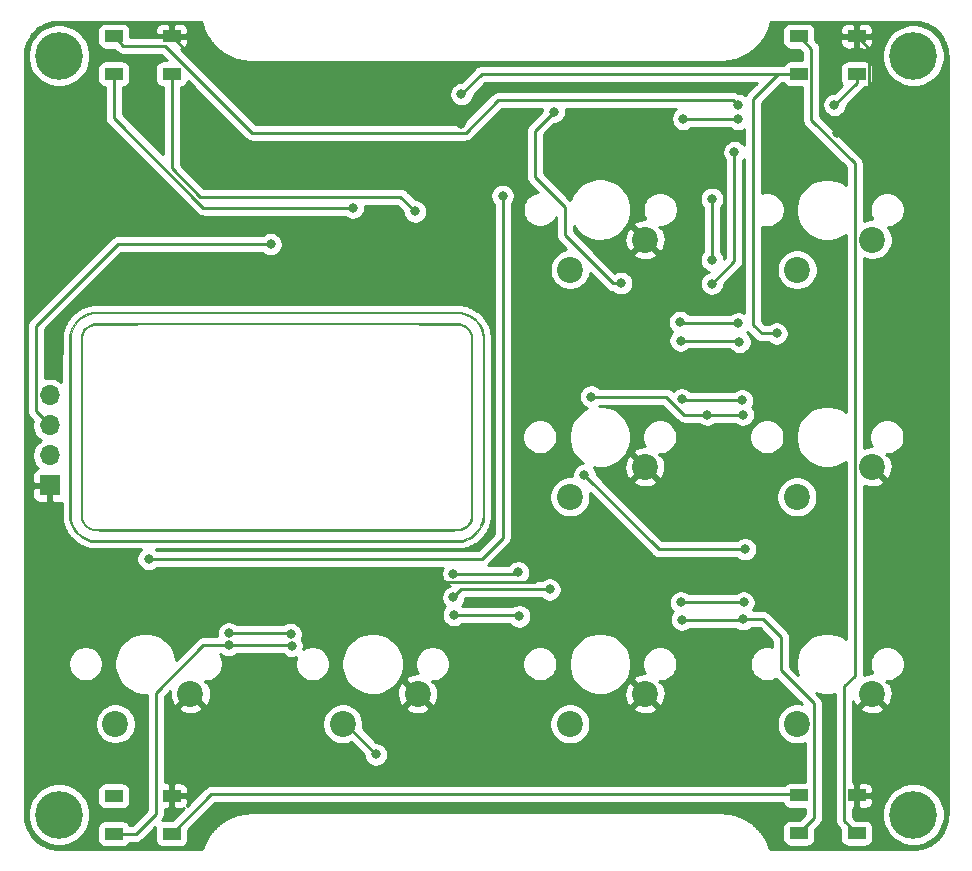
<source format=gbr>
%TF.GenerationSoftware,KiCad,Pcbnew,5.1.9+dfsg1-1*%
%TF.CreationDate,2021-09-07T23:13:06+02:00*%
%TF.ProjectId,streamdeck,73747265-616d-4646-9563-6b2e6b696361,rev?*%
%TF.SameCoordinates,Original*%
%TF.FileFunction,Copper,L2,Bot*%
%TF.FilePolarity,Positive*%
%FSLAX46Y46*%
G04 Gerber Fmt 4.6, Leading zero omitted, Abs format (unit mm)*
G04 Created by KiCad (PCBNEW 5.1.9+dfsg1-1) date 2021-09-07 23:13:06*
%MOMM*%
%LPD*%
G01*
G04 APERTURE LIST*
%TA.AperFunction,EtchedComponent*%
%ADD10C,0.010000*%
%TD*%
%TA.AperFunction,ComponentPad*%
%ADD11C,4.030105*%
%TD*%
%TA.AperFunction,ComponentPad*%
%ADD12C,2.200000*%
%TD*%
%TA.AperFunction,SMDPad,CuDef*%
%ADD13R,1.500000X1.000000*%
%TD*%
%TA.AperFunction,ComponentPad*%
%ADD14O,1.700000X1.700000*%
%TD*%
%TA.AperFunction,ComponentPad*%
%ADD15R,1.700000X1.700000*%
%TD*%
%TA.AperFunction,ViaPad*%
%ADD16C,0.800000*%
%TD*%
%TA.AperFunction,Conductor*%
%ADD17C,0.250000*%
%TD*%
%TA.AperFunction,Conductor*%
%ADD18C,0.254000*%
%TD*%
%TA.AperFunction,Conductor*%
%ADD19C,0.100000*%
%TD*%
G04 APERTURE END LIST*
D10*
%TO.C,Ref\u002A\u002A*%
G36*
X-7827963Y-74804385D02*
G01*
X-7546129Y-74901346D01*
X-7274341Y-75032102D01*
X-7021668Y-75191551D01*
X-6797179Y-75374589D01*
X-6771532Y-75398892D01*
X-6589223Y-75596598D01*
X-6433186Y-75814874D01*
X-6298244Y-76059583D01*
X-6207386Y-76267735D01*
X-6141637Y-76472341D01*
X-6096136Y-76690370D01*
X-6076755Y-76832732D01*
X-6074503Y-76868146D01*
X-6072409Y-76934015D01*
X-6070471Y-77030938D01*
X-6068688Y-77159516D01*
X-6067058Y-77320347D01*
X-6065581Y-77514033D01*
X-6064255Y-77741171D01*
X-6063078Y-78002362D01*
X-6062051Y-78298206D01*
X-6061171Y-78629301D01*
X-6060437Y-78996249D01*
X-6059848Y-79399647D01*
X-6059403Y-79840097D01*
X-6059100Y-80318197D01*
X-6058939Y-80834547D01*
X-6058918Y-81389747D01*
X-6059035Y-81984396D01*
X-6059290Y-82619095D01*
X-6059682Y-83294442D01*
X-6060208Y-84011037D01*
X-6060733Y-84621500D01*
X-6061353Y-85295915D01*
X-6061953Y-85929313D01*
X-6062540Y-86523007D01*
X-6063124Y-87078312D01*
X-6063710Y-87596544D01*
X-6064307Y-88079017D01*
X-6064923Y-88527047D01*
X-6065565Y-88941947D01*
X-6066241Y-89325033D01*
X-6066958Y-89677621D01*
X-6067724Y-90001024D01*
X-6068547Y-90296558D01*
X-6069435Y-90565538D01*
X-6070394Y-90809278D01*
X-6071434Y-91029094D01*
X-6072561Y-91226301D01*
X-6073783Y-91402213D01*
X-6075108Y-91558145D01*
X-6076543Y-91695412D01*
X-6078097Y-91815330D01*
X-6079776Y-91919212D01*
X-6081589Y-92008375D01*
X-6083543Y-92084133D01*
X-6085646Y-92147800D01*
X-6087906Y-92200692D01*
X-6090329Y-92244124D01*
X-6092925Y-92279410D01*
X-6095700Y-92307866D01*
X-6098662Y-92330806D01*
X-6101819Y-92349546D01*
X-6105178Y-92365400D01*
X-6105914Y-92368500D01*
X-6202067Y-92683757D01*
X-6331777Y-92975067D01*
X-6493214Y-93240691D01*
X-6684549Y-93478891D01*
X-6903953Y-93687929D01*
X-7149596Y-93866068D01*
X-7419650Y-94011569D01*
X-7712285Y-94122694D01*
X-8025673Y-94197705D01*
X-8032398Y-94198870D01*
X-8047409Y-94200913D01*
X-8068734Y-94202869D01*
X-8097266Y-94204738D01*
X-8133898Y-94206523D01*
X-8179523Y-94208226D01*
X-8235034Y-94209847D01*
X-8301324Y-94211389D01*
X-8379287Y-94212854D01*
X-8469814Y-94214243D01*
X-8573801Y-94215558D01*
X-8692138Y-94216801D01*
X-8825721Y-94217973D01*
X-8975441Y-94219076D01*
X-9142192Y-94220111D01*
X-9326866Y-94221082D01*
X-9530358Y-94221988D01*
X-9753560Y-94222832D01*
X-9997364Y-94223616D01*
X-10262665Y-94224342D01*
X-10550355Y-94225010D01*
X-10861328Y-94225623D01*
X-11196475Y-94226183D01*
X-11556692Y-94226690D01*
X-11942870Y-94227148D01*
X-12355902Y-94227557D01*
X-12796682Y-94227920D01*
X-13266103Y-94228238D01*
X-13765058Y-94228512D01*
X-14294440Y-94228745D01*
X-14855142Y-94228938D01*
X-15448057Y-94229093D01*
X-16074078Y-94229212D01*
X-16734099Y-94229296D01*
X-17429011Y-94229347D01*
X-18159710Y-94229366D01*
X-18927087Y-94229357D01*
X-19732035Y-94229319D01*
X-20575448Y-94229255D01*
X-21458219Y-94229167D01*
X-22381241Y-94229056D01*
X-23345406Y-94228924D01*
X-23674565Y-94228876D01*
X-24673442Y-94228717D01*
X-25630797Y-94228539D01*
X-26547441Y-94228342D01*
X-27424183Y-94228124D01*
X-28261836Y-94227883D01*
X-29061209Y-94227618D01*
X-29823114Y-94227327D01*
X-30548362Y-94227009D01*
X-31237763Y-94226663D01*
X-31892128Y-94226286D01*
X-32512268Y-94225877D01*
X-33098993Y-94225435D01*
X-33653116Y-94224958D01*
X-34175446Y-94224444D01*
X-34666794Y-94223892D01*
X-35127971Y-94223301D01*
X-35559789Y-94222669D01*
X-35963057Y-94221994D01*
X-36338586Y-94221275D01*
X-36687189Y-94220510D01*
X-37009674Y-94219697D01*
X-37306854Y-94218836D01*
X-37579538Y-94217925D01*
X-37828539Y-94216962D01*
X-38054666Y-94215945D01*
X-38258730Y-94214873D01*
X-38441543Y-94213745D01*
X-38603914Y-94212558D01*
X-38746656Y-94211312D01*
X-38870579Y-94210005D01*
X-38976493Y-94208635D01*
X-39065209Y-94207201D01*
X-39137539Y-94205701D01*
X-39194293Y-94204134D01*
X-39236282Y-94202498D01*
X-39264316Y-94200791D01*
X-39278255Y-94199200D01*
X-39588207Y-94121679D01*
X-39881241Y-94006623D01*
X-40154394Y-93855856D01*
X-40404702Y-93671202D01*
X-40629204Y-93454484D01*
X-40773910Y-93278666D01*
X-40927408Y-93042959D01*
X-41053269Y-92783400D01*
X-41153838Y-92494848D01*
X-41186797Y-92373001D01*
X-41189970Y-92358317D01*
X-41192955Y-92339458D01*
X-41195759Y-92315123D01*
X-41198390Y-92284009D01*
X-41200854Y-92244813D01*
X-41203159Y-92196234D01*
X-41205312Y-92136969D01*
X-41207321Y-92065715D01*
X-41209192Y-91981171D01*
X-41210932Y-91882034D01*
X-41212549Y-91767001D01*
X-41214050Y-91634771D01*
X-41215443Y-91484040D01*
X-41216734Y-91313507D01*
X-41217930Y-91121870D01*
X-41219039Y-90907825D01*
X-41220068Y-90670071D01*
X-41221025Y-90407305D01*
X-41221916Y-90118224D01*
X-41222748Y-89801528D01*
X-41223529Y-89455912D01*
X-41224266Y-89080075D01*
X-41224967Y-88672715D01*
X-41225637Y-88232529D01*
X-41226286Y-87758214D01*
X-41226919Y-87248469D01*
X-41227544Y-86701991D01*
X-41228168Y-86117478D01*
X-41228799Y-85493627D01*
X-41229443Y-84829137D01*
X-41229640Y-84621500D01*
X-41230305Y-83866714D01*
X-41230833Y-83153706D01*
X-41231221Y-82481920D01*
X-41231470Y-81850801D01*
X-41231577Y-81259793D01*
X-41231543Y-80708342D01*
X-41231365Y-80195891D01*
X-41231042Y-79721885D01*
X-41230575Y-79285768D01*
X-41229960Y-78886986D01*
X-41229198Y-78524983D01*
X-41228287Y-78199203D01*
X-41227226Y-77909091D01*
X-41226014Y-77654091D01*
X-41224650Y-77433649D01*
X-41223132Y-77247208D01*
X-41221461Y-77094213D01*
X-41219633Y-76974109D01*
X-41217649Y-76886341D01*
X-41215508Y-76830352D01*
X-41214061Y-76811000D01*
X-41208343Y-76779250D01*
X-41097250Y-76779250D01*
X-41097250Y-92188583D01*
X-41049570Y-92375694D01*
X-40952276Y-92677028D01*
X-40820914Y-92955403D01*
X-40657652Y-93208774D01*
X-40464658Y-93435098D01*
X-40244099Y-93632330D01*
X-39998142Y-93798426D01*
X-39728955Y-93931343D01*
X-39438707Y-94029036D01*
X-39252464Y-94070418D01*
X-39237575Y-94072328D01*
X-39213901Y-94074155D01*
X-39180574Y-94075902D01*
X-39136725Y-94077568D01*
X-39081487Y-94079157D01*
X-39013992Y-94080669D01*
X-38933372Y-94082105D01*
X-38838759Y-94083468D01*
X-38729284Y-94084758D01*
X-38604081Y-94085978D01*
X-38462280Y-94087128D01*
X-38303015Y-94088211D01*
X-38125417Y-94089227D01*
X-37928619Y-94090178D01*
X-37711751Y-94091066D01*
X-37473947Y-94091891D01*
X-37214339Y-94092656D01*
X-36932058Y-94093363D01*
X-36626236Y-94094011D01*
X-36296006Y-94094604D01*
X-35940500Y-94095142D01*
X-35558849Y-94095626D01*
X-35150187Y-94096059D01*
X-34713644Y-94096442D01*
X-34248353Y-94096777D01*
X-33753445Y-94097064D01*
X-33228054Y-94097305D01*
X-32671311Y-94097502D01*
X-32082348Y-94097656D01*
X-31460298Y-94097769D01*
X-30804291Y-94097841D01*
X-30113461Y-94097876D01*
X-29386939Y-94097873D01*
X-28623857Y-94097836D01*
X-27823348Y-94097764D01*
X-26984544Y-94097659D01*
X-26106576Y-94097524D01*
X-25188577Y-94097359D01*
X-24229678Y-94097166D01*
X-23581834Y-94097026D01*
X-8077250Y-94093583D01*
X-7871811Y-94036831D01*
X-7570350Y-93933321D01*
X-7293648Y-93796758D01*
X-7043318Y-93628448D01*
X-6820975Y-93429698D01*
X-6628231Y-93201814D01*
X-6466700Y-92946101D01*
X-6425430Y-92865916D01*
X-6335297Y-92664205D01*
X-6270951Y-92475224D01*
X-6227546Y-92282486D01*
X-6204642Y-92114500D01*
X-6202711Y-92074800D01*
X-6200868Y-91994641D01*
X-6199113Y-91875896D01*
X-6197445Y-91720439D01*
X-6195866Y-91530142D01*
X-6194375Y-91306881D01*
X-6192971Y-91052527D01*
X-6191655Y-90768956D01*
X-6190427Y-90458040D01*
X-6189287Y-90121653D01*
X-6188234Y-89761668D01*
X-6187270Y-89379960D01*
X-6186393Y-88978402D01*
X-6185603Y-88558867D01*
X-6184901Y-88123229D01*
X-6184287Y-87673362D01*
X-6183761Y-87211139D01*
X-6183322Y-86738433D01*
X-6182970Y-86257119D01*
X-6182706Y-85769070D01*
X-6182530Y-85276160D01*
X-6182441Y-84780261D01*
X-6182440Y-84283249D01*
X-6182526Y-83786995D01*
X-6182699Y-83293375D01*
X-6182960Y-82804261D01*
X-6183308Y-82321527D01*
X-6183744Y-81847046D01*
X-6184266Y-81382693D01*
X-6184876Y-80930341D01*
X-6185574Y-80491863D01*
X-6186358Y-80069133D01*
X-6187230Y-79664025D01*
X-6188189Y-79278412D01*
X-6189235Y-78914167D01*
X-6190368Y-78573165D01*
X-6191589Y-78257279D01*
X-6192896Y-77968383D01*
X-6194291Y-77708349D01*
X-6195772Y-77479053D01*
X-6197341Y-77282366D01*
X-6198997Y-77120164D01*
X-6200739Y-76994319D01*
X-6202569Y-76906705D01*
X-6204485Y-76859195D01*
X-6204839Y-76855050D01*
X-6255472Y-76561757D01*
X-6344504Y-76280061D01*
X-6469312Y-76013845D01*
X-6627274Y-75766993D01*
X-6815769Y-75543389D01*
X-7032173Y-75346916D01*
X-7273864Y-75181458D01*
X-7371000Y-75127933D01*
X-7485943Y-75070215D01*
X-7584201Y-75025667D01*
X-7681115Y-74988246D01*
X-7792025Y-74951912D01*
X-7897334Y-74920668D01*
X-8056084Y-74874786D01*
X-23539500Y-74868354D01*
X-24582694Y-74867939D01*
X-25584152Y-74867578D01*
X-26544474Y-74867273D01*
X-27464257Y-74867024D01*
X-28344101Y-74866832D01*
X-29184604Y-74866697D01*
X-29986363Y-74866620D01*
X-30749978Y-74866602D01*
X-31476046Y-74866643D01*
X-32165167Y-74866745D01*
X-32817939Y-74866906D01*
X-33434959Y-74867130D01*
X-34016826Y-74867415D01*
X-34564140Y-74867763D01*
X-35077497Y-74868174D01*
X-35557497Y-74868650D01*
X-36004737Y-74869190D01*
X-36419817Y-74869796D01*
X-36803335Y-74870467D01*
X-37155888Y-74871205D01*
X-37478076Y-74872011D01*
X-37770497Y-74872885D01*
X-38033748Y-74873827D01*
X-38268430Y-74874839D01*
X-38475139Y-74875921D01*
X-38654475Y-74877073D01*
X-38807035Y-74878297D01*
X-38933418Y-74879593D01*
X-39034223Y-74880962D01*
X-39110048Y-74882404D01*
X-39161490Y-74883920D01*
X-39189150Y-74885510D01*
X-39191750Y-74885819D01*
X-39452702Y-74941562D01*
X-39713148Y-75032655D01*
X-39964930Y-75154660D01*
X-40199894Y-75303140D01*
X-40409882Y-75473656D01*
X-40561355Y-75631085D01*
X-40737583Y-75866060D01*
X-40879358Y-76116751D01*
X-40990159Y-76390005D01*
X-41049570Y-76592138D01*
X-41097250Y-76779250D01*
X-41208343Y-76779250D01*
X-41158302Y-76501407D01*
X-41063636Y-76206615D01*
X-40931575Y-75929394D01*
X-40763635Y-75672511D01*
X-40561328Y-75438735D01*
X-40367919Y-75263845D01*
X-40207221Y-75148463D01*
X-40018347Y-75036688D01*
X-39815307Y-74935645D01*
X-39612112Y-74852460D01*
X-39467417Y-74805902D01*
X-39255750Y-74747250D01*
X-8034917Y-74747250D01*
X-7827963Y-74804385D01*
G37*
X-7827963Y-74804385D02*
X-7546129Y-74901346D01*
X-7274341Y-75032102D01*
X-7021668Y-75191551D01*
X-6797179Y-75374589D01*
X-6771532Y-75398892D01*
X-6589223Y-75596598D01*
X-6433186Y-75814874D01*
X-6298244Y-76059583D01*
X-6207386Y-76267735D01*
X-6141637Y-76472341D01*
X-6096136Y-76690370D01*
X-6076755Y-76832732D01*
X-6074503Y-76868146D01*
X-6072409Y-76934015D01*
X-6070471Y-77030938D01*
X-6068688Y-77159516D01*
X-6067058Y-77320347D01*
X-6065581Y-77514033D01*
X-6064255Y-77741171D01*
X-6063078Y-78002362D01*
X-6062051Y-78298206D01*
X-6061171Y-78629301D01*
X-6060437Y-78996249D01*
X-6059848Y-79399647D01*
X-6059403Y-79840097D01*
X-6059100Y-80318197D01*
X-6058939Y-80834547D01*
X-6058918Y-81389747D01*
X-6059035Y-81984396D01*
X-6059290Y-82619095D01*
X-6059682Y-83294442D01*
X-6060208Y-84011037D01*
X-6060733Y-84621500D01*
X-6061353Y-85295915D01*
X-6061953Y-85929313D01*
X-6062540Y-86523007D01*
X-6063124Y-87078312D01*
X-6063710Y-87596544D01*
X-6064307Y-88079017D01*
X-6064923Y-88527047D01*
X-6065565Y-88941947D01*
X-6066241Y-89325033D01*
X-6066958Y-89677621D01*
X-6067724Y-90001024D01*
X-6068547Y-90296558D01*
X-6069435Y-90565538D01*
X-6070394Y-90809278D01*
X-6071434Y-91029094D01*
X-6072561Y-91226301D01*
X-6073783Y-91402213D01*
X-6075108Y-91558145D01*
X-6076543Y-91695412D01*
X-6078097Y-91815330D01*
X-6079776Y-91919212D01*
X-6081589Y-92008375D01*
X-6083543Y-92084133D01*
X-6085646Y-92147800D01*
X-6087906Y-92200692D01*
X-6090329Y-92244124D01*
X-6092925Y-92279410D01*
X-6095700Y-92307866D01*
X-6098662Y-92330806D01*
X-6101819Y-92349546D01*
X-6105178Y-92365400D01*
X-6105914Y-92368500D01*
X-6202067Y-92683757D01*
X-6331777Y-92975067D01*
X-6493214Y-93240691D01*
X-6684549Y-93478891D01*
X-6903953Y-93687929D01*
X-7149596Y-93866068D01*
X-7419650Y-94011569D01*
X-7712285Y-94122694D01*
X-8025673Y-94197705D01*
X-8032398Y-94198870D01*
X-8047409Y-94200913D01*
X-8068734Y-94202869D01*
X-8097266Y-94204738D01*
X-8133898Y-94206523D01*
X-8179523Y-94208226D01*
X-8235034Y-94209847D01*
X-8301324Y-94211389D01*
X-8379287Y-94212854D01*
X-8469814Y-94214243D01*
X-8573801Y-94215558D01*
X-8692138Y-94216801D01*
X-8825721Y-94217973D01*
X-8975441Y-94219076D01*
X-9142192Y-94220111D01*
X-9326866Y-94221082D01*
X-9530358Y-94221988D01*
X-9753560Y-94222832D01*
X-9997364Y-94223616D01*
X-10262665Y-94224342D01*
X-10550355Y-94225010D01*
X-10861328Y-94225623D01*
X-11196475Y-94226183D01*
X-11556692Y-94226690D01*
X-11942870Y-94227148D01*
X-12355902Y-94227557D01*
X-12796682Y-94227920D01*
X-13266103Y-94228238D01*
X-13765058Y-94228512D01*
X-14294440Y-94228745D01*
X-14855142Y-94228938D01*
X-15448057Y-94229093D01*
X-16074078Y-94229212D01*
X-16734099Y-94229296D01*
X-17429011Y-94229347D01*
X-18159710Y-94229366D01*
X-18927087Y-94229357D01*
X-19732035Y-94229319D01*
X-20575448Y-94229255D01*
X-21458219Y-94229167D01*
X-22381241Y-94229056D01*
X-23345406Y-94228924D01*
X-23674565Y-94228876D01*
X-24673442Y-94228717D01*
X-25630797Y-94228539D01*
X-26547441Y-94228342D01*
X-27424183Y-94228124D01*
X-28261836Y-94227883D01*
X-29061209Y-94227618D01*
X-29823114Y-94227327D01*
X-30548362Y-94227009D01*
X-31237763Y-94226663D01*
X-31892128Y-94226286D01*
X-32512268Y-94225877D01*
X-33098993Y-94225435D01*
X-33653116Y-94224958D01*
X-34175446Y-94224444D01*
X-34666794Y-94223892D01*
X-35127971Y-94223301D01*
X-35559789Y-94222669D01*
X-35963057Y-94221994D01*
X-36338586Y-94221275D01*
X-36687189Y-94220510D01*
X-37009674Y-94219697D01*
X-37306854Y-94218836D01*
X-37579538Y-94217925D01*
X-37828539Y-94216962D01*
X-38054666Y-94215945D01*
X-38258730Y-94214873D01*
X-38441543Y-94213745D01*
X-38603914Y-94212558D01*
X-38746656Y-94211312D01*
X-38870579Y-94210005D01*
X-38976493Y-94208635D01*
X-39065209Y-94207201D01*
X-39137539Y-94205701D01*
X-39194293Y-94204134D01*
X-39236282Y-94202498D01*
X-39264316Y-94200791D01*
X-39278255Y-94199200D01*
X-39588207Y-94121679D01*
X-39881241Y-94006623D01*
X-40154394Y-93855856D01*
X-40404702Y-93671202D01*
X-40629204Y-93454484D01*
X-40773910Y-93278666D01*
X-40927408Y-93042959D01*
X-41053269Y-92783400D01*
X-41153838Y-92494848D01*
X-41186797Y-92373001D01*
X-41189970Y-92358317D01*
X-41192955Y-92339458D01*
X-41195759Y-92315123D01*
X-41198390Y-92284009D01*
X-41200854Y-92244813D01*
X-41203159Y-92196234D01*
X-41205312Y-92136969D01*
X-41207321Y-92065715D01*
X-41209192Y-91981171D01*
X-41210932Y-91882034D01*
X-41212549Y-91767001D01*
X-41214050Y-91634771D01*
X-41215443Y-91484040D01*
X-41216734Y-91313507D01*
X-41217930Y-91121870D01*
X-41219039Y-90907825D01*
X-41220068Y-90670071D01*
X-41221025Y-90407305D01*
X-41221916Y-90118224D01*
X-41222748Y-89801528D01*
X-41223529Y-89455912D01*
X-41224266Y-89080075D01*
X-41224967Y-88672715D01*
X-41225637Y-88232529D01*
X-41226286Y-87758214D01*
X-41226919Y-87248469D01*
X-41227544Y-86701991D01*
X-41228168Y-86117478D01*
X-41228799Y-85493627D01*
X-41229443Y-84829137D01*
X-41229640Y-84621500D01*
X-41230305Y-83866714D01*
X-41230833Y-83153706D01*
X-41231221Y-82481920D01*
X-41231470Y-81850801D01*
X-41231577Y-81259793D01*
X-41231543Y-80708342D01*
X-41231365Y-80195891D01*
X-41231042Y-79721885D01*
X-41230575Y-79285768D01*
X-41229960Y-78886986D01*
X-41229198Y-78524983D01*
X-41228287Y-78199203D01*
X-41227226Y-77909091D01*
X-41226014Y-77654091D01*
X-41224650Y-77433649D01*
X-41223132Y-77247208D01*
X-41221461Y-77094213D01*
X-41219633Y-76974109D01*
X-41217649Y-76886341D01*
X-41215508Y-76830352D01*
X-41214061Y-76811000D01*
X-41208343Y-76779250D01*
X-41097250Y-76779250D01*
X-41097250Y-92188583D01*
X-41049570Y-92375694D01*
X-40952276Y-92677028D01*
X-40820914Y-92955403D01*
X-40657652Y-93208774D01*
X-40464658Y-93435098D01*
X-40244099Y-93632330D01*
X-39998142Y-93798426D01*
X-39728955Y-93931343D01*
X-39438707Y-94029036D01*
X-39252464Y-94070418D01*
X-39237575Y-94072328D01*
X-39213901Y-94074155D01*
X-39180574Y-94075902D01*
X-39136725Y-94077568D01*
X-39081487Y-94079157D01*
X-39013992Y-94080669D01*
X-38933372Y-94082105D01*
X-38838759Y-94083468D01*
X-38729284Y-94084758D01*
X-38604081Y-94085978D01*
X-38462280Y-94087128D01*
X-38303015Y-94088211D01*
X-38125417Y-94089227D01*
X-37928619Y-94090178D01*
X-37711751Y-94091066D01*
X-37473947Y-94091891D01*
X-37214339Y-94092656D01*
X-36932058Y-94093363D01*
X-36626236Y-94094011D01*
X-36296006Y-94094604D01*
X-35940500Y-94095142D01*
X-35558849Y-94095626D01*
X-35150187Y-94096059D01*
X-34713644Y-94096442D01*
X-34248353Y-94096777D01*
X-33753445Y-94097064D01*
X-33228054Y-94097305D01*
X-32671311Y-94097502D01*
X-32082348Y-94097656D01*
X-31460298Y-94097769D01*
X-30804291Y-94097841D01*
X-30113461Y-94097876D01*
X-29386939Y-94097873D01*
X-28623857Y-94097836D01*
X-27823348Y-94097764D01*
X-26984544Y-94097659D01*
X-26106576Y-94097524D01*
X-25188577Y-94097359D01*
X-24229678Y-94097166D01*
X-23581834Y-94097026D01*
X-8077250Y-94093583D01*
X-7871811Y-94036831D01*
X-7570350Y-93933321D01*
X-7293648Y-93796758D01*
X-7043318Y-93628448D01*
X-6820975Y-93429698D01*
X-6628231Y-93201814D01*
X-6466700Y-92946101D01*
X-6425430Y-92865916D01*
X-6335297Y-92664205D01*
X-6270951Y-92475224D01*
X-6227546Y-92282486D01*
X-6204642Y-92114500D01*
X-6202711Y-92074800D01*
X-6200868Y-91994641D01*
X-6199113Y-91875896D01*
X-6197445Y-91720439D01*
X-6195866Y-91530142D01*
X-6194375Y-91306881D01*
X-6192971Y-91052527D01*
X-6191655Y-90768956D01*
X-6190427Y-90458040D01*
X-6189287Y-90121653D01*
X-6188234Y-89761668D01*
X-6187270Y-89379960D01*
X-6186393Y-88978402D01*
X-6185603Y-88558867D01*
X-6184901Y-88123229D01*
X-6184287Y-87673362D01*
X-6183761Y-87211139D01*
X-6183322Y-86738433D01*
X-6182970Y-86257119D01*
X-6182706Y-85769070D01*
X-6182530Y-85276160D01*
X-6182441Y-84780261D01*
X-6182440Y-84283249D01*
X-6182526Y-83786995D01*
X-6182699Y-83293375D01*
X-6182960Y-82804261D01*
X-6183308Y-82321527D01*
X-6183744Y-81847046D01*
X-6184266Y-81382693D01*
X-6184876Y-80930341D01*
X-6185574Y-80491863D01*
X-6186358Y-80069133D01*
X-6187230Y-79664025D01*
X-6188189Y-79278412D01*
X-6189235Y-78914167D01*
X-6190368Y-78573165D01*
X-6191589Y-78257279D01*
X-6192896Y-77968383D01*
X-6194291Y-77708349D01*
X-6195772Y-77479053D01*
X-6197341Y-77282366D01*
X-6198997Y-77120164D01*
X-6200739Y-76994319D01*
X-6202569Y-76906705D01*
X-6204485Y-76859195D01*
X-6204839Y-76855050D01*
X-6255472Y-76561757D01*
X-6344504Y-76280061D01*
X-6469312Y-76013845D01*
X-6627274Y-75766993D01*
X-6815769Y-75543389D01*
X-7032173Y-75346916D01*
X-7273864Y-75181458D01*
X-7371000Y-75127933D01*
X-7485943Y-75070215D01*
X-7584201Y-75025667D01*
X-7681115Y-74988246D01*
X-7792025Y-74951912D01*
X-7897334Y-74920668D01*
X-8056084Y-74874786D01*
X-23539500Y-74868354D01*
X-24582694Y-74867939D01*
X-25584152Y-74867578D01*
X-26544474Y-74867273D01*
X-27464257Y-74867024D01*
X-28344101Y-74866832D01*
X-29184604Y-74866697D01*
X-29986363Y-74866620D01*
X-30749978Y-74866602D01*
X-31476046Y-74866643D01*
X-32165167Y-74866745D01*
X-32817939Y-74866906D01*
X-33434959Y-74867130D01*
X-34016826Y-74867415D01*
X-34564140Y-74867763D01*
X-35077497Y-74868174D01*
X-35557497Y-74868650D01*
X-36004737Y-74869190D01*
X-36419817Y-74869796D01*
X-36803335Y-74870467D01*
X-37155888Y-74871205D01*
X-37478076Y-74872011D01*
X-37770497Y-74872885D01*
X-38033748Y-74873827D01*
X-38268430Y-74874839D01*
X-38475139Y-74875921D01*
X-38654475Y-74877073D01*
X-38807035Y-74878297D01*
X-38933418Y-74879593D01*
X-39034223Y-74880962D01*
X-39110048Y-74882404D01*
X-39161490Y-74883920D01*
X-39189150Y-74885510D01*
X-39191750Y-74885819D01*
X-39452702Y-74941562D01*
X-39713148Y-75032655D01*
X-39964930Y-75154660D01*
X-40199894Y-75303140D01*
X-40409882Y-75473656D01*
X-40561355Y-75631085D01*
X-40737583Y-75866060D01*
X-40879358Y-76116751D01*
X-40990159Y-76390005D01*
X-41049570Y-76592138D01*
X-41097250Y-76779250D01*
X-41208343Y-76779250D01*
X-41158302Y-76501407D01*
X-41063636Y-76206615D01*
X-40931575Y-75929394D01*
X-40763635Y-75672511D01*
X-40561328Y-75438735D01*
X-40367919Y-75263845D01*
X-40207221Y-75148463D01*
X-40018347Y-75036688D01*
X-39815307Y-74935645D01*
X-39612112Y-74852460D01*
X-39467417Y-74805902D01*
X-39255750Y-74747250D01*
X-8034917Y-74747250D01*
X-7827963Y-74804385D01*
G36*
X-8045500Y-75749101D02*
G01*
X-7818732Y-75840780D01*
X-7616017Y-75966089D01*
X-7440088Y-76122295D01*
X-7293679Y-76306664D01*
X-7179522Y-76516463D01*
X-7121357Y-76673416D01*
X-7117918Y-76685692D01*
X-7114686Y-76700257D01*
X-7111657Y-76718413D01*
X-7108823Y-76741466D01*
X-7106178Y-76770716D01*
X-7103715Y-76807469D01*
X-7101429Y-76853027D01*
X-7099312Y-76908693D01*
X-7097358Y-76975770D01*
X-7095560Y-77055562D01*
X-7093912Y-77149372D01*
X-7092408Y-77258503D01*
X-7091040Y-77384259D01*
X-7089803Y-77527942D01*
X-7088690Y-77690856D01*
X-7087694Y-77874304D01*
X-7086809Y-78079590D01*
X-7086029Y-78308015D01*
X-7085346Y-78560885D01*
X-7084755Y-78839501D01*
X-7084248Y-79145168D01*
X-7083820Y-79479188D01*
X-7083464Y-79842865D01*
X-7083173Y-80237501D01*
X-7082941Y-80664401D01*
X-7082761Y-81124867D01*
X-7082627Y-81620202D01*
X-7082533Y-82151710D01*
X-7082471Y-82720695D01*
X-7082436Y-83328458D01*
X-7082420Y-83976303D01*
X-7082417Y-84473333D01*
X-7082397Y-85156529D01*
X-7082350Y-85798696D01*
X-7082297Y-86401138D01*
X-7082258Y-86965160D01*
X-7082255Y-87492065D01*
X-7082308Y-87983158D01*
X-7082438Y-88439743D01*
X-7082665Y-88863125D01*
X-7083010Y-89254607D01*
X-7083495Y-89615494D01*
X-7084138Y-89947091D01*
X-7084963Y-90250700D01*
X-7085988Y-90527627D01*
X-7087234Y-90779176D01*
X-7088723Y-91006651D01*
X-7090475Y-91211356D01*
X-7092511Y-91394596D01*
X-7094852Y-91557674D01*
X-7097517Y-91701896D01*
X-7100529Y-91828564D01*
X-7103907Y-91938985D01*
X-7107672Y-92034460D01*
X-7111846Y-92116296D01*
X-7116448Y-92185796D01*
X-7121499Y-92244265D01*
X-7127021Y-92293006D01*
X-7133033Y-92333324D01*
X-7139557Y-92366523D01*
X-7146613Y-92393908D01*
X-7154222Y-92416782D01*
X-7162405Y-92436450D01*
X-7171182Y-92454216D01*
X-7180574Y-92471384D01*
X-7190601Y-92489259D01*
X-7201286Y-92509145D01*
X-7210258Y-92527250D01*
X-7322823Y-92716671D01*
X-7468928Y-92886536D01*
X-7642380Y-93031893D01*
X-7836983Y-93147790D01*
X-8046545Y-93229277D01*
X-8109000Y-93245710D01*
X-8120773Y-93247757D01*
X-8138884Y-93249717D01*
X-8164227Y-93251591D01*
X-8197691Y-93253381D01*
X-8240170Y-93255089D01*
X-8292553Y-93256718D01*
X-8355733Y-93258267D01*
X-8430601Y-93259740D01*
X-8518048Y-93261139D01*
X-8618966Y-93262464D01*
X-8734247Y-93263719D01*
X-8864781Y-93264904D01*
X-9011460Y-93266021D01*
X-9175176Y-93267073D01*
X-9356819Y-93268060D01*
X-9557282Y-93268986D01*
X-9777456Y-93269851D01*
X-10018232Y-93270658D01*
X-10280501Y-93271408D01*
X-10565156Y-93272103D01*
X-10873087Y-93272745D01*
X-11205186Y-93273336D01*
X-11562344Y-93273877D01*
X-11945454Y-93274370D01*
X-12355405Y-93274818D01*
X-12793090Y-93275221D01*
X-13259400Y-93275582D01*
X-13755227Y-93275903D01*
X-14281461Y-93276185D01*
X-14838995Y-93276430D01*
X-15428719Y-93276640D01*
X-16051526Y-93276817D01*
X-16708307Y-93276962D01*
X-17399952Y-93277078D01*
X-18127354Y-93277165D01*
X-18891404Y-93277227D01*
X-19692993Y-93277265D01*
X-20533013Y-93277279D01*
X-21412355Y-93277274D01*
X-22331910Y-93277249D01*
X-23292571Y-93277208D01*
X-23666500Y-93277188D01*
X-24635336Y-93277133D01*
X-25562752Y-93277075D01*
X-26449663Y-93277013D01*
X-27296984Y-93276943D01*
X-28105629Y-93276863D01*
X-28876511Y-93276772D01*
X-29610546Y-93276666D01*
X-30308648Y-93276542D01*
X-30971730Y-93276400D01*
X-31600707Y-93276236D01*
X-32196494Y-93276047D01*
X-32760004Y-93275832D01*
X-33292153Y-93275587D01*
X-33793853Y-93275311D01*
X-34266020Y-93275002D01*
X-34709567Y-93274656D01*
X-35125410Y-93274271D01*
X-35514462Y-93273844D01*
X-35877637Y-93273375D01*
X-36215850Y-93272859D01*
X-36530015Y-93272295D01*
X-36821047Y-93271680D01*
X-37089859Y-93271011D01*
X-37337366Y-93270287D01*
X-37564482Y-93269505D01*
X-37772122Y-93268662D01*
X-37961199Y-93267756D01*
X-38132628Y-93266785D01*
X-38287323Y-93265746D01*
X-38426199Y-93264637D01*
X-38550169Y-93263455D01*
X-38660149Y-93262198D01*
X-38757052Y-93260863D01*
X-38841792Y-93259448D01*
X-38915285Y-93257951D01*
X-38978443Y-93256370D01*
X-39032182Y-93254701D01*
X-39077415Y-93252942D01*
X-39115057Y-93251092D01*
X-39146023Y-93249147D01*
X-39171226Y-93247105D01*
X-39191580Y-93244964D01*
X-39208001Y-93242721D01*
X-39221402Y-93240374D01*
X-39232697Y-93237920D01*
X-39240605Y-93235938D01*
X-39459977Y-93157673D01*
X-39660502Y-93044752D01*
X-39838123Y-92901216D01*
X-39988785Y-92731103D01*
X-40108432Y-92538456D01*
X-40193006Y-92327313D01*
X-40208177Y-92272178D01*
X-40211029Y-92257465D01*
X-40213703Y-92235944D01*
X-40216205Y-92206346D01*
X-40218539Y-92167405D01*
X-40220709Y-92117852D01*
X-40222720Y-92056421D01*
X-40224576Y-91981844D01*
X-40226280Y-91892853D01*
X-40227838Y-91788182D01*
X-40229254Y-91666562D01*
X-40230532Y-91526726D01*
X-40231677Y-91367407D01*
X-40232692Y-91187337D01*
X-40233582Y-90985248D01*
X-40234351Y-90759874D01*
X-40235004Y-90509947D01*
X-40235545Y-90234200D01*
X-40235978Y-89931364D01*
X-40236308Y-89600173D01*
X-40236539Y-89239359D01*
X-40236675Y-88847655D01*
X-40236720Y-88423792D01*
X-40236679Y-87966505D01*
X-40236556Y-87474524D01*
X-40236356Y-86946583D01*
X-40236083Y-86381415D01*
X-40235740Y-85777752D01*
X-40235333Y-85134326D01*
X-40234866Y-84449869D01*
X-40234851Y-84429928D01*
X-40234649Y-84142918D01*
X-40133858Y-84142918D01*
X-40133854Y-84503679D01*
X-40133812Y-85183368D01*
X-40133739Y-85822003D01*
X-40133630Y-86420864D01*
X-40133479Y-86981231D01*
X-40133282Y-87504383D01*
X-40133033Y-87991600D01*
X-40132726Y-88444162D01*
X-40132356Y-88863347D01*
X-40131918Y-89250436D01*
X-40131406Y-89606708D01*
X-40130815Y-89933444D01*
X-40130140Y-90231921D01*
X-40129374Y-90503422D01*
X-40128514Y-90749223D01*
X-40127553Y-90970607D01*
X-40126486Y-91168851D01*
X-40125307Y-91345236D01*
X-40124012Y-91501042D01*
X-40122594Y-91637547D01*
X-40121049Y-91756032D01*
X-40119371Y-91857776D01*
X-40117555Y-91944059D01*
X-40115594Y-92016161D01*
X-40113485Y-92075361D01*
X-40111221Y-92122938D01*
X-40108798Y-92160173D01*
X-40106209Y-92188344D01*
X-40103449Y-92208732D01*
X-40101377Y-92219213D01*
X-40031961Y-92424110D01*
X-39926454Y-92613345D01*
X-39789652Y-92782225D01*
X-39626352Y-92926058D01*
X-39441351Y-93040149D01*
X-39239444Y-93119807D01*
X-39160500Y-93139811D01*
X-39129833Y-93141875D01*
X-39058122Y-93143876D01*
X-38946661Y-93145815D01*
X-38796740Y-93147691D01*
X-38609650Y-93149506D01*
X-38386683Y-93151258D01*
X-38129129Y-93152947D01*
X-37838279Y-93154574D01*
X-37515425Y-93156139D01*
X-37161858Y-93157640D01*
X-36778869Y-93159080D01*
X-36367749Y-93160456D01*
X-35929789Y-93161770D01*
X-35466281Y-93163021D01*
X-34978515Y-93164209D01*
X-34467782Y-93165334D01*
X-33935374Y-93166396D01*
X-33382582Y-93167396D01*
X-32810697Y-93168332D01*
X-32221009Y-93169205D01*
X-31614811Y-93170014D01*
X-30993394Y-93170761D01*
X-30358047Y-93171444D01*
X-29710063Y-93172064D01*
X-29050733Y-93172621D01*
X-28381348Y-93173114D01*
X-27703198Y-93173543D01*
X-27017576Y-93173909D01*
X-26325771Y-93174212D01*
X-25629076Y-93174450D01*
X-24928781Y-93174625D01*
X-24226178Y-93174736D01*
X-23522557Y-93174784D01*
X-22819210Y-93174767D01*
X-22117428Y-93174687D01*
X-21418502Y-93174542D01*
X-20723723Y-93174334D01*
X-20034382Y-93174061D01*
X-19351771Y-93173725D01*
X-18677180Y-93173324D01*
X-18011901Y-93172859D01*
X-17357224Y-93172329D01*
X-16714441Y-93171735D01*
X-16084844Y-93171077D01*
X-15469722Y-93170354D01*
X-14870367Y-93169567D01*
X-14288071Y-93168715D01*
X-13724124Y-93167798D01*
X-13179818Y-93166817D01*
X-12656444Y-93165771D01*
X-12155292Y-93164661D01*
X-11677654Y-93163485D01*
X-11224822Y-93162245D01*
X-10798085Y-93160939D01*
X-10398736Y-93159569D01*
X-10028065Y-93158133D01*
X-9687364Y-93156633D01*
X-9377924Y-93155067D01*
X-9101035Y-93153436D01*
X-8857989Y-93151740D01*
X-8650078Y-93149978D01*
X-8478591Y-93148151D01*
X-8344821Y-93146259D01*
X-8250058Y-93144301D01*
X-8195593Y-93142277D01*
X-8183084Y-93141097D01*
X-7976897Y-93078288D01*
X-7783464Y-92981144D01*
X-7609451Y-92854558D01*
X-7461523Y-92703426D01*
X-7346346Y-92532639D01*
X-7341241Y-92523053D01*
X-7328719Y-92500653D01*
X-7316948Y-92481701D01*
X-7305904Y-92464896D01*
X-7295566Y-92448934D01*
X-7285909Y-92432513D01*
X-7276912Y-92414331D01*
X-7268550Y-92393085D01*
X-7260801Y-92367473D01*
X-7253642Y-92336192D01*
X-7247050Y-92297940D01*
X-7241003Y-92251414D01*
X-7235476Y-92195312D01*
X-7230447Y-92128330D01*
X-7225893Y-92049168D01*
X-7221791Y-91956522D01*
X-7218118Y-91849089D01*
X-7214851Y-91725568D01*
X-7211967Y-91584656D01*
X-7209443Y-91425049D01*
X-7207256Y-91245447D01*
X-7205383Y-91044546D01*
X-7203802Y-90821043D01*
X-7202488Y-90573637D01*
X-7201419Y-90301025D01*
X-7200573Y-90001904D01*
X-7199925Y-89674971D01*
X-7199454Y-89318926D01*
X-7199136Y-88932463D01*
X-7198948Y-88514283D01*
X-7198867Y-88063081D01*
X-7198870Y-87577555D01*
X-7198934Y-87056403D01*
X-7199037Y-86498323D01*
X-7199155Y-85902011D01*
X-7199264Y-85266166D01*
X-7199344Y-84589485D01*
X-7199351Y-84484761D01*
X-7199460Y-83708805D01*
X-7199677Y-82974986D01*
X-7200005Y-82283107D01*
X-7200443Y-81632971D01*
X-7200991Y-81024383D01*
X-7201652Y-80457146D01*
X-7202424Y-79931062D01*
X-7203309Y-79445936D01*
X-7204307Y-79001572D01*
X-7205419Y-78597771D01*
X-7206646Y-78234339D01*
X-7207987Y-77911079D01*
X-7209444Y-77627793D01*
X-7211017Y-77384287D01*
X-7212706Y-77180362D01*
X-7214513Y-77015823D01*
X-7216437Y-76890472D01*
X-7218480Y-76804114D01*
X-7220641Y-76756553D01*
X-7221709Y-76747500D01*
X-7286925Y-76554621D01*
X-7388815Y-76373276D01*
X-7522201Y-76208628D01*
X-7681907Y-76065839D01*
X-7862755Y-75950070D01*
X-8059567Y-75866484D01*
X-8124259Y-75847588D01*
X-8135412Y-75845594D01*
X-8153819Y-75843685D01*
X-8180364Y-75841859D01*
X-8215931Y-75840114D01*
X-8261401Y-75838448D01*
X-8317659Y-75836861D01*
X-8385588Y-75835349D01*
X-8466069Y-75833911D01*
X-8559987Y-75832545D01*
X-8668225Y-75831250D01*
X-8791665Y-75830023D01*
X-8931191Y-75828864D01*
X-9087686Y-75827770D01*
X-9262033Y-75826739D01*
X-9455114Y-75825770D01*
X-9667814Y-75824861D01*
X-9901014Y-75824010D01*
X-10155599Y-75823215D01*
X-10432451Y-75822475D01*
X-10732454Y-75821788D01*
X-11056489Y-75821152D01*
X-11405441Y-75820565D01*
X-11780193Y-75820026D01*
X-12181627Y-75819532D01*
X-12610627Y-75819082D01*
X-13068076Y-75818675D01*
X-13554856Y-75818308D01*
X-14071852Y-75817980D01*
X-14619945Y-75817688D01*
X-15200019Y-75817432D01*
X-15812958Y-75817209D01*
X-16459643Y-75817017D01*
X-17140959Y-75816856D01*
X-17857789Y-75816722D01*
X-18611014Y-75816615D01*
X-19401520Y-75816532D01*
X-20230187Y-75816471D01*
X-21097901Y-75816432D01*
X-22005543Y-75816412D01*
X-22953997Y-75816409D01*
X-23665656Y-75816417D01*
X-24645502Y-75816441D01*
X-25583892Y-75816480D01*
X-26481705Y-75816536D01*
X-27339820Y-75816612D01*
X-28159113Y-75816708D01*
X-28940463Y-75816827D01*
X-29684749Y-75816971D01*
X-30392847Y-75817140D01*
X-31065637Y-75817338D01*
X-31703996Y-75817565D01*
X-32308803Y-75817823D01*
X-32880936Y-75818115D01*
X-33421271Y-75818442D01*
X-33930689Y-75818805D01*
X-34410066Y-75819207D01*
X-34860282Y-75819649D01*
X-35282213Y-75820133D01*
X-35676738Y-75820661D01*
X-36044735Y-75821235D01*
X-36387082Y-75821856D01*
X-36704658Y-75822526D01*
X-36998340Y-75823246D01*
X-37269006Y-75824020D01*
X-37517535Y-75824847D01*
X-37744804Y-75825731D01*
X-37951692Y-75826673D01*
X-38139077Y-75827674D01*
X-38307836Y-75828736D01*
X-38458849Y-75829862D01*
X-38592992Y-75831053D01*
X-38711144Y-75832311D01*
X-38814184Y-75833636D01*
X-38902988Y-75835033D01*
X-38978436Y-75836501D01*
X-39041405Y-75838043D01*
X-39092774Y-75839660D01*
X-39133420Y-75841355D01*
X-39164221Y-75843128D01*
X-39186057Y-75844983D01*
X-39199804Y-75846920D01*
X-39202834Y-75847609D01*
X-39407769Y-75922192D01*
X-39595841Y-76030173D01*
X-39762523Y-76166812D01*
X-39903290Y-76327373D01*
X-40013618Y-76507118D01*
X-40088981Y-76701308D01*
X-40111543Y-76799012D01*
X-40113792Y-76827987D01*
X-40115912Y-76889566D01*
X-40117906Y-76984249D01*
X-40119775Y-77112535D01*
X-40121520Y-77274925D01*
X-40123144Y-77471918D01*
X-40124646Y-77704013D01*
X-40126030Y-77971710D01*
X-40127295Y-78275509D01*
X-40128445Y-78615910D01*
X-40129479Y-78993412D01*
X-40130400Y-79408514D01*
X-40131209Y-79861717D01*
X-40131908Y-80353520D01*
X-40132497Y-80884423D01*
X-40132979Y-81454925D01*
X-40133354Y-82065526D01*
X-40133625Y-82716725D01*
X-40133793Y-83409023D01*
X-40133858Y-84142918D01*
X-40234649Y-84142918D01*
X-40229417Y-76715750D01*
X-40170675Y-76567583D01*
X-40062524Y-76349774D01*
X-39922095Y-76158803D01*
X-39750980Y-75996109D01*
X-39550771Y-75863132D01*
X-39323059Y-75761313D01*
X-39254565Y-75738576D01*
X-39245745Y-75736139D01*
X-39234816Y-75733806D01*
X-39220867Y-75731574D01*
X-39202988Y-75729442D01*
X-39180269Y-75727408D01*
X-39151799Y-75725468D01*
X-39116669Y-75723621D01*
X-39073968Y-75721865D01*
X-39022785Y-75720196D01*
X-38962211Y-75718614D01*
X-38891335Y-75717115D01*
X-38809247Y-75715698D01*
X-38715036Y-75714360D01*
X-38607793Y-75713099D01*
X-38486606Y-75711912D01*
X-38350566Y-75710798D01*
X-38198763Y-75709753D01*
X-38030286Y-75708777D01*
X-37844224Y-75707866D01*
X-37639668Y-75707018D01*
X-37415708Y-75706231D01*
X-37171432Y-75705503D01*
X-36905931Y-75704832D01*
X-36618294Y-75704214D01*
X-36307612Y-75703649D01*
X-35972973Y-75703133D01*
X-35613468Y-75702664D01*
X-35228186Y-75702241D01*
X-34816217Y-75701861D01*
X-34376651Y-75701521D01*
X-33908577Y-75701219D01*
X-33411085Y-75700953D01*
X-32883265Y-75700722D01*
X-32324206Y-75700521D01*
X-31732999Y-75700350D01*
X-31108732Y-75700206D01*
X-30450497Y-75700087D01*
X-29757381Y-75699990D01*
X-29028476Y-75699913D01*
X-28262871Y-75699854D01*
X-27459655Y-75699811D01*
X-26617918Y-75699781D01*
X-25736750Y-75699763D01*
X-24815241Y-75699753D01*
X-23852480Y-75699750D01*
X-8204250Y-75699750D01*
X-8045500Y-75749101D01*
G37*
X-8045500Y-75749101D02*
X-7818732Y-75840780D01*
X-7616017Y-75966089D01*
X-7440088Y-76122295D01*
X-7293679Y-76306664D01*
X-7179522Y-76516463D01*
X-7121357Y-76673416D01*
X-7117918Y-76685692D01*
X-7114686Y-76700257D01*
X-7111657Y-76718413D01*
X-7108823Y-76741466D01*
X-7106178Y-76770716D01*
X-7103715Y-76807469D01*
X-7101429Y-76853027D01*
X-7099312Y-76908693D01*
X-7097358Y-76975770D01*
X-7095560Y-77055562D01*
X-7093912Y-77149372D01*
X-7092408Y-77258503D01*
X-7091040Y-77384259D01*
X-7089803Y-77527942D01*
X-7088690Y-77690856D01*
X-7087694Y-77874304D01*
X-7086809Y-78079590D01*
X-7086029Y-78308015D01*
X-7085346Y-78560885D01*
X-7084755Y-78839501D01*
X-7084248Y-79145168D01*
X-7083820Y-79479188D01*
X-7083464Y-79842865D01*
X-7083173Y-80237501D01*
X-7082941Y-80664401D01*
X-7082761Y-81124867D01*
X-7082627Y-81620202D01*
X-7082533Y-82151710D01*
X-7082471Y-82720695D01*
X-7082436Y-83328458D01*
X-7082420Y-83976303D01*
X-7082417Y-84473333D01*
X-7082397Y-85156529D01*
X-7082350Y-85798696D01*
X-7082297Y-86401138D01*
X-7082258Y-86965160D01*
X-7082255Y-87492065D01*
X-7082308Y-87983158D01*
X-7082438Y-88439743D01*
X-7082665Y-88863125D01*
X-7083010Y-89254607D01*
X-7083495Y-89615494D01*
X-7084138Y-89947091D01*
X-7084963Y-90250700D01*
X-7085988Y-90527627D01*
X-7087234Y-90779176D01*
X-7088723Y-91006651D01*
X-7090475Y-91211356D01*
X-7092511Y-91394596D01*
X-7094852Y-91557674D01*
X-7097517Y-91701896D01*
X-7100529Y-91828564D01*
X-7103907Y-91938985D01*
X-7107672Y-92034460D01*
X-7111846Y-92116296D01*
X-7116448Y-92185796D01*
X-7121499Y-92244265D01*
X-7127021Y-92293006D01*
X-7133033Y-92333324D01*
X-7139557Y-92366523D01*
X-7146613Y-92393908D01*
X-7154222Y-92416782D01*
X-7162405Y-92436450D01*
X-7171182Y-92454216D01*
X-7180574Y-92471384D01*
X-7190601Y-92489259D01*
X-7201286Y-92509145D01*
X-7210258Y-92527250D01*
X-7322823Y-92716671D01*
X-7468928Y-92886536D01*
X-7642380Y-93031893D01*
X-7836983Y-93147790D01*
X-8046545Y-93229277D01*
X-8109000Y-93245710D01*
X-8120773Y-93247757D01*
X-8138884Y-93249717D01*
X-8164227Y-93251591D01*
X-8197691Y-93253381D01*
X-8240170Y-93255089D01*
X-8292553Y-93256718D01*
X-8355733Y-93258267D01*
X-8430601Y-93259740D01*
X-8518048Y-93261139D01*
X-8618966Y-93262464D01*
X-8734247Y-93263719D01*
X-8864781Y-93264904D01*
X-9011460Y-93266021D01*
X-9175176Y-93267073D01*
X-9356819Y-93268060D01*
X-9557282Y-93268986D01*
X-9777456Y-93269851D01*
X-10018232Y-93270658D01*
X-10280501Y-93271408D01*
X-10565156Y-93272103D01*
X-10873087Y-93272745D01*
X-11205186Y-93273336D01*
X-11562344Y-93273877D01*
X-11945454Y-93274370D01*
X-12355405Y-93274818D01*
X-12793090Y-93275221D01*
X-13259400Y-93275582D01*
X-13755227Y-93275903D01*
X-14281461Y-93276185D01*
X-14838995Y-93276430D01*
X-15428719Y-93276640D01*
X-16051526Y-93276817D01*
X-16708307Y-93276962D01*
X-17399952Y-93277078D01*
X-18127354Y-93277165D01*
X-18891404Y-93277227D01*
X-19692993Y-93277265D01*
X-20533013Y-93277279D01*
X-21412355Y-93277274D01*
X-22331910Y-93277249D01*
X-23292571Y-93277208D01*
X-23666500Y-93277188D01*
X-24635336Y-93277133D01*
X-25562752Y-93277075D01*
X-26449663Y-93277013D01*
X-27296984Y-93276943D01*
X-28105629Y-93276863D01*
X-28876511Y-93276772D01*
X-29610546Y-93276666D01*
X-30308648Y-93276542D01*
X-30971730Y-93276400D01*
X-31600707Y-93276236D01*
X-32196494Y-93276047D01*
X-32760004Y-93275832D01*
X-33292153Y-93275587D01*
X-33793853Y-93275311D01*
X-34266020Y-93275002D01*
X-34709567Y-93274656D01*
X-35125410Y-93274271D01*
X-35514462Y-93273844D01*
X-35877637Y-93273375D01*
X-36215850Y-93272859D01*
X-36530015Y-93272295D01*
X-36821047Y-93271680D01*
X-37089859Y-93271011D01*
X-37337366Y-93270287D01*
X-37564482Y-93269505D01*
X-37772122Y-93268662D01*
X-37961199Y-93267756D01*
X-38132628Y-93266785D01*
X-38287323Y-93265746D01*
X-38426199Y-93264637D01*
X-38550169Y-93263455D01*
X-38660149Y-93262198D01*
X-38757052Y-93260863D01*
X-38841792Y-93259448D01*
X-38915285Y-93257951D01*
X-38978443Y-93256370D01*
X-39032182Y-93254701D01*
X-39077415Y-93252942D01*
X-39115057Y-93251092D01*
X-39146023Y-93249147D01*
X-39171226Y-93247105D01*
X-39191580Y-93244964D01*
X-39208001Y-93242721D01*
X-39221402Y-93240374D01*
X-39232697Y-93237920D01*
X-39240605Y-93235938D01*
X-39459977Y-93157673D01*
X-39660502Y-93044752D01*
X-39838123Y-92901216D01*
X-39988785Y-92731103D01*
X-40108432Y-92538456D01*
X-40193006Y-92327313D01*
X-40208177Y-92272178D01*
X-40211029Y-92257465D01*
X-40213703Y-92235944D01*
X-40216205Y-92206346D01*
X-40218539Y-92167405D01*
X-40220709Y-92117852D01*
X-40222720Y-92056421D01*
X-40224576Y-91981844D01*
X-40226280Y-91892853D01*
X-40227838Y-91788182D01*
X-40229254Y-91666562D01*
X-40230532Y-91526726D01*
X-40231677Y-91367407D01*
X-40232692Y-91187337D01*
X-40233582Y-90985248D01*
X-40234351Y-90759874D01*
X-40235004Y-90509947D01*
X-40235545Y-90234200D01*
X-40235978Y-89931364D01*
X-40236308Y-89600173D01*
X-40236539Y-89239359D01*
X-40236675Y-88847655D01*
X-40236720Y-88423792D01*
X-40236679Y-87966505D01*
X-40236556Y-87474524D01*
X-40236356Y-86946583D01*
X-40236083Y-86381415D01*
X-40235740Y-85777752D01*
X-40235333Y-85134326D01*
X-40234866Y-84449869D01*
X-40234851Y-84429928D01*
X-40234649Y-84142918D01*
X-40133858Y-84142918D01*
X-40133854Y-84503679D01*
X-40133812Y-85183368D01*
X-40133739Y-85822003D01*
X-40133630Y-86420864D01*
X-40133479Y-86981231D01*
X-40133282Y-87504383D01*
X-40133033Y-87991600D01*
X-40132726Y-88444162D01*
X-40132356Y-88863347D01*
X-40131918Y-89250436D01*
X-40131406Y-89606708D01*
X-40130815Y-89933444D01*
X-40130140Y-90231921D01*
X-40129374Y-90503422D01*
X-40128514Y-90749223D01*
X-40127553Y-90970607D01*
X-40126486Y-91168851D01*
X-40125307Y-91345236D01*
X-40124012Y-91501042D01*
X-40122594Y-91637547D01*
X-40121049Y-91756032D01*
X-40119371Y-91857776D01*
X-40117555Y-91944059D01*
X-40115594Y-92016161D01*
X-40113485Y-92075361D01*
X-40111221Y-92122938D01*
X-40108798Y-92160173D01*
X-40106209Y-92188344D01*
X-40103449Y-92208732D01*
X-40101377Y-92219213D01*
X-40031961Y-92424110D01*
X-39926454Y-92613345D01*
X-39789652Y-92782225D01*
X-39626352Y-92926058D01*
X-39441351Y-93040149D01*
X-39239444Y-93119807D01*
X-39160500Y-93139811D01*
X-39129833Y-93141875D01*
X-39058122Y-93143876D01*
X-38946661Y-93145815D01*
X-38796740Y-93147691D01*
X-38609650Y-93149506D01*
X-38386683Y-93151258D01*
X-38129129Y-93152947D01*
X-37838279Y-93154574D01*
X-37515425Y-93156139D01*
X-37161858Y-93157640D01*
X-36778869Y-93159080D01*
X-36367749Y-93160456D01*
X-35929789Y-93161770D01*
X-35466281Y-93163021D01*
X-34978515Y-93164209D01*
X-34467782Y-93165334D01*
X-33935374Y-93166396D01*
X-33382582Y-93167396D01*
X-32810697Y-93168332D01*
X-32221009Y-93169205D01*
X-31614811Y-93170014D01*
X-30993394Y-93170761D01*
X-30358047Y-93171444D01*
X-29710063Y-93172064D01*
X-29050733Y-93172621D01*
X-28381348Y-93173114D01*
X-27703198Y-93173543D01*
X-27017576Y-93173909D01*
X-26325771Y-93174212D01*
X-25629076Y-93174450D01*
X-24928781Y-93174625D01*
X-24226178Y-93174736D01*
X-23522557Y-93174784D01*
X-22819210Y-93174767D01*
X-22117428Y-93174687D01*
X-21418502Y-93174542D01*
X-20723723Y-93174334D01*
X-20034382Y-93174061D01*
X-19351771Y-93173725D01*
X-18677180Y-93173324D01*
X-18011901Y-93172859D01*
X-17357224Y-93172329D01*
X-16714441Y-93171735D01*
X-16084844Y-93171077D01*
X-15469722Y-93170354D01*
X-14870367Y-93169567D01*
X-14288071Y-93168715D01*
X-13724124Y-93167798D01*
X-13179818Y-93166817D01*
X-12656444Y-93165771D01*
X-12155292Y-93164661D01*
X-11677654Y-93163485D01*
X-11224822Y-93162245D01*
X-10798085Y-93160939D01*
X-10398736Y-93159569D01*
X-10028065Y-93158133D01*
X-9687364Y-93156633D01*
X-9377924Y-93155067D01*
X-9101035Y-93153436D01*
X-8857989Y-93151740D01*
X-8650078Y-93149978D01*
X-8478591Y-93148151D01*
X-8344821Y-93146259D01*
X-8250058Y-93144301D01*
X-8195593Y-93142277D01*
X-8183084Y-93141097D01*
X-7976897Y-93078288D01*
X-7783464Y-92981144D01*
X-7609451Y-92854558D01*
X-7461523Y-92703426D01*
X-7346346Y-92532639D01*
X-7341241Y-92523053D01*
X-7328719Y-92500653D01*
X-7316948Y-92481701D01*
X-7305904Y-92464896D01*
X-7295566Y-92448934D01*
X-7285909Y-92432513D01*
X-7276912Y-92414331D01*
X-7268550Y-92393085D01*
X-7260801Y-92367473D01*
X-7253642Y-92336192D01*
X-7247050Y-92297940D01*
X-7241003Y-92251414D01*
X-7235476Y-92195312D01*
X-7230447Y-92128330D01*
X-7225893Y-92049168D01*
X-7221791Y-91956522D01*
X-7218118Y-91849089D01*
X-7214851Y-91725568D01*
X-7211967Y-91584656D01*
X-7209443Y-91425049D01*
X-7207256Y-91245447D01*
X-7205383Y-91044546D01*
X-7203802Y-90821043D01*
X-7202488Y-90573637D01*
X-7201419Y-90301025D01*
X-7200573Y-90001904D01*
X-7199925Y-89674971D01*
X-7199454Y-89318926D01*
X-7199136Y-88932463D01*
X-7198948Y-88514283D01*
X-7198867Y-88063081D01*
X-7198870Y-87577555D01*
X-7198934Y-87056403D01*
X-7199037Y-86498323D01*
X-7199155Y-85902011D01*
X-7199264Y-85266166D01*
X-7199344Y-84589485D01*
X-7199351Y-84484761D01*
X-7199460Y-83708805D01*
X-7199677Y-82974986D01*
X-7200005Y-82283107D01*
X-7200443Y-81632971D01*
X-7200991Y-81024383D01*
X-7201652Y-80457146D01*
X-7202424Y-79931062D01*
X-7203309Y-79445936D01*
X-7204307Y-79001572D01*
X-7205419Y-78597771D01*
X-7206646Y-78234339D01*
X-7207987Y-77911079D01*
X-7209444Y-77627793D01*
X-7211017Y-77384287D01*
X-7212706Y-77180362D01*
X-7214513Y-77015823D01*
X-7216437Y-76890472D01*
X-7218480Y-76804114D01*
X-7220641Y-76756553D01*
X-7221709Y-76747500D01*
X-7286925Y-76554621D01*
X-7388815Y-76373276D01*
X-7522201Y-76208628D01*
X-7681907Y-76065839D01*
X-7862755Y-75950070D01*
X-8059567Y-75866484D01*
X-8124259Y-75847588D01*
X-8135412Y-75845594D01*
X-8153819Y-75843685D01*
X-8180364Y-75841859D01*
X-8215931Y-75840114D01*
X-8261401Y-75838448D01*
X-8317659Y-75836861D01*
X-8385588Y-75835349D01*
X-8466069Y-75833911D01*
X-8559987Y-75832545D01*
X-8668225Y-75831250D01*
X-8791665Y-75830023D01*
X-8931191Y-75828864D01*
X-9087686Y-75827770D01*
X-9262033Y-75826739D01*
X-9455114Y-75825770D01*
X-9667814Y-75824861D01*
X-9901014Y-75824010D01*
X-10155599Y-75823215D01*
X-10432451Y-75822475D01*
X-10732454Y-75821788D01*
X-11056489Y-75821152D01*
X-11405441Y-75820565D01*
X-11780193Y-75820026D01*
X-12181627Y-75819532D01*
X-12610627Y-75819082D01*
X-13068076Y-75818675D01*
X-13554856Y-75818308D01*
X-14071852Y-75817980D01*
X-14619945Y-75817688D01*
X-15200019Y-75817432D01*
X-15812958Y-75817209D01*
X-16459643Y-75817017D01*
X-17140959Y-75816856D01*
X-17857789Y-75816722D01*
X-18611014Y-75816615D01*
X-19401520Y-75816532D01*
X-20230187Y-75816471D01*
X-21097901Y-75816432D01*
X-22005543Y-75816412D01*
X-22953997Y-75816409D01*
X-23665656Y-75816417D01*
X-24645502Y-75816441D01*
X-25583892Y-75816480D01*
X-26481705Y-75816536D01*
X-27339820Y-75816612D01*
X-28159113Y-75816708D01*
X-28940463Y-75816827D01*
X-29684749Y-75816971D01*
X-30392847Y-75817140D01*
X-31065637Y-75817338D01*
X-31703996Y-75817565D01*
X-32308803Y-75817823D01*
X-32880936Y-75818115D01*
X-33421271Y-75818442D01*
X-33930689Y-75818805D01*
X-34410066Y-75819207D01*
X-34860282Y-75819649D01*
X-35282213Y-75820133D01*
X-35676738Y-75820661D01*
X-36044735Y-75821235D01*
X-36387082Y-75821856D01*
X-36704658Y-75822526D01*
X-36998340Y-75823246D01*
X-37269006Y-75824020D01*
X-37517535Y-75824847D01*
X-37744804Y-75825731D01*
X-37951692Y-75826673D01*
X-38139077Y-75827674D01*
X-38307836Y-75828736D01*
X-38458849Y-75829862D01*
X-38592992Y-75831053D01*
X-38711144Y-75832311D01*
X-38814184Y-75833636D01*
X-38902988Y-75835033D01*
X-38978436Y-75836501D01*
X-39041405Y-75838043D01*
X-39092774Y-75839660D01*
X-39133420Y-75841355D01*
X-39164221Y-75843128D01*
X-39186057Y-75844983D01*
X-39199804Y-75846920D01*
X-39202834Y-75847609D01*
X-39407769Y-75922192D01*
X-39595841Y-76030173D01*
X-39762523Y-76166812D01*
X-39903290Y-76327373D01*
X-40013618Y-76507118D01*
X-40088981Y-76701308D01*
X-40111543Y-76799012D01*
X-40113792Y-76827987D01*
X-40115912Y-76889566D01*
X-40117906Y-76984249D01*
X-40119775Y-77112535D01*
X-40121520Y-77274925D01*
X-40123144Y-77471918D01*
X-40124646Y-77704013D01*
X-40126030Y-77971710D01*
X-40127295Y-78275509D01*
X-40128445Y-78615910D01*
X-40129479Y-78993412D01*
X-40130400Y-79408514D01*
X-40131209Y-79861717D01*
X-40131908Y-80353520D01*
X-40132497Y-80884423D01*
X-40132979Y-81454925D01*
X-40133354Y-82065526D01*
X-40133625Y-82716725D01*
X-40133793Y-83409023D01*
X-40133858Y-84142918D01*
X-40234649Y-84142918D01*
X-40229417Y-76715750D01*
X-40170675Y-76567583D01*
X-40062524Y-76349774D01*
X-39922095Y-76158803D01*
X-39750980Y-75996109D01*
X-39550771Y-75863132D01*
X-39323059Y-75761313D01*
X-39254565Y-75738576D01*
X-39245745Y-75736139D01*
X-39234816Y-75733806D01*
X-39220867Y-75731574D01*
X-39202988Y-75729442D01*
X-39180269Y-75727408D01*
X-39151799Y-75725468D01*
X-39116669Y-75723621D01*
X-39073968Y-75721865D01*
X-39022785Y-75720196D01*
X-38962211Y-75718614D01*
X-38891335Y-75717115D01*
X-38809247Y-75715698D01*
X-38715036Y-75714360D01*
X-38607793Y-75713099D01*
X-38486606Y-75711912D01*
X-38350566Y-75710798D01*
X-38198763Y-75709753D01*
X-38030286Y-75708777D01*
X-37844224Y-75707866D01*
X-37639668Y-75707018D01*
X-37415708Y-75706231D01*
X-37171432Y-75705503D01*
X-36905931Y-75704832D01*
X-36618294Y-75704214D01*
X-36307612Y-75703649D01*
X-35972973Y-75703133D01*
X-35613468Y-75702664D01*
X-35228186Y-75702241D01*
X-34816217Y-75701861D01*
X-34376651Y-75701521D01*
X-33908577Y-75701219D01*
X-33411085Y-75700953D01*
X-32883265Y-75700722D01*
X-32324206Y-75700521D01*
X-31732999Y-75700350D01*
X-31108732Y-75700206D01*
X-30450497Y-75700087D01*
X-29757381Y-75699990D01*
X-29028476Y-75699913D01*
X-28262871Y-75699854D01*
X-27459655Y-75699811D01*
X-26617918Y-75699781D01*
X-25736750Y-75699763D01*
X-24815241Y-75699753D01*
X-23852480Y-75699750D01*
X-8204250Y-75699750D01*
X-8045500Y-75749101D01*
%TD*%
D11*
%TO.P,Ref\u002A\u002A,4*%
%TO.N,N/C*%
X-42095979Y-117313168D03*
%TO.P,Ref\u002A\u002A,3*%
X30256657Y-117313168D03*
%TO.P,Ref\u002A\u002A,2*%
X30256657Y-53064415D03*
%TO.P,Ref\u002A\u002A,1*%
X-42095979Y-53064415D03*
%TD*%
D12*
%TO.P,SW8,2*%
%TO.N,Net-(R10-Pad1)*%
X26760000Y-68640000D03*
%TO.P,SW8,1*%
%TO.N,KEY7_8*%
X20410000Y-71180000D03*
%TD*%
D13*
%TO.P,LEDBASE4,1*%
%TO.N,5V*%
X-37450000Y-118930000D03*
%TO.P,LEDBASE4,2*%
%TO.N,N/C*%
X-37450000Y-115730000D03*
%TO.P,LEDBASE4,4*%
%TO.N,Net-(LEDBASE3-Pad2)*%
X-32550000Y-118930000D03*
%TO.P,LEDBASE4,3*%
%TO.N,GND*%
X-32550000Y-115730000D03*
%TD*%
%TO.P,LEDBASE3,1*%
%TO.N,5V*%
X20550000Y-118890000D03*
%TO.P,LEDBASE3,2*%
%TO.N,Net-(LEDBASE3-Pad2)*%
X20550000Y-115690000D03*
%TO.P,LEDBASE3,4*%
%TO.N,Net-(LEDBASE2-Pad2)*%
X25450000Y-118890000D03*
%TO.P,LEDBASE3,3*%
%TO.N,GND*%
X25450000Y-115690000D03*
%TD*%
%TO.P,LEDBASE2,1*%
%TO.N,5V*%
X20550000Y-54600000D03*
%TO.P,LEDBASE2,2*%
%TO.N,Net-(LEDBASE2-Pad2)*%
X20550000Y-51400000D03*
%TO.P,LEDBASE2,4*%
%TO.N,Net-(LEDBASE1-Pad2)*%
X25450000Y-54600000D03*
%TO.P,LEDBASE2,3*%
%TO.N,GND*%
X25450000Y-51400000D03*
%TD*%
%TO.P,LEDBASE1,1*%
%TO.N,5V*%
X-37450000Y-54600000D03*
%TO.P,LEDBASE1,2*%
%TO.N,Net-(LEDBASE1-Pad2)*%
X-37450000Y-51400000D03*
%TO.P,LEDBASE1,4*%
%TO.N,LEDS_BASE*%
X-32550000Y-54600000D03*
%TO.P,LEDBASE1,3*%
%TO.N,GND*%
X-32550000Y-51400000D03*
%TD*%
D12*
%TO.P,SW7,2*%
%TO.N,GND*%
X7540000Y-68630000D03*
%TO.P,SW7,1*%
%TO.N,KEY7_8*%
X1190000Y-71170000D03*
%TD*%
%TO.P,SW6,2*%
%TO.N,GND*%
X26750000Y-87870000D03*
%TO.P,SW6,1*%
%TO.N,KEY6*%
X20400000Y-90410000D03*
%TD*%
%TO.P,SW5,2*%
%TO.N,GND*%
X7520000Y-87870000D03*
%TO.P,SW5,1*%
%TO.N,KEY5*%
X1170000Y-90410000D03*
%TD*%
%TO.P,SW4,2*%
%TO.N,GND*%
X26760000Y-107090000D03*
%TO.P,SW4,1*%
%TO.N,KEY4*%
X20410000Y-109630000D03*
%TD*%
%TO.P,SW3,2*%
%TO.N,GND*%
X7530000Y-107090000D03*
%TO.P,SW3,1*%
%TO.N,KEY3*%
X1180000Y-109630000D03*
%TD*%
%TO.P,SW2,2*%
%TO.N,GND*%
X-11720000Y-107090000D03*
%TO.P,SW2,1*%
%TO.N,KEY2*%
X-18070000Y-109630000D03*
%TD*%
%TO.P,SW1,2*%
%TO.N,GND*%
X-30950000Y-107080000D03*
%TO.P,SW1,1*%
%TO.N,KEY1*%
X-37300000Y-109620000D03*
%TD*%
D14*
%TO.P,J1,4*%
%TO.N,SDA*%
X-42850000Y-81820000D03*
%TO.P,J1,3*%
%TO.N,SCL*%
X-42850000Y-84360000D03*
%TO.P,J1,2*%
%TO.N,5V*%
X-42850000Y-86900000D03*
D15*
%TO.P,J1,1*%
%TO.N,GND*%
X-42850000Y-89440000D03*
%TD*%
D16*
%TO.N,GND*%
X-33420000Y-98100000D03*
X-9650000Y-107075000D03*
X10650000Y-107100000D03*
X17150000Y-107200000D03*
X-2975000Y-107074998D03*
X10400000Y-87975000D03*
X16025000Y-88000000D03*
X-9375000Y-97900000D03*
X-1400000Y-97175000D03*
X8700000Y-63800000D03*
X13200000Y-62000000D03*
X23780000Y-59600000D03*
X-8002320Y-58852180D03*
X-31925000Y-71975000D03*
X-38725000Y-62950000D03*
X-27400000Y-61825000D03*
%TO.N,5V*%
X-27726306Y-102974656D03*
X-22391955Y-103021548D03*
X-8700000Y-96925000D03*
X-3200000Y-96800000D03*
X-8650000Y-100400000D03*
X-3125000Y-100525000D03*
X10650000Y-100800000D03*
X15850000Y-100775000D03*
X15825000Y-83450000D03*
X2975000Y-81925000D03*
X12800000Y-83450000D03*
X-17200000Y-65925000D03*
X-8002320Y-56312180D03*
X18675000Y-76575000D03*
%TO.N,SCL*%
X-24166880Y-69012180D03*
%TO.N,3v3*%
X13200000Y-70350000D03*
X13200000Y-65175000D03*
%TO.N,Net-(LEDBASE1-Pad2)*%
X23575000Y-57225000D03*
X15425000Y-57225000D03*
%TO.N,LEDS_BASE*%
X-11925000Y-66250000D03*
%TO.N,LEDS_KEYS*%
X-4525000Y-64925000D03*
X-34500000Y-95675000D03*
%TO.N,Net-(LEDKEY1-Pad1)*%
X-27700000Y-101975000D03*
X-22475000Y-102025000D03*
%TO.N,Net-(LEDKEY2-Pad1)*%
X-8700000Y-98925000D03*
X-550000Y-98250000D03*
%TO.N,Net-(LEDKEY3-Pad1)*%
X10575000Y-99350000D03*
X15875000Y-99350000D03*
%TO.N,Net-(LEDKEY4-Pad1)*%
X16000000Y-94850000D03*
X2400000Y-88550000D03*
%TO.N,Net-(LEDKEY5-Pad1)*%
X15750000Y-82250000D03*
X10625000Y-82150000D03*
%TO.N,Net-(LEDKEY6-Pad1)*%
X15425000Y-75725000D03*
X10500000Y-75625000D03*
X5525000Y-72325000D03*
X-175000Y-57800000D03*
%TO.N,Net-(LEDKEY7-Pad1)*%
X10775000Y-58400000D03*
X15425000Y-58400000D03*
%TO.N,KEY2*%
X-15250000Y-112225000D03*
%TO.N,KEY6*%
X10550000Y-77175000D03*
X15525000Y-77300000D03*
%TO.N,Net-(R10-Pad1)*%
X15100000Y-61225000D03*
X13200000Y-72350000D03*
%TD*%
D17*
%TO.N,GND*%
X17050000Y-107100000D02*
X17150000Y-107200000D01*
X10650000Y-107100000D02*
X17050000Y-107100000D01*
X-9650000Y-107075000D02*
X-2975002Y-107075000D01*
X-2975002Y-107075000D02*
X-2975000Y-107074998D01*
X16000000Y-87975000D02*
X16025000Y-88000000D01*
X10400000Y-87975000D02*
X16000000Y-87975000D01*
X-1875001Y-97650001D02*
X-1400000Y-97175000D01*
X-9125001Y-97650001D02*
X-1875001Y-97650001D01*
X-9375000Y-97900000D02*
X-9125001Y-97650001D01*
X10500000Y-62000000D02*
X13200000Y-62000000D01*
X8700000Y-63800000D02*
X10500000Y-62000000D01*
X25450000Y-108400000D02*
X26760000Y-107090000D01*
X25450000Y-115690000D02*
X25450000Y-108400000D01*
X-32550000Y-108680000D02*
X-30950000Y-107080000D01*
X-32550000Y-115730000D02*
X-32550000Y-108680000D01*
X26525001Y-52475001D02*
X26525001Y-58349999D01*
X25450000Y-51400000D02*
X26525001Y-52475001D01*
X25275000Y-59600000D02*
X23780000Y-59600000D01*
X26525001Y-58349999D02*
X25275000Y-59600000D01*
X-32550000Y-51400000D02*
X-30300000Y-53650000D01*
X-30300000Y-53650000D02*
X-14100000Y-53650000D01*
X-14100000Y-53650000D02*
X-11250000Y-56500000D01*
X-10354500Y-56500000D02*
X-8002320Y-58852180D01*
X-11250000Y-56500000D02*
X-10354500Y-56500000D01*
X-36345000Y-95175000D02*
X-33420000Y-98100000D01*
X-41725000Y-95175000D02*
X-36345000Y-95175000D01*
X-42850000Y-94050000D02*
X-41725000Y-95175000D01*
X-42850000Y-89440000D02*
X-42850000Y-94050000D01*
%TO.N,5V*%
X-22438847Y-102974656D02*
X-22391955Y-103021548D01*
X-27726306Y-102974656D02*
X-22438847Y-102974656D01*
X-3325000Y-96925000D02*
X-3200000Y-96800000D01*
X-8700000Y-96925000D02*
X-3325000Y-96925000D01*
X-3250000Y-100400000D02*
X-3125000Y-100525000D01*
X-8650000Y-100400000D02*
X-3250000Y-100400000D01*
X15825000Y-100800000D02*
X15850000Y-100775000D01*
X10650000Y-100800000D02*
X15825000Y-100800000D01*
X9326998Y-81925000D02*
X2975000Y-81925000D01*
X10851998Y-83450000D02*
X9326998Y-81925000D01*
X15825000Y-83450000D02*
X12800000Y-83450000D01*
X12800000Y-83450000D02*
X10851998Y-83450000D01*
X-37450000Y-118930000D02*
X-35555000Y-118930000D01*
X-35555000Y-118930000D02*
X-33900000Y-117275000D01*
X-29853658Y-102974656D02*
X-27726306Y-102974656D01*
X-33900000Y-107020998D02*
X-29853658Y-102974656D01*
X-33900000Y-117275000D02*
X-33900000Y-107020998D01*
X17550000Y-100775000D02*
X15850000Y-100775000D01*
X19045001Y-102270001D02*
X17550000Y-100775000D01*
X19045001Y-105114001D02*
X19045001Y-102270001D01*
X21835001Y-107904001D02*
X19045001Y-105114001D01*
X21835001Y-117604999D02*
X21835001Y-107904001D01*
X20550000Y-118890000D02*
X21835001Y-117604999D01*
X-29861410Y-65925000D02*
X-17200000Y-65925000D01*
X-37450000Y-58336410D02*
X-29861410Y-65925000D01*
X-37450000Y-54600000D02*
X-37450000Y-58336410D01*
X-6290140Y-54600000D02*
X-8002320Y-56312180D01*
X20550000Y-54600000D02*
X-6290140Y-54600000D01*
X18675000Y-76575000D02*
X17400000Y-76575000D01*
X16694999Y-75869999D02*
X16694999Y-56730001D01*
X17400000Y-76575000D02*
X16694999Y-75869999D01*
X18825000Y-54600000D02*
X20550000Y-54600000D01*
X16694999Y-56730001D02*
X18825000Y-54600000D01*
%TO.N,SCL*%
X-44025001Y-83184999D02*
X-44025001Y-75925001D01*
X-42850000Y-84360000D02*
X-44025001Y-83184999D01*
X-37112180Y-69012180D02*
X-24166880Y-69012180D01*
X-44025001Y-75925001D02*
X-37112180Y-69012180D01*
%TO.N,3v3*%
X13200000Y-70350000D02*
X13200000Y-65175000D01*
%TO.N,Net-(LEDBASE1-Pad2)*%
X25450000Y-55350000D02*
X23575000Y-57225000D01*
X25450000Y-54600000D02*
X25450000Y-55350000D01*
X-36624999Y-52225001D02*
X-37450000Y-51400000D01*
X-33089997Y-52225001D02*
X-36624999Y-52225001D01*
X-25737817Y-59577181D02*
X-33089997Y-52225001D01*
X-7654319Y-59577181D02*
X-25737817Y-59577181D01*
X-4902139Y-56825001D02*
X-7654319Y-59577181D01*
X15025001Y-56825001D02*
X-4902139Y-56825001D01*
X15425000Y-57225000D02*
X15025001Y-56825001D01*
%TO.N,LEDS_BASE*%
X-11925000Y-66250000D02*
X-13175000Y-65000000D01*
X-13175000Y-65000000D02*
X-30150000Y-65000000D01*
X-32550000Y-62600000D02*
X-32550000Y-54600000D01*
X-30150000Y-65000000D02*
X-32550000Y-62600000D01*
X-32550000Y-54600000D02*
X-32550000Y-54625000D01*
%TO.N,Net-(LEDBASE2-Pad2)*%
X21625001Y-58518003D02*
X21625001Y-52475001D01*
X21625001Y-52475001D02*
X20550000Y-51400000D01*
X24374999Y-106465999D02*
X25275001Y-105565997D01*
X25275001Y-105565997D02*
X25275001Y-62168003D01*
X24374999Y-117814999D02*
X24374999Y-106465999D01*
X25275001Y-62168003D02*
X21625001Y-58518003D01*
X25450000Y-118890000D02*
X24374999Y-117814999D01*
%TO.N,Net-(LEDBASE3-Pad2)*%
X-32550000Y-118930000D02*
X-29220000Y-115600000D01*
X20460000Y-115600000D02*
X20550000Y-115690000D01*
X-29220000Y-115600000D02*
X20460000Y-115600000D01*
%TO.N,LEDS_KEYS*%
X-4525000Y-64925000D02*
X-4525000Y-93875000D01*
X-4525000Y-93875000D02*
X-6300000Y-95650000D01*
X-6300000Y-95650000D02*
X-34500000Y-95650000D01*
X-34500000Y-95650000D02*
X-34500000Y-95675000D01*
%TO.N,Net-(LEDKEY1-Pad1)*%
X-27700000Y-101975000D02*
X-22525000Y-101975000D01*
X-22525000Y-101975000D02*
X-22475000Y-102025000D01*
%TO.N,Net-(LEDKEY2-Pad1)*%
X-8025000Y-98250000D02*
X-550000Y-98250000D01*
X-8700000Y-98925000D02*
X-8025000Y-98250000D01*
%TO.N,Net-(LEDKEY3-Pad1)*%
X10575000Y-99350000D02*
X15875000Y-99350000D01*
%TO.N,Net-(LEDKEY4-Pad1)*%
X8700000Y-94850000D02*
X2400000Y-88550000D01*
X16000000Y-94850000D02*
X8700000Y-94850000D01*
%TO.N,Net-(LEDKEY5-Pad1)*%
X10725000Y-82250000D02*
X10625000Y-82150000D01*
X15750000Y-82250000D02*
X10725000Y-82250000D01*
%TO.N,Net-(LEDKEY6-Pad1)*%
X10600000Y-75725000D02*
X10500000Y-75625000D01*
X15425000Y-75725000D02*
X10600000Y-75725000D01*
X5525000Y-72325000D02*
X4825000Y-72325000D01*
X4825000Y-72325000D02*
X750000Y-68250000D01*
X750000Y-68250000D02*
X750000Y-65850000D01*
X750000Y-65850000D02*
X-1775000Y-63325000D01*
X-1775000Y-59400000D02*
X-175000Y-57800000D01*
X-1775000Y-63325000D02*
X-1775000Y-59400000D01*
%TO.N,Net-(LEDKEY7-Pad1)*%
X10775000Y-58400000D02*
X15425000Y-58400000D01*
%TO.N,KEY2*%
X-17845000Y-109630000D02*
X-18070000Y-109630000D01*
X-15250000Y-112225000D02*
X-17845000Y-109630000D01*
%TO.N,KEY6*%
X15400000Y-77175000D02*
X15525000Y-77300000D01*
X10550000Y-77175000D02*
X15400000Y-77175000D01*
%TO.N,Net-(R10-Pad1)*%
X15100000Y-70450000D02*
X13200000Y-72350000D01*
X15100000Y-61225000D02*
X15100000Y-70450000D01*
%TD*%
D18*
%TO.N,GND*%
X-30019053Y-50176910D02*
X-29988633Y-50312209D01*
X-29985842Y-50328384D01*
X-29981259Y-50345006D01*
X-29977475Y-50361836D01*
X-29972320Y-50377426D01*
X-29935798Y-50509888D01*
X-29932222Y-50525963D01*
X-29926858Y-50542310D01*
X-29922288Y-50558886D01*
X-29916380Y-50574245D01*
X-29873896Y-50703724D01*
X-29869596Y-50719478D01*
X-29863413Y-50735676D01*
X-29858009Y-50752145D01*
X-29851424Y-50767081D01*
X-29803201Y-50893406D01*
X-29798188Y-50908851D01*
X-29791221Y-50924792D01*
X-29785007Y-50941069D01*
X-29777746Y-50955620D01*
X-29723967Y-51078661D01*
X-29718242Y-51093820D01*
X-29710495Y-51109484D01*
X-29703504Y-51125479D01*
X-29695598Y-51139606D01*
X-29636389Y-51259323D01*
X-29629985Y-51274132D01*
X-29621489Y-51289452D01*
X-29613718Y-51305164D01*
X-29605178Y-51318862D01*
X-29540755Y-51435025D01*
X-29533691Y-51449462D01*
X-29524440Y-51464442D01*
X-29515909Y-51479825D01*
X-29506781Y-51493038D01*
X-29437305Y-51605543D01*
X-29429636Y-51619530D01*
X-29419637Y-51634154D01*
X-29410332Y-51649222D01*
X-29400663Y-51661905D01*
X-29326259Y-51770724D01*
X-29317901Y-51784408D01*
X-29307279Y-51798483D01*
X-29297330Y-51813034D01*
X-29287029Y-51825316D01*
X-29207803Y-51930297D01*
X-29198890Y-51943475D01*
X-29187545Y-51957141D01*
X-29176849Y-51971314D01*
X-29166071Y-51983009D01*
X-29082277Y-52083944D01*
X-29072740Y-52096723D01*
X-29060780Y-52109839D01*
X-29049465Y-52123469D01*
X-29038148Y-52134660D01*
X-28949823Y-52231523D01*
X-28939751Y-52243790D01*
X-28927173Y-52256362D01*
X-28915188Y-52269506D01*
X-28903391Y-52280133D01*
X-28810749Y-52372735D01*
X-28800087Y-52384556D01*
X-28786967Y-52396506D01*
X-28774417Y-52409050D01*
X-28762109Y-52419146D01*
X-28665170Y-52507438D01*
X-28653925Y-52518795D01*
X-28640291Y-52530097D01*
X-28627224Y-52541999D01*
X-28614432Y-52551535D01*
X-28513383Y-52635305D01*
X-28501681Y-52646074D01*
X-28487522Y-52656743D01*
X-28473848Y-52668079D01*
X-28460648Y-52676994D01*
X-28355693Y-52756081D01*
X-28343424Y-52766358D01*
X-28328822Y-52776329D01*
X-28314720Y-52786955D01*
X-28301072Y-52795277D01*
X-28192170Y-52869639D01*
X-28179384Y-52879368D01*
X-28164400Y-52888602D01*
X-28149870Y-52898523D01*
X-28135782Y-52906236D01*
X-28023159Y-52975637D01*
X-28009874Y-52984793D01*
X-27994509Y-52993292D01*
X-27979589Y-53002486D01*
X-27965116Y-53009551D01*
X-27848844Y-53073865D01*
X-27835132Y-53082392D01*
X-27819418Y-53090141D01*
X-27804092Y-53098619D01*
X-27789269Y-53105010D01*
X-27669487Y-53164082D01*
X-27655255Y-53172021D01*
X-27639325Y-53178957D01*
X-27623754Y-53186636D01*
X-27608511Y-53192373D01*
X-27485242Y-53246045D01*
X-27470617Y-53253312D01*
X-27454428Y-53259461D01*
X-27438537Y-53266380D01*
X-27422985Y-53271404D01*
X-27296523Y-53319438D01*
X-27281518Y-53326020D01*
X-27265111Y-53331370D01*
X-27248958Y-53337505D01*
X-27233127Y-53341798D01*
X-27103572Y-53384040D01*
X-27088208Y-53389918D01*
X-27071610Y-53394462D01*
X-27055244Y-53399798D01*
X-27039175Y-53403341D01*
X-26906547Y-53439648D01*
X-26890777Y-53444822D01*
X-26874104Y-53448530D01*
X-26857647Y-53453035D01*
X-26841301Y-53455825D01*
X-26705716Y-53485977D01*
X-26689716Y-53490380D01*
X-26672919Y-53493270D01*
X-26656259Y-53496975D01*
X-26639765Y-53498975D01*
X-26501488Y-53522766D01*
X-26485209Y-53526405D01*
X-26468365Y-53528466D01*
X-26451630Y-53531345D01*
X-26434985Y-53532549D01*
X-26294093Y-53549785D01*
X-26277660Y-53552627D01*
X-26260726Y-53553867D01*
X-26243868Y-53555929D01*
X-26227192Y-53556322D01*
X-26083882Y-53566813D01*
X-26067304Y-53568854D01*
X-26050374Y-53569266D01*
X-26033462Y-53570504D01*
X-26016743Y-53570084D01*
X-25879528Y-53573423D01*
X-25871212Y-53574242D01*
X-25845866Y-53574242D01*
X-25820591Y-53574857D01*
X-25812278Y-53574242D01*
X13972874Y-53574242D01*
X13981188Y-53574857D01*
X14006458Y-53574242D01*
X14031805Y-53574242D01*
X14040124Y-53573423D01*
X14177266Y-53570085D01*
X14193948Y-53570505D01*
X14210876Y-53569267D01*
X14227848Y-53568854D01*
X14244410Y-53566815D01*
X14387938Y-53556318D01*
X14404681Y-53555922D01*
X14421465Y-53553867D01*
X14438334Y-53552633D01*
X14454841Y-53549779D01*
X14595496Y-53532555D01*
X14612029Y-53531362D01*
X14628876Y-53528467D01*
X14645836Y-53526390D01*
X14662004Y-53522774D01*
X14800465Y-53498980D01*
X14817032Y-53496971D01*
X14833601Y-53493286D01*
X14850330Y-53490411D01*
X14866420Y-53485986D01*
X15002050Y-53455820D01*
X15018400Y-53453029D01*
X15034854Y-53448524D01*
X15051525Y-53444816D01*
X15067299Y-53439640D01*
X15199956Y-53403319D01*
X15216070Y-53399763D01*
X15232382Y-53394441D01*
X15248934Y-53389909D01*
X15264348Y-53384011D01*
X15393782Y-53341781D01*
X15409551Y-53337505D01*
X15425767Y-53331346D01*
X15442234Y-53325973D01*
X15457175Y-53319416D01*
X15583572Y-53271406D01*
X15599088Y-53266395D01*
X15614985Y-53259475D01*
X15631210Y-53253312D01*
X15645827Y-53246049D01*
X15769056Y-53192405D01*
X15784288Y-53186674D01*
X15799891Y-53178982D01*
X15815835Y-53172041D01*
X15830042Y-53164117D01*
X15949935Y-53105010D01*
X15964856Y-53098574D01*
X15980105Y-53090136D01*
X15995722Y-53082437D01*
X16009511Y-53073865D01*
X16125674Y-53009588D01*
X16140012Y-53002595D01*
X16155085Y-52993314D01*
X16170581Y-52984739D01*
X16183719Y-52975681D01*
X16296527Y-52906217D01*
X16310856Y-52898364D01*
X16325175Y-52888577D01*
X16339924Y-52879495D01*
X16352916Y-52869616D01*
X16461651Y-52795296D01*
X16475041Y-52787140D01*
X16489416Y-52776319D01*
X16504260Y-52766173D01*
X16516268Y-52756106D01*
X16621476Y-52676907D01*
X16635020Y-52667744D01*
X16648325Y-52656696D01*
X16662155Y-52646285D01*
X16674202Y-52635208D01*
X16774963Y-52551539D01*
X16787343Y-52542325D01*
X16800825Y-52530064D01*
X16814850Y-52518418D01*
X16825703Y-52507439D01*
X16922617Y-52419302D01*
X16935116Y-52409049D01*
X16947479Y-52396692D01*
X16960424Y-52384919D01*
X16971276Y-52372905D01*
X17064121Y-52280103D01*
X17075945Y-52269448D01*
X17087898Y-52256336D01*
X17100450Y-52243790D01*
X17110550Y-52231488D01*
X17198930Y-52134542D01*
X17210304Y-52123287D01*
X17221564Y-52109714D01*
X17233464Y-52096660D01*
X17243045Y-52083819D01*
X17326722Y-51982950D01*
X17337389Y-51971379D01*
X17348186Y-51957075D01*
X17359632Y-51943278D01*
X17368446Y-51930236D01*
X17447489Y-51825524D01*
X17457680Y-51813390D01*
X17467739Y-51798699D01*
X17478473Y-51784479D01*
X17486738Y-51770950D01*
X17561432Y-51661860D01*
X17571398Y-51648766D01*
X17580433Y-51634108D01*
X17590154Y-51619911D01*
X17598070Y-51605496D01*
X17667482Y-51492889D01*
X17676402Y-51479985D01*
X17685119Y-51464277D01*
X17694551Y-51448976D01*
X17701438Y-51434871D01*
X17765842Y-51318820D01*
X17774504Y-51304912D01*
X17782162Y-51289411D01*
X17790547Y-51274302D01*
X17797051Y-51259275D01*
X17856227Y-51139497D01*
X17864072Y-51125479D01*
X17871130Y-51109331D01*
X17878924Y-51093555D01*
X17884585Y-51078547D01*
X17938322Y-50955602D01*
X17945573Y-50941070D01*
X17951778Y-50924814D01*
X17958756Y-50908850D01*
X17963778Y-50893380D01*
X18012022Y-50766998D01*
X18018648Y-50751956D01*
X18024019Y-50735570D01*
X18030162Y-50719478D01*
X18034486Y-50703639D01*
X18076864Y-50574354D01*
X18082675Y-50559274D01*
X18087339Y-50542399D01*
X18092790Y-50525768D01*
X18096293Y-50509997D01*
X18132932Y-50377419D01*
X18138205Y-50361440D01*
X18141889Y-50345007D01*
X18146373Y-50328783D01*
X18149242Y-50312211D01*
X18179545Y-50177056D01*
X18180994Y-50171863D01*
X30233648Y-50171863D01*
X30392991Y-50175870D01*
X30541771Y-50187114D01*
X30687748Y-50205549D01*
X30830996Y-50231029D01*
X30971994Y-50263408D01*
X31110094Y-50302400D01*
X31244850Y-50347846D01*
X31376859Y-50399709D01*
X31505428Y-50457628D01*
X31630587Y-50521619D01*
X31752480Y-50591477D01*
X31870257Y-50666803D01*
X31983901Y-50747507D01*
X32093433Y-50833593D01*
X32198941Y-50924968D01*
X32299872Y-51021163D01*
X32395968Y-51121969D01*
X32487352Y-51227553D01*
X32573468Y-51337068D01*
X32654116Y-51450875D01*
X32729793Y-51568956D01*
X32799370Y-51690290D01*
X32863297Y-51815491D01*
X32921369Y-51944426D01*
X32973376Y-52076478D01*
X33018758Y-52211027D01*
X33057641Y-52348846D01*
X33089992Y-52489798D01*
X33115488Y-52633323D01*
X33133919Y-52779271D01*
X33145108Y-52928004D01*
X33149211Y-53087701D01*
X33149210Y-117289962D01*
X33145108Y-117449454D01*
X33133914Y-117598435D01*
X33115498Y-117744261D01*
X33090008Y-117887563D01*
X33057611Y-118028738D01*
X33018742Y-118166698D01*
X32973401Y-118301018D01*
X32921347Y-118433191D01*
X32863325Y-118562081D01*
X32799390Y-118687170D01*
X32729692Y-118808820D01*
X32654086Y-118926835D01*
X32573559Y-119040471D01*
X32487510Y-119149795D01*
X32396013Y-119255466D01*
X32299849Y-119356343D01*
X32198941Y-119452536D01*
X32093281Y-119544024D01*
X31983963Y-119630068D01*
X31870327Y-119710596D01*
X31752302Y-119786209D01*
X31630659Y-119855903D01*
X31505562Y-119919841D01*
X31376685Y-119977857D01*
X31244491Y-120029920D01*
X31110188Y-120075256D01*
X30972234Y-120114122D01*
X30831051Y-120146522D01*
X30687748Y-120172012D01*
X30541920Y-120190428D01*
X30392948Y-120201623D01*
X30233458Y-120205724D01*
X18100295Y-120205724D01*
X18095205Y-120191964D01*
X18058157Y-120072833D01*
X18054433Y-120058105D01*
X18048172Y-120040726D01*
X18042686Y-120023087D01*
X18036775Y-120009094D01*
X17994940Y-119892978D01*
X17990472Y-119878156D01*
X17983546Y-119861353D01*
X17977383Y-119844247D01*
X17970730Y-119830261D01*
X17923625Y-119715980D01*
X17918397Y-119701136D01*
X17910802Y-119684869D01*
X17903973Y-119668302D01*
X17896590Y-119654431D01*
X17845019Y-119543981D01*
X17839598Y-119530454D01*
X17830798Y-119513524D01*
X17822723Y-119496229D01*
X17815290Y-119483687D01*
X17759452Y-119376258D01*
X17753075Y-119362212D01*
X17743950Y-119346433D01*
X17735538Y-119330250D01*
X17727112Y-119317320D01*
X17666308Y-119212184D01*
X17659373Y-119198556D01*
X17649471Y-119183071D01*
X17640275Y-119167170D01*
X17631364Y-119154754D01*
X17566505Y-119053324D01*
X17559280Y-119040518D01*
X17548403Y-119025016D01*
X17538188Y-119009041D01*
X17529080Y-118997476D01*
X17460492Y-118899722D01*
X17452615Y-118887077D01*
X17441186Y-118872207D01*
X17430407Y-118856844D01*
X17420690Y-118845539D01*
X17347598Y-118750439D01*
X17339018Y-118737932D01*
X17327097Y-118723764D01*
X17315828Y-118709102D01*
X17305463Y-118698053D01*
X17228201Y-118606229D01*
X17219100Y-118594143D01*
X17206554Y-118580502D01*
X17194621Y-118566320D01*
X17183792Y-118555753D01*
X17103017Y-118467930D01*
X17093654Y-118456548D01*
X17080256Y-118443182D01*
X17067447Y-118429255D01*
X17056457Y-118419439D01*
X16972082Y-118335265D01*
X16961959Y-118324011D01*
X16948268Y-118311508D01*
X16935154Y-118298425D01*
X16923452Y-118288845D01*
X16834850Y-118207930D01*
X16824216Y-118197111D01*
X16810037Y-118185269D01*
X16796381Y-118172798D01*
X16784218Y-118163706D01*
X16692804Y-118087361D01*
X16682318Y-118077550D01*
X16666993Y-118065804D01*
X16652179Y-118053432D01*
X16640312Y-118045355D01*
X16545327Y-117972553D01*
X16533485Y-117962442D01*
X16518648Y-117952104D01*
X16504290Y-117941100D01*
X16491057Y-117932881D01*
X16392025Y-117863883D01*
X16380163Y-117854623D01*
X16364423Y-117844653D01*
X16349154Y-117834014D01*
X16336037Y-117826671D01*
X16234571Y-117762396D01*
X16222263Y-117753632D01*
X16206167Y-117744403D01*
X16190494Y-117734475D01*
X16177001Y-117727681D01*
X16072247Y-117667619D01*
X16059738Y-117659508D01*
X16043100Y-117650908D01*
X16026830Y-117641579D01*
X16013214Y-117635459D01*
X15905108Y-117579577D01*
X15891655Y-117571699D01*
X15875259Y-117564147D01*
X15859201Y-117555847D01*
X15844702Y-117550074D01*
X15733168Y-117498706D01*
X15719245Y-117491388D01*
X15702624Y-117484638D01*
X15686336Y-117477137D01*
X15671478Y-117471991D01*
X15557976Y-117425900D01*
X15544943Y-117419735D01*
X15526823Y-117413250D01*
X15508994Y-117406010D01*
X15495168Y-117401921D01*
X15378991Y-117360342D01*
X15364149Y-117354154D01*
X15347324Y-117349008D01*
X15330771Y-117343084D01*
X15315183Y-117339178D01*
X15195100Y-117302452D01*
X15180317Y-117297071D01*
X15162957Y-117292621D01*
X15145810Y-117287377D01*
X15130380Y-117284271D01*
X15008372Y-117252998D01*
X14993571Y-117248357D01*
X14975819Y-117244654D01*
X14958233Y-117240146D01*
X14942888Y-117237784D01*
X14819002Y-117211939D01*
X14804432Y-117208065D01*
X14786083Y-117205072D01*
X14767888Y-117201276D01*
X14752903Y-117199659D01*
X14625984Y-117178955D01*
X14609868Y-117175489D01*
X14592777Y-117173538D01*
X14575827Y-117170773D01*
X14559399Y-117169728D01*
X14430276Y-117154988D01*
X14415390Y-117152467D01*
X14396881Y-117151176D01*
X14378437Y-117149071D01*
X14363333Y-117148837D01*
X14232101Y-117139687D01*
X14215868Y-117137728D01*
X14198577Y-117137349D01*
X14181307Y-117136145D01*
X14164948Y-117136612D01*
X14039292Y-117133859D01*
X14031805Y-117133122D01*
X14005631Y-117133122D01*
X13979523Y-117132550D01*
X13972038Y-117133122D01*
X-25811451Y-117133122D01*
X-25818937Y-117132550D01*
X-25845037Y-117133122D01*
X-25871212Y-117133122D01*
X-25878703Y-117133860D01*
X-26004306Y-117136613D01*
X-26020652Y-117136146D01*
X-26037895Y-117137349D01*
X-26055203Y-117137728D01*
X-26071459Y-117139690D01*
X-26202598Y-117148836D01*
X-26217676Y-117149069D01*
X-26236145Y-117151176D01*
X-26254680Y-117152469D01*
X-26269541Y-117154987D01*
X-26398705Y-117169723D01*
X-26415129Y-117170767D01*
X-26432091Y-117173533D01*
X-26449185Y-117175483D01*
X-26465290Y-117178946D01*
X-26592370Y-117199666D01*
X-26607456Y-117201297D01*
X-26625567Y-117205079D01*
X-26643813Y-117208054D01*
X-26658467Y-117211949D01*
X-26782205Y-117237788D01*
X-26797456Y-117240135D01*
X-26815135Y-117244665D01*
X-26832978Y-117248391D01*
X-26847682Y-117253005D01*
X-26969669Y-117284262D01*
X-26985104Y-117287368D01*
X-27002235Y-117292607D01*
X-27019592Y-117297054D01*
X-27034390Y-117302439D01*
X-27154427Y-117339146D01*
X-27169943Y-117343029D01*
X-27186576Y-117348977D01*
X-27203471Y-117354143D01*
X-27218237Y-117360298D01*
X-27334718Y-117401949D01*
X-27348804Y-117406123D01*
X-27366390Y-117413274D01*
X-27384253Y-117419662D01*
X-27397526Y-117425936D01*
X-27510852Y-117472022D01*
X-27525475Y-117477083D01*
X-27541981Y-117484681D01*
X-27558831Y-117491533D01*
X-27572539Y-117498747D01*
X-27684040Y-117550071D01*
X-27698651Y-117555891D01*
X-27714590Y-117564133D01*
X-27730881Y-117571632D01*
X-27744446Y-117579572D01*
X-27852649Y-117635525D01*
X-27866283Y-117641657D01*
X-27882508Y-117650965D01*
X-27899131Y-117659561D01*
X-27911679Y-117667700D01*
X-28016048Y-117727576D01*
X-28029234Y-117734202D01*
X-28045235Y-117744320D01*
X-28061629Y-117753725D01*
X-28073632Y-117762276D01*
X-28175389Y-117826620D01*
X-28188895Y-117834190D01*
X-28203805Y-117844589D01*
X-28219169Y-117854304D01*
X-28231381Y-117863822D01*
X-28330417Y-117932893D01*
X-28343385Y-117940940D01*
X-28357979Y-117952116D01*
X-28373074Y-117962644D01*
X-28384687Y-117972569D01*
X-28479685Y-118045319D01*
X-28491731Y-118053522D01*
X-28506382Y-118065763D01*
X-28521537Y-118077369D01*
X-28532181Y-118087319D01*
X-28623819Y-118163885D01*
X-28636061Y-118173047D01*
X-28649606Y-118185431D01*
X-28663705Y-118197211D01*
X-28674433Y-118208130D01*
X-28762705Y-118288835D01*
X-28774098Y-118298151D01*
X-28787492Y-118311497D01*
X-28801481Y-118324287D01*
X-28811337Y-118335257D01*
X-28895686Y-118419304D01*
X-28906827Y-118429255D01*
X-28919493Y-118443027D01*
X-28932760Y-118456246D01*
X-28942265Y-118467785D01*
X-29023237Y-118555824D01*
X-29034121Y-118566450D01*
X-29045987Y-118580560D01*
X-29058480Y-118594143D01*
X-29067638Y-118606304D01*
X-29144847Y-118698112D01*
X-29155155Y-118709101D01*
X-29166482Y-118723838D01*
X-29178452Y-118738072D01*
X-29186978Y-118750506D01*
X-29259844Y-118845313D01*
X-29269383Y-118856392D01*
X-29280339Y-118871979D01*
X-29291942Y-118887076D01*
X-29299668Y-118899479D01*
X-29368544Y-118997469D01*
X-29377959Y-119009442D01*
X-29387863Y-119024954D01*
X-29398462Y-119040034D01*
X-29405967Y-119053312D01*
X-29470934Y-119155070D01*
X-29479789Y-119167419D01*
X-29489031Y-119183415D01*
X-29498970Y-119198983D01*
X-29505850Y-119212527D01*
X-29566341Y-119317227D01*
X-29574554Y-119329810D01*
X-29583163Y-119346343D01*
X-29592484Y-119362476D01*
X-29598688Y-119376157D01*
X-29654684Y-119483693D01*
X-29662373Y-119496689D01*
X-29670218Y-119513525D01*
X-29678792Y-119529990D01*
X-29684416Y-119543993D01*
X-29736003Y-119654698D01*
X-29743291Y-119668395D01*
X-29750202Y-119685169D01*
X-29757867Y-119701618D01*
X-29763011Y-119716259D01*
X-29809880Y-119830015D01*
X-29816385Y-119843659D01*
X-29822689Y-119861104D01*
X-29829754Y-119878253D01*
X-29834114Y-119892724D01*
X-29876094Y-120008904D01*
X-29882164Y-120023286D01*
X-29887517Y-120040517D01*
X-29893652Y-120057496D01*
X-29897494Y-120072633D01*
X-29934528Y-120191847D01*
X-29939671Y-120205724D01*
X-42072716Y-120205724D01*
X-42232393Y-120201623D01*
X-42381163Y-120190431D01*
X-42527086Y-120172000D01*
X-42670601Y-120146507D01*
X-42811559Y-120114154D01*
X-42949371Y-120075273D01*
X-43083933Y-120029889D01*
X-43216006Y-119977875D01*
X-43344919Y-119919813D01*
X-43470106Y-119855888D01*
X-43591452Y-119786309D01*
X-43709509Y-119710638D01*
X-43823368Y-119629958D01*
X-43932851Y-119543872D01*
X-44038419Y-119452498D01*
X-44139248Y-119356374D01*
X-44235449Y-119255447D01*
X-44326783Y-119149979D01*
X-44412879Y-119040420D01*
X-44493588Y-118926770D01*
X-44568927Y-118808972D01*
X-44638799Y-118687082D01*
X-44702765Y-118561968D01*
X-44760694Y-118433365D01*
X-44812561Y-118301353D01*
X-44858003Y-118166623D01*
X-44896996Y-118028507D01*
X-44929377Y-117887507D01*
X-44954856Y-117744253D01*
X-44973294Y-117598299D01*
X-44984524Y-117449541D01*
X-44988532Y-117290162D01*
X-44988532Y-117052161D01*
X-44746031Y-117052161D01*
X-44746031Y-117574175D01*
X-44644191Y-118086160D01*
X-44444424Y-118568438D01*
X-44154408Y-119002477D01*
X-43785288Y-119371597D01*
X-43351249Y-119661613D01*
X-42868971Y-119861380D01*
X-42356986Y-119963220D01*
X-41834972Y-119963220D01*
X-41322987Y-119861380D01*
X-40840709Y-119661613D01*
X-40406670Y-119371597D01*
X-40037550Y-119002477D01*
X-39747534Y-118568438D01*
X-39547767Y-118086160D01*
X-39445927Y-117574175D01*
X-39445927Y-117052161D01*
X-39547767Y-116540176D01*
X-39747534Y-116057898D01*
X-40037550Y-115623859D01*
X-40406670Y-115254739D01*
X-40443694Y-115230000D01*
X-38838072Y-115230000D01*
X-38838072Y-116230000D01*
X-38825812Y-116354482D01*
X-38789502Y-116474180D01*
X-38730537Y-116584494D01*
X-38651185Y-116681185D01*
X-38554494Y-116760537D01*
X-38444180Y-116819502D01*
X-38324482Y-116855812D01*
X-38200000Y-116868072D01*
X-36700000Y-116868072D01*
X-36575518Y-116855812D01*
X-36455820Y-116819502D01*
X-36345506Y-116760537D01*
X-36248815Y-116681185D01*
X-36169463Y-116584494D01*
X-36110498Y-116474180D01*
X-36074188Y-116354482D01*
X-36061928Y-116230000D01*
X-36061928Y-115230000D01*
X-36074188Y-115105518D01*
X-36110498Y-114985820D01*
X-36169463Y-114875506D01*
X-36248815Y-114778815D01*
X-36345506Y-114699463D01*
X-36455820Y-114640498D01*
X-36575518Y-114604188D01*
X-36700000Y-114591928D01*
X-38200000Y-114591928D01*
X-38324482Y-114604188D01*
X-38444180Y-114640498D01*
X-38554494Y-114699463D01*
X-38651185Y-114778815D01*
X-38730537Y-114875506D01*
X-38789502Y-114985820D01*
X-38825812Y-115105518D01*
X-38838072Y-115230000D01*
X-40443694Y-115230000D01*
X-40840709Y-114964723D01*
X-41322987Y-114764956D01*
X-41834972Y-114663116D01*
X-42356986Y-114663116D01*
X-42868971Y-114764956D01*
X-43351249Y-114964723D01*
X-43785288Y-115254739D01*
X-44154408Y-115623859D01*
X-44444424Y-116057898D01*
X-44644191Y-116540176D01*
X-44746031Y-117052161D01*
X-44988532Y-117052161D01*
X-44988532Y-109449117D01*
X-39035000Y-109449117D01*
X-39035000Y-109790883D01*
X-38968325Y-110126081D01*
X-38837537Y-110441831D01*
X-38647663Y-110725998D01*
X-38405998Y-110967663D01*
X-38121831Y-111157537D01*
X-37806081Y-111288325D01*
X-37470883Y-111355000D01*
X-37129117Y-111355000D01*
X-36793919Y-111288325D01*
X-36478169Y-111157537D01*
X-36194002Y-110967663D01*
X-35952337Y-110725998D01*
X-35762463Y-110441831D01*
X-35631675Y-110126081D01*
X-35565000Y-109790883D01*
X-35565000Y-109449117D01*
X-35631675Y-109113919D01*
X-35762463Y-108798169D01*
X-35952337Y-108514002D01*
X-36194002Y-108272337D01*
X-36478169Y-108082463D01*
X-36793919Y-107951675D01*
X-37129117Y-107885000D01*
X-37470883Y-107885000D01*
X-37806081Y-107951675D01*
X-38121831Y-108082463D01*
X-38405998Y-108272337D01*
X-38647663Y-108514002D01*
X-38837537Y-108798169D01*
X-38968325Y-109113919D01*
X-39035000Y-109449117D01*
X-44988532Y-109449117D01*
X-44988532Y-104393740D01*
X-41325000Y-104393740D01*
X-41325000Y-104686260D01*
X-41267932Y-104973158D01*
X-41155990Y-105243411D01*
X-40993475Y-105486632D01*
X-40786632Y-105693475D01*
X-40543411Y-105855990D01*
X-40273158Y-105967932D01*
X-39986260Y-106025000D01*
X-39693740Y-106025000D01*
X-39406842Y-105967932D01*
X-39136589Y-105855990D01*
X-38893368Y-105693475D01*
X-38686525Y-105486632D01*
X-38524010Y-105243411D01*
X-38412068Y-104973158D01*
X-38355000Y-104686260D01*
X-38355000Y-104393740D01*
X-38412068Y-104106842D01*
X-38524010Y-103836589D01*
X-38686525Y-103593368D01*
X-38893368Y-103386525D01*
X-39136589Y-103224010D01*
X-39406842Y-103112068D01*
X-39693740Y-103055000D01*
X-39986260Y-103055000D01*
X-40273158Y-103112068D01*
X-40543411Y-103224010D01*
X-40786632Y-103386525D01*
X-40993475Y-103593368D01*
X-41155990Y-103836589D01*
X-41267932Y-104106842D01*
X-41325000Y-104393740D01*
X-44988532Y-104393740D01*
X-44988532Y-90290000D01*
X-44338072Y-90290000D01*
X-44325812Y-90414482D01*
X-44289502Y-90534180D01*
X-44230537Y-90644494D01*
X-44151185Y-90741185D01*
X-44054494Y-90820537D01*
X-43944180Y-90879502D01*
X-43824482Y-90915812D01*
X-43700000Y-90928072D01*
X-43135750Y-90925000D01*
X-42977000Y-90766250D01*
X-42977000Y-89567000D01*
X-44176250Y-89567000D01*
X-44335000Y-89725750D01*
X-44338072Y-90290000D01*
X-44988532Y-90290000D01*
X-44988532Y-75925001D01*
X-44788677Y-75925001D01*
X-44785000Y-75962333D01*
X-44785001Y-83147676D01*
X-44788677Y-83184999D01*
X-44785001Y-83222321D01*
X-44785001Y-83222331D01*
X-44774004Y-83333984D01*
X-44737961Y-83452804D01*
X-44730547Y-83477245D01*
X-44659975Y-83609275D01*
X-44624284Y-83652764D01*
X-44565002Y-83725000D01*
X-44535998Y-83748803D01*
X-44291209Y-83993592D01*
X-44335000Y-84213740D01*
X-44335000Y-84506260D01*
X-44277932Y-84793158D01*
X-44165990Y-85063411D01*
X-44003475Y-85306632D01*
X-43796632Y-85513475D01*
X-43622240Y-85630000D01*
X-43796632Y-85746525D01*
X-44003475Y-85953368D01*
X-44165990Y-86196589D01*
X-44277932Y-86466842D01*
X-44335000Y-86753740D01*
X-44335000Y-87046260D01*
X-44277932Y-87333158D01*
X-44165990Y-87603411D01*
X-44003475Y-87846632D01*
X-43871620Y-87978487D01*
X-43944180Y-88000498D01*
X-44054494Y-88059463D01*
X-44151185Y-88138815D01*
X-44230537Y-88235506D01*
X-44289502Y-88345820D01*
X-44325812Y-88465518D01*
X-44338072Y-88590000D01*
X-44335000Y-89154250D01*
X-44176250Y-89313000D01*
X-42977000Y-89313000D01*
X-42977000Y-89293000D01*
X-42723000Y-89293000D01*
X-42723000Y-89313000D01*
X-42703000Y-89313000D01*
X-42703000Y-89567000D01*
X-42723000Y-89567000D01*
X-42723000Y-90766250D01*
X-42564250Y-90925000D01*
X-42000000Y-90928072D01*
X-41875518Y-90915812D01*
X-41859029Y-90910810D01*
X-41859030Y-90911141D01*
X-41857921Y-91125186D01*
X-41857917Y-91125220D01*
X-41857918Y-91125864D01*
X-41856722Y-91317501D01*
X-41856716Y-91317554D01*
X-41856716Y-91318352D01*
X-41855425Y-91488885D01*
X-41855418Y-91488949D01*
X-41855416Y-91489954D01*
X-41854023Y-91640685D01*
X-41854015Y-91640764D01*
X-41854009Y-91642035D01*
X-41852508Y-91774266D01*
X-41852498Y-91774362D01*
X-41852486Y-91775996D01*
X-41850869Y-91891029D01*
X-41850855Y-91891149D01*
X-41850833Y-91893265D01*
X-41849093Y-91992402D01*
X-41849078Y-91992535D01*
X-41849035Y-91995331D01*
X-41847164Y-92079875D01*
X-41847146Y-92080022D01*
X-41847067Y-92083753D01*
X-41845058Y-92155006D01*
X-41845039Y-92155160D01*
X-41844890Y-92160204D01*
X-41842737Y-92219469D01*
X-41842723Y-92219575D01*
X-41842440Y-92226567D01*
X-41840135Y-92275146D01*
X-41840070Y-92275592D01*
X-41840092Y-92276044D01*
X-41839593Y-92284966D01*
X-41837129Y-92324162D01*
X-41836738Y-92326577D01*
X-41836805Y-92329026D01*
X-41836114Y-92337935D01*
X-41833483Y-92369049D01*
X-41832530Y-92374225D01*
X-41832514Y-92379498D01*
X-41831552Y-92388382D01*
X-41828748Y-92412717D01*
X-41826833Y-92421592D01*
X-41826422Y-92430676D01*
X-41825086Y-92439512D01*
X-41822101Y-92458371D01*
X-41818715Y-92471374D01*
X-41817359Y-92484744D01*
X-41815532Y-92493492D01*
X-41812359Y-92508176D01*
X-41808691Y-92519604D01*
X-41806868Y-92531470D01*
X-41804595Y-92540112D01*
X-41771636Y-92661959D01*
X-41765137Y-92679126D01*
X-41761066Y-92697022D01*
X-41758184Y-92705481D01*
X-41657615Y-92994032D01*
X-41643886Y-93023723D01*
X-41632981Y-93054573D01*
X-41629138Y-93062641D01*
X-41503277Y-93322200D01*
X-41484597Y-93352720D01*
X-41468536Y-93384691D01*
X-41463712Y-93392213D01*
X-41310214Y-93627920D01*
X-41290716Y-93652281D01*
X-41273694Y-93678437D01*
X-41268063Y-93685376D01*
X-41123357Y-93861194D01*
X-41100592Y-93883915D01*
X-41080085Y-93908694D01*
X-41073699Y-93914945D01*
X-40849197Y-94131662D01*
X-40819547Y-94155154D01*
X-40791792Y-94180870D01*
X-40784638Y-94186225D01*
X-40534330Y-94370879D01*
X-40502093Y-94390109D01*
X-40471454Y-94411800D01*
X-40463661Y-94416172D01*
X-40190508Y-94566939D01*
X-40156339Y-94581652D01*
X-40123440Y-94599025D01*
X-40115145Y-94602349D01*
X-39822111Y-94717404D01*
X-39786671Y-94727457D01*
X-39752146Y-94740326D01*
X-39743492Y-94742555D01*
X-39433540Y-94820076D01*
X-39396347Y-94825596D01*
X-39359705Y-94833996D01*
X-39350833Y-94835071D01*
X-39336894Y-94836662D01*
X-39324425Y-94836860D01*
X-39312129Y-94839003D01*
X-39303214Y-94839608D01*
X-39275180Y-94841315D01*
X-39272641Y-94841221D01*
X-39270126Y-94841603D01*
X-39261199Y-94842013D01*
X-39219210Y-94843649D01*
X-39219112Y-94843643D01*
X-39211957Y-94843890D01*
X-39155203Y-94845457D01*
X-39155045Y-94845446D01*
X-39150809Y-94845563D01*
X-39078478Y-94847063D01*
X-39078344Y-94847053D01*
X-39075553Y-94847117D01*
X-38986836Y-94848551D01*
X-38986729Y-94848542D01*
X-38984771Y-94848581D01*
X-38878857Y-94849951D01*
X-38878772Y-94849944D01*
X-38877329Y-94849969D01*
X-38753406Y-94851276D01*
X-38753345Y-94851271D01*
X-38752242Y-94851288D01*
X-38609501Y-94852534D01*
X-38609444Y-94852529D01*
X-38608593Y-94852541D01*
X-38446222Y-94853728D01*
X-38446178Y-94853724D01*
X-38445492Y-94853733D01*
X-38262679Y-94854861D01*
X-38262639Y-94854857D01*
X-38262092Y-94854864D01*
X-38058028Y-94855936D01*
X-38058003Y-94855934D01*
X-38057544Y-94855939D01*
X-37831418Y-94856956D01*
X-37831386Y-94856953D01*
X-37831014Y-94856957D01*
X-37582013Y-94857920D01*
X-37581990Y-94857918D01*
X-37581676Y-94857921D01*
X-37308992Y-94858832D01*
X-37308975Y-94858830D01*
X-37308708Y-94858833D01*
X-37011528Y-94859694D01*
X-37011516Y-94859693D01*
X-37011287Y-94859695D01*
X-36688802Y-94860508D01*
X-36688784Y-94860506D01*
X-36688593Y-94860508D01*
X-36339990Y-94861273D01*
X-36339984Y-94861272D01*
X-36339811Y-94861274D01*
X-35964282Y-94861993D01*
X-35964269Y-94861992D01*
X-35964128Y-94861993D01*
X-35560860Y-94862668D01*
X-35560849Y-94862667D01*
X-35560726Y-94862668D01*
X-35148114Y-94863272D01*
X-35159774Y-94871063D01*
X-35303937Y-95015226D01*
X-35417205Y-95184744D01*
X-35495226Y-95373102D01*
X-35535000Y-95573061D01*
X-35535000Y-95776939D01*
X-35495226Y-95976898D01*
X-35417205Y-96165256D01*
X-35303937Y-96334774D01*
X-35159774Y-96478937D01*
X-34990256Y-96592205D01*
X-34801898Y-96670226D01*
X-34601939Y-96710000D01*
X-34398061Y-96710000D01*
X-34198102Y-96670226D01*
X-34009744Y-96592205D01*
X-33840226Y-96478937D01*
X-33771289Y-96410000D01*
X-9600672Y-96410000D01*
X-9617205Y-96434744D01*
X-9695226Y-96623102D01*
X-9735000Y-96823061D01*
X-9735000Y-97026939D01*
X-9695226Y-97226898D01*
X-9617205Y-97415256D01*
X-9503937Y-97584774D01*
X-9359774Y-97728937D01*
X-9190256Y-97842205D01*
X-9001898Y-97920226D01*
X-8977897Y-97925000D01*
X-9001898Y-97929774D01*
X-9190256Y-98007795D01*
X-9359774Y-98121063D01*
X-9503937Y-98265226D01*
X-9617205Y-98434744D01*
X-9695226Y-98623102D01*
X-9735000Y-98823061D01*
X-9735000Y-99026939D01*
X-9695226Y-99226898D01*
X-9617205Y-99415256D01*
X-9503937Y-99584774D01*
X-9401211Y-99687500D01*
X-9453937Y-99740226D01*
X-9567205Y-99909744D01*
X-9645226Y-100098102D01*
X-9685000Y-100298061D01*
X-9685000Y-100501939D01*
X-9645226Y-100701898D01*
X-9567205Y-100890256D01*
X-9453937Y-101059774D01*
X-9309774Y-101203937D01*
X-9140256Y-101317205D01*
X-8951898Y-101395226D01*
X-8751939Y-101435000D01*
X-8548061Y-101435000D01*
X-8348102Y-101395226D01*
X-8159744Y-101317205D01*
X-7990226Y-101203937D01*
X-7946289Y-101160000D01*
X-3945490Y-101160000D01*
X-3928937Y-101184774D01*
X-3784774Y-101328937D01*
X-3615256Y-101442205D01*
X-3426898Y-101520226D01*
X-3226939Y-101560000D01*
X-3023061Y-101560000D01*
X-2823102Y-101520226D01*
X-2634744Y-101442205D01*
X-2465226Y-101328937D01*
X-2321063Y-101184774D01*
X-2207795Y-101015256D01*
X-2129774Y-100826898D01*
X-2090000Y-100626939D01*
X-2090000Y-100423061D01*
X-2129774Y-100223102D01*
X-2207795Y-100034744D01*
X-2321063Y-99865226D01*
X-2465226Y-99721063D01*
X-2634744Y-99607795D01*
X-2823102Y-99529774D01*
X-3023061Y-99490000D01*
X-3226939Y-99490000D01*
X-3426898Y-99529774D01*
X-3615256Y-99607795D01*
X-3663454Y-99640000D01*
X-7946289Y-99640000D01*
X-7948789Y-99637500D01*
X-7896063Y-99584774D01*
X-7782795Y-99415256D01*
X-7704774Y-99226898D01*
X-7665000Y-99026939D01*
X-7665000Y-99010000D01*
X-1253711Y-99010000D01*
X-1209774Y-99053937D01*
X-1040256Y-99167205D01*
X-851898Y-99245226D01*
X-651939Y-99285000D01*
X-448061Y-99285000D01*
X-248102Y-99245226D01*
X-59744Y-99167205D01*
X109774Y-99053937D01*
X253937Y-98909774D01*
X367205Y-98740256D01*
X445226Y-98551898D01*
X485000Y-98351939D01*
X485000Y-98148061D01*
X445226Y-97948102D01*
X367205Y-97759744D01*
X253937Y-97590226D01*
X109774Y-97446063D01*
X-59744Y-97332795D01*
X-248102Y-97254774D01*
X-448061Y-97215000D01*
X-651939Y-97215000D01*
X-851898Y-97254774D01*
X-1040256Y-97332795D01*
X-1209774Y-97446063D01*
X-1253711Y-97490000D01*
X-2426289Y-97490000D01*
X-2396063Y-97459774D01*
X-2282795Y-97290256D01*
X-2204774Y-97101898D01*
X-2165000Y-96901939D01*
X-2165000Y-96698061D01*
X-2204774Y-96498102D01*
X-2282795Y-96309744D01*
X-2396063Y-96140226D01*
X-2540226Y-95996063D01*
X-2709744Y-95882795D01*
X-2898102Y-95804774D01*
X-3098061Y-95765000D01*
X-3301939Y-95765000D01*
X-3501898Y-95804774D01*
X-3690256Y-95882795D01*
X-3859774Y-95996063D01*
X-4003937Y-96140226D01*
X-4020490Y-96165000D01*
X-5739481Y-96165000D01*
X-5736196Y-96160997D01*
X-4013997Y-94438799D01*
X-3984999Y-94415001D01*
X-3946648Y-94368270D01*
X-3890026Y-94299277D01*
X-3819454Y-94167247D01*
X-3810309Y-94137098D01*
X-3775997Y-94023986D01*
X-3765000Y-93912333D01*
X-3765000Y-93912324D01*
X-3761324Y-93875001D01*
X-3765000Y-93837678D01*
X-3765000Y-90239117D01*
X-565000Y-90239117D01*
X-565000Y-90580883D01*
X-498325Y-90916081D01*
X-367537Y-91231831D01*
X-177663Y-91515998D01*
X64002Y-91757663D01*
X348169Y-91947537D01*
X663919Y-92078325D01*
X999117Y-92145000D01*
X1340883Y-92145000D01*
X1676081Y-92078325D01*
X1991831Y-91947537D01*
X2275998Y-91757663D01*
X2517663Y-91515998D01*
X2707537Y-91231831D01*
X2838325Y-90916081D01*
X2905000Y-90580883D01*
X2905000Y-90239117D01*
X2877857Y-90102658D01*
X8136205Y-95361008D01*
X8159999Y-95390001D01*
X8188992Y-95413795D01*
X8188996Y-95413799D01*
X8259685Y-95471811D01*
X8275724Y-95484974D01*
X8407753Y-95555546D01*
X8551014Y-95599003D01*
X8662667Y-95610000D01*
X8662676Y-95610000D01*
X8699999Y-95613676D01*
X8737322Y-95610000D01*
X15296289Y-95610000D01*
X15340226Y-95653937D01*
X15509744Y-95767205D01*
X15698102Y-95845226D01*
X15898061Y-95885000D01*
X16101939Y-95885000D01*
X16301898Y-95845226D01*
X16490256Y-95767205D01*
X16659774Y-95653937D01*
X16803937Y-95509774D01*
X16917205Y-95340256D01*
X16995226Y-95151898D01*
X17035000Y-94951939D01*
X17035000Y-94748061D01*
X16995226Y-94548102D01*
X16917205Y-94359744D01*
X16803937Y-94190226D01*
X16659774Y-94046063D01*
X16490256Y-93932795D01*
X16301898Y-93854774D01*
X16101939Y-93815000D01*
X15898061Y-93815000D01*
X15698102Y-93854774D01*
X15509744Y-93932795D01*
X15340226Y-94046063D01*
X15296289Y-94090000D01*
X9014803Y-94090000D01*
X5163920Y-90239117D01*
X18665000Y-90239117D01*
X18665000Y-90580883D01*
X18731675Y-90916081D01*
X18862463Y-91231831D01*
X19052337Y-91515998D01*
X19294002Y-91757663D01*
X19578169Y-91947537D01*
X19893919Y-92078325D01*
X20229117Y-92145000D01*
X20570883Y-92145000D01*
X20906081Y-92078325D01*
X21221831Y-91947537D01*
X21505998Y-91757663D01*
X21747663Y-91515998D01*
X21937537Y-91231831D01*
X22068325Y-90916081D01*
X22135000Y-90580883D01*
X22135000Y-90239117D01*
X22068325Y-89903919D01*
X21937537Y-89588169D01*
X21747663Y-89304002D01*
X21505998Y-89062337D01*
X21221831Y-88872463D01*
X20906081Y-88741675D01*
X20570883Y-88675000D01*
X20229117Y-88675000D01*
X19893919Y-88741675D01*
X19578169Y-88872463D01*
X19294002Y-89062337D01*
X19052337Y-89304002D01*
X18862463Y-89588169D01*
X18731675Y-89903919D01*
X18665000Y-90239117D01*
X5163920Y-90239117D01*
X4001514Y-89076712D01*
X6492893Y-89076712D01*
X6600726Y-89351338D01*
X6907384Y-89502216D01*
X7237585Y-89590369D01*
X7578639Y-89612409D01*
X7917439Y-89567489D01*
X8240966Y-89457336D01*
X8439274Y-89351338D01*
X8547107Y-89076712D01*
X7520000Y-88049605D01*
X6492893Y-89076712D01*
X4001514Y-89076712D01*
X3435000Y-88510199D01*
X3435000Y-88448061D01*
X3395226Y-88248102D01*
X3317205Y-88059744D01*
X3223768Y-87919905D01*
X3450475Y-87965000D01*
X3969525Y-87965000D01*
X4152325Y-87928639D01*
X5777591Y-87928639D01*
X5822511Y-88267439D01*
X5932664Y-88590966D01*
X6038662Y-88789274D01*
X6313288Y-88897107D01*
X7340395Y-87870000D01*
X6313288Y-86842893D01*
X6038662Y-86950726D01*
X5887784Y-87257384D01*
X5799631Y-87587585D01*
X5777591Y-87928639D01*
X4152325Y-87928639D01*
X4478601Y-87863739D01*
X4958141Y-87665107D01*
X5389715Y-87376738D01*
X5756738Y-87009715D01*
X5988213Y-86663288D01*
X6492893Y-86663288D01*
X7520000Y-87690395D01*
X7534143Y-87676253D01*
X7713748Y-87855858D01*
X7699605Y-87870000D01*
X8726712Y-88897107D01*
X9001338Y-88789274D01*
X9152216Y-88482616D01*
X9240369Y-88152415D01*
X9262409Y-87811361D01*
X9217489Y-87472561D01*
X9107336Y-87149034D01*
X9001338Y-86950726D01*
X8726714Y-86842894D01*
X8754608Y-86815000D01*
X8936260Y-86815000D01*
X9223158Y-86757932D01*
X9493411Y-86645990D01*
X9736632Y-86483475D01*
X9943475Y-86276632D01*
X10105990Y-86033411D01*
X10217932Y-85763158D01*
X10275000Y-85476260D01*
X10275000Y-85183740D01*
X16375000Y-85183740D01*
X16375000Y-85476260D01*
X16432068Y-85763158D01*
X16544010Y-86033411D01*
X16706525Y-86276632D01*
X16913368Y-86483475D01*
X17156589Y-86645990D01*
X17426842Y-86757932D01*
X17713740Y-86815000D01*
X18006260Y-86815000D01*
X18293158Y-86757932D01*
X18563411Y-86645990D01*
X18806632Y-86483475D01*
X19013475Y-86276632D01*
X19175990Y-86033411D01*
X19287932Y-85763158D01*
X19345000Y-85476260D01*
X19345000Y-85183740D01*
X19287932Y-84896842D01*
X19175990Y-84626589D01*
X19013475Y-84383368D01*
X18806632Y-84176525D01*
X18563411Y-84014010D01*
X18293158Y-83902068D01*
X18006260Y-83845000D01*
X17713740Y-83845000D01*
X17426842Y-83902068D01*
X17156589Y-84014010D01*
X16913368Y-84176525D01*
X16706525Y-84383368D01*
X16544010Y-84626589D01*
X16432068Y-84896842D01*
X16375000Y-85183740D01*
X10275000Y-85183740D01*
X10217932Y-84896842D01*
X10105990Y-84626589D01*
X9943475Y-84383368D01*
X9736632Y-84176525D01*
X9493411Y-84014010D01*
X9223158Y-83902068D01*
X8936260Y-83845000D01*
X8643740Y-83845000D01*
X8356842Y-83902068D01*
X8086589Y-84014010D01*
X7843368Y-84176525D01*
X7636525Y-84383368D01*
X7474010Y-84626589D01*
X7362068Y-84896842D01*
X7305000Y-85183740D01*
X7305000Y-85476260D01*
X7362068Y-85763158D01*
X7474010Y-86033411D01*
X7540350Y-86132696D01*
X7461361Y-86127591D01*
X7122561Y-86172511D01*
X6799034Y-86282664D01*
X6600726Y-86388662D01*
X6492893Y-86663288D01*
X5988213Y-86663288D01*
X6045107Y-86578141D01*
X6243739Y-86098601D01*
X6345000Y-85589525D01*
X6345000Y-85070475D01*
X6243739Y-84561399D01*
X6045107Y-84081859D01*
X5756738Y-83650285D01*
X5389715Y-83283262D01*
X4958141Y-82994893D01*
X4478601Y-82796261D01*
X3969525Y-82695000D01*
X3668711Y-82695000D01*
X3678711Y-82685000D01*
X9012197Y-82685000D01*
X10288199Y-83961003D01*
X10311997Y-83990001D01*
X10427722Y-84084974D01*
X10559751Y-84155546D01*
X10703012Y-84199003D01*
X10814665Y-84210000D01*
X10814673Y-84210000D01*
X10851998Y-84213676D01*
X10889323Y-84210000D01*
X12096289Y-84210000D01*
X12140226Y-84253937D01*
X12309744Y-84367205D01*
X12498102Y-84445226D01*
X12698061Y-84485000D01*
X12901939Y-84485000D01*
X13101898Y-84445226D01*
X13290256Y-84367205D01*
X13459774Y-84253937D01*
X13503711Y-84210000D01*
X15121289Y-84210000D01*
X15165226Y-84253937D01*
X15334744Y-84367205D01*
X15523102Y-84445226D01*
X15723061Y-84485000D01*
X15926939Y-84485000D01*
X16126898Y-84445226D01*
X16315256Y-84367205D01*
X16484774Y-84253937D01*
X16628937Y-84109774D01*
X16742205Y-83940256D01*
X16820226Y-83751898D01*
X16860000Y-83551939D01*
X16860000Y-83348061D01*
X16820226Y-83148102D01*
X16742205Y-82959744D01*
X16631377Y-82793877D01*
X16667205Y-82740256D01*
X16745226Y-82551898D01*
X16785000Y-82351939D01*
X16785000Y-82148061D01*
X16745226Y-81948102D01*
X16667205Y-81759744D01*
X16553937Y-81590226D01*
X16409774Y-81446063D01*
X16240256Y-81332795D01*
X16051898Y-81254774D01*
X15851939Y-81215000D01*
X15648061Y-81215000D01*
X15448102Y-81254774D01*
X15259744Y-81332795D01*
X15090226Y-81446063D01*
X15046289Y-81490000D01*
X11428711Y-81490000D01*
X11284774Y-81346063D01*
X11115256Y-81232795D01*
X10926898Y-81154774D01*
X10726939Y-81115000D01*
X10523061Y-81115000D01*
X10323102Y-81154774D01*
X10134744Y-81232795D01*
X9965226Y-81346063D01*
X9894044Y-81417245D01*
X9890802Y-81414003D01*
X9866999Y-81384999D01*
X9751274Y-81290026D01*
X9619245Y-81219454D01*
X9475984Y-81175997D01*
X9364331Y-81165000D01*
X9364320Y-81165000D01*
X9326998Y-81161324D01*
X9289676Y-81165000D01*
X3678711Y-81165000D01*
X3634774Y-81121063D01*
X3465256Y-81007795D01*
X3276898Y-80929774D01*
X3076939Y-80890000D01*
X2873061Y-80890000D01*
X2673102Y-80929774D01*
X2484744Y-81007795D01*
X2315226Y-81121063D01*
X2171063Y-81265226D01*
X2057795Y-81434744D01*
X1979774Y-81623102D01*
X1940000Y-81823061D01*
X1940000Y-82026939D01*
X1979774Y-82226898D01*
X2057795Y-82415256D01*
X2171063Y-82584774D01*
X2315226Y-82728937D01*
X2484744Y-82842205D01*
X2657612Y-82913810D01*
X2461859Y-82994893D01*
X2030285Y-83283262D01*
X1663262Y-83650285D01*
X1374893Y-84081859D01*
X1176261Y-84561399D01*
X1075000Y-85070475D01*
X1075000Y-85589525D01*
X1176261Y-86098601D01*
X1374893Y-86578141D01*
X1663262Y-87009715D01*
X2030285Y-87376738D01*
X2251168Y-87524328D01*
X2098102Y-87554774D01*
X1909744Y-87632795D01*
X1740226Y-87746063D01*
X1596063Y-87890226D01*
X1482795Y-88059744D01*
X1404774Y-88248102D01*
X1365000Y-88448061D01*
X1365000Y-88651939D01*
X1370770Y-88680945D01*
X1340883Y-88675000D01*
X999117Y-88675000D01*
X663919Y-88741675D01*
X348169Y-88872463D01*
X64002Y-89062337D01*
X-177663Y-89304002D01*
X-367537Y-89588169D01*
X-498325Y-89903919D01*
X-565000Y-90239117D01*
X-3765000Y-90239117D01*
X-3765000Y-85183740D01*
X-2855000Y-85183740D01*
X-2855000Y-85476260D01*
X-2797932Y-85763158D01*
X-2685990Y-86033411D01*
X-2523475Y-86276632D01*
X-2316632Y-86483475D01*
X-2073411Y-86645990D01*
X-1803158Y-86757932D01*
X-1516260Y-86815000D01*
X-1223740Y-86815000D01*
X-936842Y-86757932D01*
X-666589Y-86645990D01*
X-423368Y-86483475D01*
X-216525Y-86276632D01*
X-54010Y-86033411D01*
X57932Y-85763158D01*
X115000Y-85476260D01*
X115000Y-85183740D01*
X57932Y-84896842D01*
X-54010Y-84626589D01*
X-216525Y-84383368D01*
X-423368Y-84176525D01*
X-666589Y-84014010D01*
X-936842Y-83902068D01*
X-1223740Y-83845000D01*
X-1516260Y-83845000D01*
X-1803158Y-83902068D01*
X-2073411Y-84014010D01*
X-2316632Y-84176525D01*
X-2523475Y-84383368D01*
X-2685990Y-84626589D01*
X-2797932Y-84896842D01*
X-2855000Y-85183740D01*
X-3765000Y-85183740D01*
X-3765000Y-65628711D01*
X-3721063Y-65584774D01*
X-3607795Y-65415256D01*
X-3529774Y-65226898D01*
X-3490000Y-65026939D01*
X-3490000Y-64823061D01*
X-3529774Y-64623102D01*
X-3607795Y-64434744D01*
X-3721063Y-64265226D01*
X-3865226Y-64121063D01*
X-4034744Y-64007795D01*
X-4223102Y-63929774D01*
X-4423061Y-63890000D01*
X-4626939Y-63890000D01*
X-4826898Y-63929774D01*
X-5015256Y-64007795D01*
X-5184774Y-64121063D01*
X-5328937Y-64265226D01*
X-5442205Y-64434744D01*
X-5520226Y-64623102D01*
X-5560000Y-64823061D01*
X-5560000Y-65026939D01*
X-5520226Y-65226898D01*
X-5442205Y-65415256D01*
X-5328937Y-65584774D01*
X-5285000Y-65628711D01*
X-5284999Y-93560197D01*
X-6614801Y-94890000D01*
X-33821289Y-94890000D01*
X-33840226Y-94871063D01*
X-33849651Y-94864765D01*
X-33653746Y-94864958D01*
X-33653740Y-94864957D01*
X-33653667Y-94864958D01*
X-33099544Y-94865435D01*
X-33099475Y-94865435D01*
X-32512750Y-94865877D01*
X-32512690Y-94865877D01*
X-31892550Y-94866286D01*
X-31892497Y-94866286D01*
X-31238132Y-94866663D01*
X-31238084Y-94866663D01*
X-30548683Y-94867009D01*
X-30548643Y-94867009D01*
X-29823395Y-94867327D01*
X-29823358Y-94867327D01*
X-29061453Y-94867618D01*
X-29061421Y-94867618D01*
X-28262048Y-94867883D01*
X-28262020Y-94867883D01*
X-27424367Y-94868124D01*
X-27424342Y-94868124D01*
X-26547600Y-94868342D01*
X-26547579Y-94868342D01*
X-25630935Y-94868539D01*
X-25630916Y-94868539D01*
X-24673561Y-94868717D01*
X-24673544Y-94868717D01*
X-23674667Y-94868876D01*
X-23674658Y-94868876D01*
X-23345499Y-94868924D01*
X-23345494Y-94868924D01*
X-22381329Y-94869056D01*
X-22381318Y-94869056D01*
X-21458296Y-94869167D01*
X-21458283Y-94869167D01*
X-20575512Y-94869255D01*
X-20575497Y-94869255D01*
X-19732084Y-94869319D01*
X-19732065Y-94869319D01*
X-18927117Y-94869357D01*
X-18927095Y-94869357D01*
X-18159718Y-94869366D01*
X-18159693Y-94869366D01*
X-17428994Y-94869347D01*
X-17428964Y-94869347D01*
X-16734052Y-94869296D01*
X-16734018Y-94869296D01*
X-16073997Y-94869212D01*
X-16073956Y-94869212D01*
X-15447935Y-94869093D01*
X-15447890Y-94869093D01*
X-14854975Y-94868938D01*
X-14854922Y-94868938D01*
X-14294220Y-94868745D01*
X-14294158Y-94868745D01*
X-13764776Y-94868512D01*
X-13764707Y-94868512D01*
X-13265752Y-94868238D01*
X-13265669Y-94868238D01*
X-12796249Y-94867920D01*
X-12796243Y-94867919D01*
X-12796155Y-94867920D01*
X-12355375Y-94867557D01*
X-12355369Y-94867556D01*
X-12355268Y-94867557D01*
X-11942236Y-94867148D01*
X-11942229Y-94867147D01*
X-11942111Y-94867148D01*
X-11555933Y-94866690D01*
X-11555916Y-94866688D01*
X-11555791Y-94866689D01*
X-11195575Y-94866182D01*
X-11195567Y-94866181D01*
X-11195406Y-94866182D01*
X-10860259Y-94865622D01*
X-10860250Y-94865621D01*
X-10860066Y-94865622D01*
X-10549093Y-94865009D01*
X-10549074Y-94865007D01*
X-10548869Y-94865008D01*
X-10261179Y-94864340D01*
X-10261168Y-94864339D01*
X-10260914Y-94864340D01*
X-9995613Y-94863614D01*
X-9995592Y-94863612D01*
X-9995306Y-94863613D01*
X-9751502Y-94862829D01*
X-9751472Y-94862826D01*
X-9751140Y-94862827D01*
X-9527938Y-94861983D01*
X-9527918Y-94861981D01*
X-9527509Y-94861982D01*
X-9324017Y-94861076D01*
X-9323980Y-94861072D01*
X-9323501Y-94861073D01*
X-9138827Y-94860102D01*
X-9138794Y-94860099D01*
X-9138220Y-94860099D01*
X-8971469Y-94859064D01*
X-8971423Y-94859059D01*
X-8970726Y-94859059D01*
X-8821006Y-94857956D01*
X-8820945Y-94857950D01*
X-8820106Y-94857948D01*
X-8686523Y-94856776D01*
X-8686465Y-94856770D01*
X-8685416Y-94856766D01*
X-8567078Y-94855523D01*
X-8566999Y-94855514D01*
X-8565708Y-94855507D01*
X-8461722Y-94854192D01*
X-8461629Y-94854182D01*
X-8459995Y-94854168D01*
X-8369468Y-94852779D01*
X-8369352Y-94852766D01*
X-8367263Y-94852741D01*
X-8289300Y-94851276D01*
X-8289168Y-94851261D01*
X-8286441Y-94851216D01*
X-8220151Y-94849674D01*
X-8219996Y-94849655D01*
X-8216353Y-94849574D01*
X-8160842Y-94847953D01*
X-8160693Y-94847934D01*
X-8155651Y-94847781D01*
X-8110026Y-94846078D01*
X-8109930Y-94846065D01*
X-8102749Y-94845765D01*
X-8066118Y-94843980D01*
X-8065242Y-94843851D01*
X-8064353Y-94843892D01*
X-8055432Y-94843369D01*
X-8026900Y-94841500D01*
X-8023069Y-94840869D01*
X-8019181Y-94840948D01*
X-8010276Y-94840194D01*
X-7988951Y-94838238D01*
X-7979540Y-94836436D01*
X-7969963Y-94836210D01*
X-7961101Y-94835067D01*
X-7946090Y-94833024D01*
X-7939122Y-94831370D01*
X-7931971Y-94830942D01*
X-7923155Y-94829478D01*
X-7916430Y-94828313D01*
X-7901141Y-94824094D01*
X-7885399Y-94822144D01*
X-7876694Y-94820124D01*
X-7563306Y-94745113D01*
X-7528812Y-94733195D01*
X-7493458Y-94724122D01*
X-7485082Y-94721007D01*
X-7192447Y-94609882D01*
X-7158814Y-94593191D01*
X-7123981Y-94579178D01*
X-7116085Y-94574994D01*
X-6846031Y-94429493D01*
X-6814359Y-94408198D01*
X-6781141Y-94389367D01*
X-6773871Y-94384171D01*
X-6528228Y-94206032D01*
X-6499529Y-94180597D01*
X-6468996Y-94157410D01*
X-6462483Y-94151291D01*
X-6243079Y-93942253D01*
X-6218224Y-93913443D01*
X-6191230Y-93886613D01*
X-6185586Y-93879685D01*
X-5994251Y-93641485D01*
X-5973826Y-93610240D01*
X-5950995Y-93580690D01*
X-5946301Y-93573086D01*
X-5784864Y-93307462D01*
X-5769151Y-93274798D01*
X-5750807Y-93243534D01*
X-5747116Y-93235396D01*
X-5617406Y-92944086D01*
X-5606401Y-92911007D01*
X-5592573Y-92878994D01*
X-5589907Y-92870465D01*
X-5493754Y-92555208D01*
X-5490660Y-92539808D01*
X-5485348Y-92525019D01*
X-5483223Y-92516339D01*
X-5482487Y-92513239D01*
X-5482038Y-92509942D01*
X-5480989Y-92506782D01*
X-5479076Y-92498053D01*
X-5475717Y-92482199D01*
X-5474724Y-92473289D01*
X-5472257Y-92464666D01*
X-5470712Y-92455864D01*
X-5467555Y-92437124D01*
X-5467011Y-92429271D01*
X-5465137Y-92421617D01*
X-5463931Y-92412762D01*
X-5460969Y-92389823D01*
X-5460799Y-92384286D01*
X-5459651Y-92378871D01*
X-5458722Y-92369983D01*
X-5455947Y-92341527D01*
X-5455949Y-92338375D01*
X-5455368Y-92335275D01*
X-5454650Y-92326368D01*
X-5452054Y-92291082D01*
X-5452083Y-92289882D01*
X-5451882Y-92288692D01*
X-5451323Y-92279773D01*
X-5448900Y-92236341D01*
X-5448901Y-92236306D01*
X-5448489Y-92228013D01*
X-5446229Y-92175122D01*
X-5446237Y-92174979D01*
X-5445995Y-92168928D01*
X-5443892Y-92105261D01*
X-5443902Y-92105105D01*
X-5443756Y-92100635D01*
X-5441802Y-92024877D01*
X-5441812Y-92024733D01*
X-5441721Y-92021386D01*
X-5439908Y-91932223D01*
X-5439918Y-91932089D01*
X-5439860Y-91929555D01*
X-5438181Y-91825672D01*
X-5438190Y-91825566D01*
X-5438151Y-91823623D01*
X-5436597Y-91703705D01*
X-5436604Y-91703619D01*
X-5436578Y-91702102D01*
X-5435143Y-91564835D01*
X-5435149Y-91564764D01*
X-5435131Y-91563583D01*
X-5433806Y-91407651D01*
X-5433811Y-91407594D01*
X-5433798Y-91406659D01*
X-5432576Y-91230747D01*
X-5432580Y-91230698D01*
X-5432571Y-91229958D01*
X-5431444Y-91032752D01*
X-5431448Y-91032710D01*
X-5431441Y-91032122D01*
X-5430401Y-90812306D01*
X-5430404Y-90812272D01*
X-5430399Y-90811796D01*
X-5429440Y-90568056D01*
X-5429442Y-90568035D01*
X-5429438Y-90567651D01*
X-5428550Y-90298671D01*
X-5428552Y-90298650D01*
X-5428549Y-90298340D01*
X-5427726Y-90002806D01*
X-5427728Y-90002782D01*
X-5427726Y-90002540D01*
X-5426960Y-89679137D01*
X-5426961Y-89679128D01*
X-5426959Y-89678922D01*
X-5426242Y-89326334D01*
X-5426243Y-89326320D01*
X-5426242Y-89326162D01*
X-5425566Y-88943076D01*
X-5425567Y-88943065D01*
X-5425566Y-88942937D01*
X-5424924Y-88528038D01*
X-5424925Y-88528029D01*
X-5424924Y-88527927D01*
X-5424308Y-88079897D01*
X-5424307Y-88079809D01*
X-5423710Y-87597336D01*
X-5423711Y-87597331D01*
X-5423710Y-87597268D01*
X-5423124Y-87079036D01*
X-5423124Y-87078985D01*
X-5422540Y-86523680D01*
X-5422540Y-86523640D01*
X-5421953Y-85929946D01*
X-5421953Y-85929919D01*
X-5421353Y-85296522D01*
X-5421353Y-85296503D01*
X-5420733Y-84622089D01*
X-5420733Y-84622050D01*
X-5420208Y-84011588D01*
X-5420209Y-84011582D01*
X-5420208Y-84011507D01*
X-5419682Y-83294912D01*
X-5419683Y-83294905D01*
X-5419682Y-83294813D01*
X-5419290Y-82619467D01*
X-5419291Y-82619459D01*
X-5419290Y-82619352D01*
X-5419035Y-81984653D01*
X-5419036Y-81984644D01*
X-5419035Y-81984522D01*
X-5418918Y-81389873D01*
X-5418919Y-81389863D01*
X-5418918Y-81389723D01*
X-5418939Y-80834523D01*
X-5418940Y-80834512D01*
X-5418939Y-80834347D01*
X-5419100Y-80317997D01*
X-5419101Y-80317985D01*
X-5419100Y-80317791D01*
X-5419403Y-79839691D01*
X-5419404Y-79839677D01*
X-5419403Y-79839450D01*
X-5419848Y-79399000D01*
X-5419850Y-79398975D01*
X-5419849Y-79398712D01*
X-5420438Y-78995315D01*
X-5420440Y-78995299D01*
X-5420438Y-78994969D01*
X-5421172Y-78628021D01*
X-5421175Y-78627994D01*
X-5421173Y-78627600D01*
X-5422053Y-78296505D01*
X-5422057Y-78296468D01*
X-5422055Y-78295985D01*
X-5423082Y-78000140D01*
X-5423086Y-78000105D01*
X-5423084Y-77999478D01*
X-5424261Y-77738287D01*
X-5424267Y-77738230D01*
X-5424266Y-77737435D01*
X-5425592Y-77510297D01*
X-5425599Y-77510228D01*
X-5425600Y-77509153D01*
X-5427077Y-77315467D01*
X-5427086Y-77315381D01*
X-5427091Y-77313861D01*
X-5428721Y-77153030D01*
X-5428734Y-77152907D01*
X-5428750Y-77150642D01*
X-5430533Y-77022064D01*
X-5430550Y-77021916D01*
X-5430599Y-77018143D01*
X-5432537Y-76921221D01*
X-5432547Y-76921140D01*
X-5432732Y-76913679D01*
X-5434826Y-76847810D01*
X-5435563Y-76842152D01*
X-5435288Y-76836452D01*
X-5435793Y-76827530D01*
X-5438045Y-76792116D01*
X-5441023Y-76773807D01*
X-5441461Y-76755262D01*
X-5442605Y-76746399D01*
X-5461986Y-76604037D01*
X-5466168Y-76586417D01*
X-5467869Y-76568384D01*
X-5469634Y-76559623D01*
X-5515134Y-76341595D01*
X-5523867Y-76313709D01*
X-5529649Y-76285069D01*
X-5532324Y-76276542D01*
X-5598073Y-76071936D01*
X-5609108Y-76046452D01*
X-5617312Y-76019919D01*
X-5620830Y-76011704D01*
X-5711688Y-75803552D01*
X-5723939Y-75781614D01*
X-5733546Y-75758391D01*
X-5737807Y-75750536D01*
X-5872749Y-75505827D01*
X-5891365Y-75478715D01*
X-5907392Y-75449989D01*
X-5912538Y-75442683D01*
X-6068575Y-75224407D01*
X-6091816Y-75197821D01*
X-6112712Y-75169353D01*
X-6118725Y-75162742D01*
X-6301034Y-74965035D01*
X-6313828Y-74953628D01*
X-6324876Y-74940527D01*
X-6331319Y-74934335D01*
X-6356967Y-74910032D01*
X-6372284Y-74898126D01*
X-6385861Y-74884265D01*
X-6392748Y-74878570D01*
X-6617237Y-74695532D01*
X-6645805Y-74676557D01*
X-6672594Y-74655130D01*
X-6680118Y-74650309D01*
X-6932791Y-74490860D01*
X-6961566Y-74476417D01*
X-6988854Y-74459304D01*
X-6996880Y-74455374D01*
X-7268668Y-74324618D01*
X-7299669Y-74313278D01*
X-7329493Y-74299126D01*
X-7337923Y-74296160D01*
X-7619757Y-74199199D01*
X-7634742Y-74195633D01*
X-7649049Y-74189901D01*
X-7657646Y-74187464D01*
X-7864600Y-74130329D01*
X-7883535Y-74127047D01*
X-7901854Y-74121236D01*
X-7944953Y-74116401D01*
X-7987671Y-74108997D01*
X-8006877Y-74109455D01*
X-8025981Y-74107312D01*
X-8034917Y-74107250D01*
X-39255750Y-74107250D01*
X-39275181Y-74109155D01*
X-39294685Y-74108436D01*
X-39337202Y-74115237D01*
X-39380060Y-74119439D01*
X-39398746Y-74125081D01*
X-39418023Y-74128164D01*
X-39426651Y-74130490D01*
X-39638318Y-74189142D01*
X-39646417Y-74192265D01*
X-39654924Y-74193986D01*
X-39663449Y-74196664D01*
X-39808144Y-74243222D01*
X-39826764Y-74251293D01*
X-39846293Y-74256843D01*
X-39854586Y-74260171D01*
X-40057781Y-74343356D01*
X-40074571Y-74352232D01*
X-40092418Y-74358748D01*
X-40100446Y-74362674D01*
X-40303486Y-74463717D01*
X-40319420Y-74473696D01*
X-40336574Y-74481411D01*
X-40344296Y-74485909D01*
X-40533170Y-74597684D01*
X-40552400Y-74611767D01*
X-40573198Y-74623428D01*
X-40580493Y-74628590D01*
X-40741191Y-74743972D01*
X-40764894Y-74764780D01*
X-40790500Y-74783194D01*
X-40797170Y-74789141D01*
X-40990579Y-74964031D01*
X-41013904Y-74989684D01*
X-41039381Y-75013216D01*
X-41045275Y-75019933D01*
X-41247582Y-75253709D01*
X-41269828Y-75285161D01*
X-41294375Y-75314858D01*
X-41299317Y-75322304D01*
X-41467257Y-75579186D01*
X-41485105Y-75613363D01*
X-41505466Y-75646109D01*
X-41509365Y-75654150D01*
X-41641425Y-75931371D01*
X-41654465Y-75967450D01*
X-41670196Y-76002446D01*
X-41672988Y-76010935D01*
X-41767654Y-76305727D01*
X-41775676Y-76342819D01*
X-41786523Y-76379182D01*
X-41788168Y-76387965D01*
X-41838209Y-76665808D01*
X-41838210Y-76665814D01*
X-41843928Y-76697564D01*
X-41846234Y-76726169D01*
X-41851551Y-76754372D01*
X-41852279Y-76763279D01*
X-41853726Y-76782631D01*
X-41853559Y-76789836D01*
X-41854637Y-76796969D01*
X-41855041Y-76805896D01*
X-41857182Y-76861885D01*
X-41857150Y-76862416D01*
X-41857222Y-76862946D01*
X-41857486Y-76871878D01*
X-41859470Y-76959645D01*
X-41859458Y-76959806D01*
X-41859559Y-76964369D01*
X-41861387Y-77084473D01*
X-41861376Y-77084605D01*
X-41861423Y-77087224D01*
X-41863094Y-77240218D01*
X-41863086Y-77240315D01*
X-41863111Y-77241997D01*
X-41864629Y-77428438D01*
X-41864622Y-77428511D01*
X-41864638Y-77429689D01*
X-41866002Y-77650131D01*
X-41865997Y-77650187D01*
X-41866007Y-77651049D01*
X-41867219Y-77906049D01*
X-41867215Y-77906092D01*
X-41867222Y-77906750D01*
X-41868283Y-78196862D01*
X-41868279Y-78196903D01*
X-41868284Y-78197414D01*
X-41869195Y-78523193D01*
X-41869193Y-78523212D01*
X-41869197Y-78523636D01*
X-41869959Y-78885639D01*
X-41869956Y-78885668D01*
X-41869959Y-78885999D01*
X-41870574Y-79284781D01*
X-41870573Y-79284795D01*
X-41870575Y-79285083D01*
X-41871042Y-79721200D01*
X-41871040Y-79721218D01*
X-41871042Y-79721449D01*
X-41871365Y-80195455D01*
X-41871364Y-80195470D01*
X-41871365Y-80195669D01*
X-41871540Y-80698353D01*
X-41903368Y-80666525D01*
X-42146589Y-80504010D01*
X-42416842Y-80392068D01*
X-42703740Y-80335000D01*
X-42996260Y-80335000D01*
X-43265001Y-80388456D01*
X-43265001Y-76239802D01*
X-36797378Y-69772180D01*
X-24870591Y-69772180D01*
X-24826654Y-69816117D01*
X-24657136Y-69929385D01*
X-24468778Y-70007406D01*
X-24268819Y-70047180D01*
X-24064941Y-70047180D01*
X-23864982Y-70007406D01*
X-23676624Y-69929385D01*
X-23507106Y-69816117D01*
X-23362943Y-69671954D01*
X-23249675Y-69502436D01*
X-23171654Y-69314078D01*
X-23131880Y-69114119D01*
X-23131880Y-68910241D01*
X-23171654Y-68710282D01*
X-23249675Y-68521924D01*
X-23362943Y-68352406D01*
X-23507106Y-68208243D01*
X-23676624Y-68094975D01*
X-23864982Y-68016954D01*
X-24064941Y-67977180D01*
X-24268819Y-67977180D01*
X-24468778Y-68016954D01*
X-24657136Y-68094975D01*
X-24826654Y-68208243D01*
X-24870591Y-68252180D01*
X-37074858Y-68252180D01*
X-37112181Y-68248504D01*
X-37149504Y-68252180D01*
X-37149513Y-68252180D01*
X-37261166Y-68263177D01*
X-37404427Y-68306634D01*
X-37536456Y-68377206D01*
X-37652181Y-68472179D01*
X-37675979Y-68501177D01*
X-44536003Y-75361202D01*
X-44565001Y-75385000D01*
X-44588799Y-75413998D01*
X-44588800Y-75413999D01*
X-44659975Y-75500725D01*
X-44730547Y-75632755D01*
X-44759973Y-75729764D01*
X-44774003Y-75776015D01*
X-44784783Y-75885468D01*
X-44788677Y-75925001D01*
X-44988532Y-75925001D01*
X-44988532Y-53087489D01*
X-44984525Y-52927947D01*
X-44975113Y-52803408D01*
X-44746031Y-52803408D01*
X-44746031Y-53325422D01*
X-44644191Y-53837407D01*
X-44444424Y-54319685D01*
X-44154408Y-54753724D01*
X-43785288Y-55122844D01*
X-43351249Y-55412860D01*
X-42868971Y-55612627D01*
X-42356986Y-55714467D01*
X-41834972Y-55714467D01*
X-41322987Y-55612627D01*
X-40840709Y-55412860D01*
X-40406670Y-55122844D01*
X-40037550Y-54753724D01*
X-39747534Y-54319685D01*
X-39547767Y-53837407D01*
X-39445927Y-53325422D01*
X-39445927Y-52803408D01*
X-39547767Y-52291423D01*
X-39747534Y-51809145D01*
X-40037550Y-51375106D01*
X-40406670Y-51005986D01*
X-40565289Y-50900000D01*
X-38838072Y-50900000D01*
X-38838072Y-51900000D01*
X-38825812Y-52024482D01*
X-38789502Y-52144180D01*
X-38730537Y-52254494D01*
X-38651185Y-52351185D01*
X-38554494Y-52430537D01*
X-38444180Y-52489502D01*
X-38324482Y-52525812D01*
X-38200000Y-52538072D01*
X-37386730Y-52538072D01*
X-37188798Y-52736003D01*
X-37165000Y-52765002D01*
X-37113987Y-52806867D01*
X-37049275Y-52859975D01*
X-36917246Y-52930547D01*
X-36773985Y-52974004D01*
X-36624999Y-52988678D01*
X-36587666Y-52985001D01*
X-33404798Y-52985001D01*
X-32927871Y-53461928D01*
X-33300000Y-53461928D01*
X-33424482Y-53474188D01*
X-33544180Y-53510498D01*
X-33654494Y-53569463D01*
X-33751185Y-53648815D01*
X-33830537Y-53745506D01*
X-33889502Y-53855820D01*
X-33925812Y-53975518D01*
X-33938072Y-54100000D01*
X-33938072Y-55100000D01*
X-33925812Y-55224482D01*
X-33889502Y-55344180D01*
X-33830537Y-55454494D01*
X-33751185Y-55551185D01*
X-33654494Y-55630537D01*
X-33544180Y-55689502D01*
X-33424482Y-55725812D01*
X-33309999Y-55737087D01*
X-33310000Y-61401609D01*
X-36690000Y-58021609D01*
X-36690000Y-55737087D01*
X-36575518Y-55725812D01*
X-36455820Y-55689502D01*
X-36345506Y-55630537D01*
X-36248815Y-55551185D01*
X-36169463Y-55454494D01*
X-36110498Y-55344180D01*
X-36074188Y-55224482D01*
X-36061928Y-55100000D01*
X-36061928Y-54100000D01*
X-36074188Y-53975518D01*
X-36110498Y-53855820D01*
X-36169463Y-53745506D01*
X-36248815Y-53648815D01*
X-36345506Y-53569463D01*
X-36455820Y-53510498D01*
X-36575518Y-53474188D01*
X-36700000Y-53461928D01*
X-38200000Y-53461928D01*
X-38324482Y-53474188D01*
X-38444180Y-53510498D01*
X-38554494Y-53569463D01*
X-38651185Y-53648815D01*
X-38730537Y-53745506D01*
X-38789502Y-53855820D01*
X-38825812Y-53975518D01*
X-38838072Y-54100000D01*
X-38838072Y-55100000D01*
X-38825812Y-55224482D01*
X-38789502Y-55344180D01*
X-38730537Y-55454494D01*
X-38651185Y-55551185D01*
X-38554494Y-55630537D01*
X-38444180Y-55689502D01*
X-38324482Y-55725812D01*
X-38210000Y-55737087D01*
X-38209999Y-58299078D01*
X-38213676Y-58336410D01*
X-38209999Y-58373743D01*
X-38201525Y-58459774D01*
X-38199002Y-58485395D01*
X-38155546Y-58628656D01*
X-38084974Y-58760686D01*
X-38056627Y-58795226D01*
X-37990000Y-58876411D01*
X-37961002Y-58900209D01*
X-30425209Y-66436003D01*
X-30401411Y-66465001D01*
X-30372413Y-66488799D01*
X-30285687Y-66559974D01*
X-30212671Y-66599002D01*
X-30153657Y-66630546D01*
X-30010396Y-66674003D01*
X-29898743Y-66685000D01*
X-29898733Y-66685000D01*
X-29861410Y-66688676D01*
X-29824087Y-66685000D01*
X-17903711Y-66685000D01*
X-17859774Y-66728937D01*
X-17690256Y-66842205D01*
X-17501898Y-66920226D01*
X-17301939Y-66960000D01*
X-17098061Y-66960000D01*
X-16898102Y-66920226D01*
X-16709744Y-66842205D01*
X-16540226Y-66728937D01*
X-16396063Y-66584774D01*
X-16282795Y-66415256D01*
X-16204774Y-66226898D01*
X-16165000Y-66026939D01*
X-16165000Y-65823061D01*
X-16177544Y-65760000D01*
X-13489801Y-65760000D01*
X-12960000Y-66289802D01*
X-12960000Y-66351939D01*
X-12920226Y-66551898D01*
X-12842205Y-66740256D01*
X-12728937Y-66909774D01*
X-12584774Y-67053937D01*
X-12415256Y-67167205D01*
X-12226898Y-67245226D01*
X-12026939Y-67285000D01*
X-11823061Y-67285000D01*
X-11623102Y-67245226D01*
X-11434744Y-67167205D01*
X-11265226Y-67053937D01*
X-11121063Y-66909774D01*
X-11007795Y-66740256D01*
X-10929774Y-66551898D01*
X-10890000Y-66351939D01*
X-10890000Y-66148061D01*
X-10929774Y-65948102D01*
X-11007795Y-65759744D01*
X-11121063Y-65590226D01*
X-11265226Y-65446063D01*
X-11434744Y-65332795D01*
X-11623102Y-65254774D01*
X-11823061Y-65215000D01*
X-11885198Y-65215000D01*
X-12611196Y-64489003D01*
X-12634999Y-64459999D01*
X-12750724Y-64365026D01*
X-12882753Y-64294454D01*
X-13026014Y-64250997D01*
X-13137667Y-64240000D01*
X-13137678Y-64240000D01*
X-13175000Y-64236324D01*
X-13212322Y-64240000D01*
X-29835198Y-64240000D01*
X-31790000Y-62285199D01*
X-31790000Y-55737087D01*
X-31675518Y-55725812D01*
X-31555820Y-55689502D01*
X-31445506Y-55630537D01*
X-31348815Y-55551185D01*
X-31269463Y-55454494D01*
X-31210498Y-55344180D01*
X-31174188Y-55224482D01*
X-31173393Y-55216407D01*
X-26301616Y-60088184D01*
X-26277818Y-60117182D01*
X-26162093Y-60212155D01*
X-26030064Y-60282727D01*
X-25886803Y-60326184D01*
X-25775150Y-60337181D01*
X-25775142Y-60337181D01*
X-25737817Y-60340857D01*
X-25700492Y-60337181D01*
X-7691641Y-60337181D01*
X-7654319Y-60340857D01*
X-7616997Y-60337181D01*
X-7616986Y-60337181D01*
X-7505333Y-60326184D01*
X-7362072Y-60282727D01*
X-7230043Y-60212155D01*
X-7114318Y-60117182D01*
X-7090515Y-60088178D01*
X-4587337Y-57585001D01*
X-1187511Y-57585001D01*
X-1210000Y-57698061D01*
X-1210000Y-57760198D01*
X-2286002Y-58836201D01*
X-2315000Y-58859999D01*
X-2338798Y-58888997D01*
X-2338799Y-58888998D01*
X-2409974Y-58975724D01*
X-2480546Y-59107754D01*
X-2524002Y-59251015D01*
X-2538676Y-59400000D01*
X-2534999Y-59437332D01*
X-2535000Y-63287677D01*
X-2538676Y-63325000D01*
X-2535000Y-63362322D01*
X-2535000Y-63362332D01*
X-2524003Y-63473985D01*
X-2499045Y-63556261D01*
X-2480546Y-63617246D01*
X-2409974Y-63749276D01*
X-2397157Y-63764893D01*
X-2315001Y-63865001D01*
X-2285997Y-63888804D01*
X-1557600Y-64617201D01*
X-1783158Y-64662068D01*
X-2053411Y-64774010D01*
X-2296632Y-64936525D01*
X-2503475Y-65143368D01*
X-2665990Y-65386589D01*
X-2777932Y-65656842D01*
X-2835000Y-65943740D01*
X-2835000Y-66236260D01*
X-2777932Y-66523158D01*
X-2665990Y-66793411D01*
X-2503475Y-67036632D01*
X-2296632Y-67243475D01*
X-2053411Y-67405990D01*
X-1783158Y-67517932D01*
X-1496260Y-67575000D01*
X-1203740Y-67575000D01*
X-916842Y-67517932D01*
X-646589Y-67405990D01*
X-403368Y-67243475D01*
X-196525Y-67036632D01*
X-34010Y-66793411D01*
X-9999Y-66735444D01*
X-10000Y-68212677D01*
X-13676Y-68250000D01*
X-10000Y-68287322D01*
X-10000Y-68287332D01*
X997Y-68398985D01*
X44454Y-68542246D01*
X115026Y-68674276D01*
X126814Y-68688639D01*
X209999Y-68790001D01*
X239003Y-68813804D01*
X886565Y-69461366D01*
X683919Y-69501675D01*
X368169Y-69632463D01*
X84002Y-69822337D01*
X-157663Y-70064002D01*
X-347537Y-70348169D01*
X-478325Y-70663919D01*
X-545000Y-70999117D01*
X-545000Y-71340883D01*
X-478325Y-71676081D01*
X-347537Y-71991831D01*
X-157663Y-72275998D01*
X84002Y-72517663D01*
X368169Y-72707537D01*
X683919Y-72838325D01*
X1019117Y-72905000D01*
X1360883Y-72905000D01*
X1696081Y-72838325D01*
X2011831Y-72707537D01*
X2295998Y-72517663D01*
X2537663Y-72275998D01*
X2727537Y-71991831D01*
X2858325Y-71676081D01*
X2898634Y-71473435D01*
X4261201Y-72836003D01*
X4284999Y-72865001D01*
X4400724Y-72959974D01*
X4532753Y-73030546D01*
X4676014Y-73074003D01*
X4787667Y-73085000D01*
X4787676Y-73085000D01*
X4824961Y-73088672D01*
X4865226Y-73128937D01*
X5034744Y-73242205D01*
X5223102Y-73320226D01*
X5423061Y-73360000D01*
X5626939Y-73360000D01*
X5826898Y-73320226D01*
X6015256Y-73242205D01*
X6184774Y-73128937D01*
X6328937Y-72984774D01*
X6442205Y-72815256D01*
X6520226Y-72626898D01*
X6560000Y-72426939D01*
X6560000Y-72223061D01*
X6520226Y-72023102D01*
X6442205Y-71834744D01*
X6328937Y-71665226D01*
X6184774Y-71521063D01*
X6015256Y-71407795D01*
X5826898Y-71329774D01*
X5626939Y-71290000D01*
X5423061Y-71290000D01*
X5223102Y-71329774D01*
X5034744Y-71407795D01*
X5003484Y-71428682D01*
X3411514Y-69836712D01*
X6512893Y-69836712D01*
X6620726Y-70111338D01*
X6927384Y-70262216D01*
X7257585Y-70350369D01*
X7598639Y-70372409D01*
X7937439Y-70327489D01*
X8260966Y-70217336D01*
X8459274Y-70111338D01*
X8567107Y-69836712D01*
X7540000Y-68809605D01*
X6512893Y-69836712D01*
X3411514Y-69836712D01*
X1510000Y-67935199D01*
X1510000Y-67510411D01*
X1683262Y-67769715D01*
X2050285Y-68136738D01*
X2481859Y-68425107D01*
X2961399Y-68623739D01*
X3470475Y-68725000D01*
X3989525Y-68725000D01*
X4172325Y-68688639D01*
X5797591Y-68688639D01*
X5842511Y-69027439D01*
X5952664Y-69350966D01*
X6058662Y-69549274D01*
X6333288Y-69657107D01*
X7360395Y-68630000D01*
X6333288Y-67602893D01*
X6058662Y-67710726D01*
X5907784Y-68017384D01*
X5819631Y-68347585D01*
X5797591Y-68688639D01*
X4172325Y-68688639D01*
X4498601Y-68623739D01*
X4978141Y-68425107D01*
X5409715Y-68136738D01*
X5776738Y-67769715D01*
X6008213Y-67423288D01*
X6512893Y-67423288D01*
X7540000Y-68450395D01*
X7554143Y-68436253D01*
X7733748Y-68615858D01*
X7719605Y-68630000D01*
X8746712Y-69657107D01*
X9021338Y-69549274D01*
X9172216Y-69242616D01*
X9260369Y-68912415D01*
X9282409Y-68571361D01*
X9237489Y-68232561D01*
X9127336Y-67909034D01*
X9021338Y-67710726D01*
X8746714Y-67602894D01*
X8774608Y-67575000D01*
X8956260Y-67575000D01*
X9243158Y-67517932D01*
X9513411Y-67405990D01*
X9756632Y-67243475D01*
X9963475Y-67036632D01*
X10125990Y-66793411D01*
X10237932Y-66523158D01*
X10295000Y-66236260D01*
X10295000Y-65943740D01*
X10237932Y-65656842D01*
X10125990Y-65386589D01*
X9963475Y-65143368D01*
X9756632Y-64936525D01*
X9513411Y-64774010D01*
X9243158Y-64662068D01*
X8956260Y-64605000D01*
X8663740Y-64605000D01*
X8376842Y-64662068D01*
X8106589Y-64774010D01*
X7863368Y-64936525D01*
X7656525Y-65143368D01*
X7494010Y-65386589D01*
X7382068Y-65656842D01*
X7325000Y-65943740D01*
X7325000Y-66236260D01*
X7382068Y-66523158D01*
X7494010Y-66793411D01*
X7560350Y-66892696D01*
X7481361Y-66887591D01*
X7142561Y-66932511D01*
X6819034Y-67042664D01*
X6620726Y-67148662D01*
X6512893Y-67423288D01*
X6008213Y-67423288D01*
X6065107Y-67338141D01*
X6263739Y-66858601D01*
X6365000Y-66349525D01*
X6365000Y-65830475D01*
X6263739Y-65321399D01*
X6065107Y-64841859D01*
X5776738Y-64410285D01*
X5409715Y-64043262D01*
X4978141Y-63754893D01*
X4498601Y-63556261D01*
X3989525Y-63455000D01*
X3470475Y-63455000D01*
X2961399Y-63556261D01*
X2481859Y-63754893D01*
X2050285Y-64043262D01*
X1683262Y-64410285D01*
X1394893Y-64841859D01*
X1225533Y-65250731D01*
X-1015000Y-63010199D01*
X-1015000Y-59714801D01*
X-135198Y-58835000D01*
X-73061Y-58835000D01*
X126898Y-58795226D01*
X315256Y-58717205D01*
X484774Y-58603937D01*
X628937Y-58459774D01*
X742205Y-58290256D01*
X820226Y-58101898D01*
X860000Y-57901939D01*
X860000Y-57698061D01*
X837511Y-57585001D01*
X10131781Y-57585001D01*
X10115226Y-57596063D01*
X9971063Y-57740226D01*
X9857795Y-57909744D01*
X9779774Y-58098102D01*
X9740000Y-58298061D01*
X9740000Y-58501939D01*
X9779774Y-58701898D01*
X9857795Y-58890256D01*
X9971063Y-59059774D01*
X10115226Y-59203937D01*
X10284744Y-59317205D01*
X10473102Y-59395226D01*
X10673061Y-59435000D01*
X10876939Y-59435000D01*
X11076898Y-59395226D01*
X11265256Y-59317205D01*
X11434774Y-59203937D01*
X11478711Y-59160000D01*
X14721289Y-59160000D01*
X14765226Y-59203937D01*
X14934744Y-59317205D01*
X15123102Y-59395226D01*
X15323061Y-59435000D01*
X15526939Y-59435000D01*
X15726898Y-59395226D01*
X15915256Y-59317205D01*
X15935000Y-59304013D01*
X15935000Y-60611715D01*
X15903937Y-60565226D01*
X15759774Y-60421063D01*
X15590256Y-60307795D01*
X15401898Y-60229774D01*
X15201939Y-60190000D01*
X14998061Y-60190000D01*
X14798102Y-60229774D01*
X14609744Y-60307795D01*
X14440226Y-60421063D01*
X14296063Y-60565226D01*
X14182795Y-60734744D01*
X14104774Y-60923102D01*
X14065000Y-61123061D01*
X14065000Y-61326939D01*
X14104774Y-61526898D01*
X14182795Y-61715256D01*
X14296063Y-61884774D01*
X14340000Y-61928711D01*
X14340001Y-70135197D01*
X14233695Y-70241503D01*
X14195226Y-70048102D01*
X14117205Y-69859744D01*
X14003937Y-69690226D01*
X13960000Y-69646289D01*
X13960000Y-65878711D01*
X14003937Y-65834774D01*
X14117205Y-65665256D01*
X14195226Y-65476898D01*
X14235000Y-65276939D01*
X14235000Y-65073061D01*
X14195226Y-64873102D01*
X14117205Y-64684744D01*
X14003937Y-64515226D01*
X13859774Y-64371063D01*
X13690256Y-64257795D01*
X13501898Y-64179774D01*
X13301939Y-64140000D01*
X13098061Y-64140000D01*
X12898102Y-64179774D01*
X12709744Y-64257795D01*
X12540226Y-64371063D01*
X12396063Y-64515226D01*
X12282795Y-64684744D01*
X12204774Y-64873102D01*
X12165000Y-65073061D01*
X12165000Y-65276939D01*
X12204774Y-65476898D01*
X12282795Y-65665256D01*
X12396063Y-65834774D01*
X12440001Y-65878712D01*
X12440000Y-69646289D01*
X12396063Y-69690226D01*
X12282795Y-69859744D01*
X12204774Y-70048102D01*
X12165000Y-70248061D01*
X12165000Y-70451939D01*
X12204774Y-70651898D01*
X12282795Y-70840256D01*
X12396063Y-71009774D01*
X12540226Y-71153937D01*
X12709744Y-71267205D01*
X12898102Y-71345226D01*
X12922103Y-71350000D01*
X12898102Y-71354774D01*
X12709744Y-71432795D01*
X12540226Y-71546063D01*
X12396063Y-71690226D01*
X12282795Y-71859744D01*
X12204774Y-72048102D01*
X12165000Y-72248061D01*
X12165000Y-72451939D01*
X12204774Y-72651898D01*
X12282795Y-72840256D01*
X12396063Y-73009774D01*
X12540226Y-73153937D01*
X12709744Y-73267205D01*
X12898102Y-73345226D01*
X13098061Y-73385000D01*
X13301939Y-73385000D01*
X13501898Y-73345226D01*
X13690256Y-73267205D01*
X13859774Y-73153937D01*
X14003937Y-73009774D01*
X14117205Y-72840256D01*
X14195226Y-72651898D01*
X14235000Y-72451939D01*
X14235000Y-72389801D01*
X15611003Y-71013799D01*
X15640001Y-70990001D01*
X15734974Y-70874276D01*
X15805546Y-70742247D01*
X15849003Y-70598986D01*
X15860000Y-70487333D01*
X15860000Y-70487325D01*
X15863676Y-70450000D01*
X15860000Y-70412675D01*
X15860000Y-61928711D01*
X15903937Y-61884774D01*
X15935000Y-61838285D01*
X15934999Y-74820987D01*
X15915256Y-74807795D01*
X15726898Y-74729774D01*
X15526939Y-74690000D01*
X15323061Y-74690000D01*
X15123102Y-74729774D01*
X14934744Y-74807795D01*
X14765226Y-74921063D01*
X14721289Y-74965000D01*
X11303711Y-74965000D01*
X11159774Y-74821063D01*
X10990256Y-74707795D01*
X10801898Y-74629774D01*
X10601939Y-74590000D01*
X10398061Y-74590000D01*
X10198102Y-74629774D01*
X10009744Y-74707795D01*
X9840226Y-74821063D01*
X9696063Y-74965226D01*
X9582795Y-75134744D01*
X9504774Y-75323102D01*
X9465000Y-75523061D01*
X9465000Y-75726939D01*
X9504774Y-75926898D01*
X9582795Y-76115256D01*
X9696063Y-76284774D01*
X9836289Y-76425000D01*
X9746063Y-76515226D01*
X9632795Y-76684744D01*
X9554774Y-76873102D01*
X9515000Y-77073061D01*
X9515000Y-77276939D01*
X9554774Y-77476898D01*
X9632795Y-77665256D01*
X9746063Y-77834774D01*
X9890226Y-77978937D01*
X10059744Y-78092205D01*
X10248102Y-78170226D01*
X10448061Y-78210000D01*
X10651939Y-78210000D01*
X10851898Y-78170226D01*
X11040256Y-78092205D01*
X11209774Y-77978937D01*
X11253711Y-77935000D01*
X14704510Y-77935000D01*
X14721063Y-77959774D01*
X14865226Y-78103937D01*
X15034744Y-78217205D01*
X15223102Y-78295226D01*
X15423061Y-78335000D01*
X15626939Y-78335000D01*
X15826898Y-78295226D01*
X16015256Y-78217205D01*
X16184774Y-78103937D01*
X16328937Y-77959774D01*
X16442205Y-77790256D01*
X16520226Y-77601898D01*
X16560000Y-77401939D01*
X16560000Y-77198061D01*
X16520226Y-76998102D01*
X16442205Y-76809744D01*
X16328937Y-76640226D01*
X16184774Y-76496063D01*
X16144535Y-76469176D01*
X16181753Y-76431958D01*
X16184001Y-76433802D01*
X16836201Y-77086002D01*
X16859999Y-77115001D01*
X16889562Y-77139263D01*
X16975723Y-77209974D01*
X17089679Y-77270885D01*
X17107753Y-77280546D01*
X17251014Y-77324003D01*
X17362667Y-77335000D01*
X17362677Y-77335000D01*
X17400000Y-77338676D01*
X17437323Y-77335000D01*
X17971289Y-77335000D01*
X18015226Y-77378937D01*
X18184744Y-77492205D01*
X18373102Y-77570226D01*
X18573061Y-77610000D01*
X18776939Y-77610000D01*
X18976898Y-77570226D01*
X19165256Y-77492205D01*
X19334774Y-77378937D01*
X19478937Y-77234774D01*
X19592205Y-77065256D01*
X19670226Y-76876898D01*
X19710000Y-76676939D01*
X19710000Y-76473061D01*
X19670226Y-76273102D01*
X19592205Y-76084744D01*
X19478937Y-75915226D01*
X19334774Y-75771063D01*
X19165256Y-75657795D01*
X18976898Y-75579774D01*
X18776939Y-75540000D01*
X18573061Y-75540000D01*
X18373102Y-75579774D01*
X18184744Y-75657795D01*
X18015226Y-75771063D01*
X17971289Y-75815000D01*
X17714802Y-75815000D01*
X17454999Y-75555198D01*
X17454999Y-71009117D01*
X18675000Y-71009117D01*
X18675000Y-71350883D01*
X18741675Y-71686081D01*
X18872463Y-72001831D01*
X19062337Y-72285998D01*
X19304002Y-72527663D01*
X19588169Y-72717537D01*
X19903919Y-72848325D01*
X20239117Y-72915000D01*
X20580883Y-72915000D01*
X20916081Y-72848325D01*
X21231831Y-72717537D01*
X21515998Y-72527663D01*
X21757663Y-72285998D01*
X21947537Y-72001831D01*
X22078325Y-71686081D01*
X22145000Y-71350883D01*
X22145000Y-71009117D01*
X22078325Y-70673919D01*
X21947537Y-70358169D01*
X21757663Y-70074002D01*
X21515998Y-69832337D01*
X21231831Y-69642463D01*
X20916081Y-69511675D01*
X20580883Y-69445000D01*
X20239117Y-69445000D01*
X19903919Y-69511675D01*
X19588169Y-69642463D01*
X19304002Y-69832337D01*
X19062337Y-70074002D01*
X18872463Y-70358169D01*
X18741675Y-70673919D01*
X18675000Y-71009117D01*
X17454999Y-71009117D01*
X17454999Y-67531544D01*
X17723740Y-67585000D01*
X18016260Y-67585000D01*
X18303158Y-67527932D01*
X18573411Y-67415990D01*
X18816632Y-67253475D01*
X19023475Y-67046632D01*
X19185990Y-66803411D01*
X19297932Y-66533158D01*
X19355000Y-66246260D01*
X19355000Y-65953740D01*
X19297932Y-65666842D01*
X19185990Y-65396589D01*
X19023475Y-65153368D01*
X18816632Y-64946525D01*
X18573411Y-64784010D01*
X18303158Y-64672068D01*
X18016260Y-64615000D01*
X17723740Y-64615000D01*
X17454999Y-64668456D01*
X17454999Y-57044802D01*
X19139802Y-55360000D01*
X19218954Y-55360000D01*
X19269463Y-55454494D01*
X19348815Y-55551185D01*
X19445506Y-55630537D01*
X19555820Y-55689502D01*
X19675518Y-55725812D01*
X19800000Y-55738072D01*
X20865001Y-55738072D01*
X20865001Y-58480680D01*
X20861325Y-58518003D01*
X20865001Y-58555325D01*
X20865001Y-58555335D01*
X20875998Y-58666988D01*
X20905737Y-58765026D01*
X20919455Y-58810249D01*
X20990027Y-58942279D01*
X21013913Y-58971384D01*
X21085000Y-59058004D01*
X21114004Y-59081807D01*
X24515002Y-62482806D01*
X24515002Y-63976613D01*
X24198141Y-63764893D01*
X23718601Y-63566261D01*
X23209525Y-63465000D01*
X22690475Y-63465000D01*
X22181399Y-63566261D01*
X21701859Y-63764893D01*
X21270285Y-64053262D01*
X20903262Y-64420285D01*
X20614893Y-64851859D01*
X20416261Y-65331399D01*
X20315000Y-65840475D01*
X20315000Y-66359525D01*
X20416261Y-66868601D01*
X20614893Y-67348141D01*
X20903262Y-67779715D01*
X21270285Y-68146738D01*
X21701859Y-68435107D01*
X22181399Y-68633739D01*
X22690475Y-68735000D01*
X23209525Y-68735000D01*
X23718601Y-68633739D01*
X24198141Y-68435107D01*
X24515002Y-68223387D01*
X24515002Y-83213295D01*
X24188141Y-82994893D01*
X23708601Y-82796261D01*
X23199525Y-82695000D01*
X22680475Y-82695000D01*
X22171399Y-82796261D01*
X21691859Y-82994893D01*
X21260285Y-83283262D01*
X20893262Y-83650285D01*
X20604893Y-84081859D01*
X20406261Y-84561399D01*
X20305000Y-85070475D01*
X20305000Y-85589525D01*
X20406261Y-86098601D01*
X20604893Y-86578141D01*
X20893262Y-87009715D01*
X21260285Y-87376738D01*
X21691859Y-87665107D01*
X22171399Y-87863739D01*
X22680475Y-87965000D01*
X23199525Y-87965000D01*
X23708601Y-87863739D01*
X24188141Y-87665107D01*
X24515001Y-87446705D01*
X24515001Y-102426612D01*
X24198141Y-102214893D01*
X23718601Y-102016261D01*
X23209525Y-101915000D01*
X22690475Y-101915000D01*
X22181399Y-102016261D01*
X21701859Y-102214893D01*
X21270285Y-102503262D01*
X20903262Y-102870285D01*
X20614893Y-103301859D01*
X20416261Y-103781399D01*
X20315000Y-104290475D01*
X20315000Y-104809525D01*
X20416261Y-105318601D01*
X20481215Y-105475414D01*
X19805001Y-104799200D01*
X19805001Y-102307326D01*
X19808677Y-102270001D01*
X19805001Y-102232676D01*
X19805001Y-102232668D01*
X19794004Y-102121015D01*
X19750547Y-101977754D01*
X19679975Y-101845725D01*
X19585002Y-101730000D01*
X19556004Y-101706202D01*
X18113804Y-100264003D01*
X18090001Y-100234999D01*
X17974276Y-100140026D01*
X17842247Y-100069454D01*
X17698986Y-100025997D01*
X17587333Y-100015000D01*
X17587322Y-100015000D01*
X17550000Y-100011324D01*
X17512678Y-100015000D01*
X16673711Y-100015000D01*
X16678937Y-100009774D01*
X16792205Y-99840256D01*
X16870226Y-99651898D01*
X16910000Y-99451939D01*
X16910000Y-99248061D01*
X16870226Y-99048102D01*
X16792205Y-98859744D01*
X16678937Y-98690226D01*
X16534774Y-98546063D01*
X16365256Y-98432795D01*
X16176898Y-98354774D01*
X15976939Y-98315000D01*
X15773061Y-98315000D01*
X15573102Y-98354774D01*
X15384744Y-98432795D01*
X15215226Y-98546063D01*
X15171289Y-98590000D01*
X11278711Y-98590000D01*
X11234774Y-98546063D01*
X11065256Y-98432795D01*
X10876898Y-98354774D01*
X10676939Y-98315000D01*
X10473061Y-98315000D01*
X10273102Y-98354774D01*
X10084744Y-98432795D01*
X9915226Y-98546063D01*
X9771063Y-98690226D01*
X9657795Y-98859744D01*
X9579774Y-99048102D01*
X9540000Y-99248061D01*
X9540000Y-99451939D01*
X9579774Y-99651898D01*
X9657795Y-99840256D01*
X9771063Y-100009774D01*
X9873789Y-100112500D01*
X9846063Y-100140226D01*
X9732795Y-100309744D01*
X9654774Y-100498102D01*
X9615000Y-100698061D01*
X9615000Y-100901939D01*
X9654774Y-101101898D01*
X9732795Y-101290256D01*
X9846063Y-101459774D01*
X9990226Y-101603937D01*
X10159744Y-101717205D01*
X10348102Y-101795226D01*
X10548061Y-101835000D01*
X10751939Y-101835000D01*
X10951898Y-101795226D01*
X11140256Y-101717205D01*
X11309774Y-101603937D01*
X11353711Y-101560000D01*
X15171289Y-101560000D01*
X15190226Y-101578937D01*
X15359744Y-101692205D01*
X15548102Y-101770226D01*
X15748061Y-101810000D01*
X15951939Y-101810000D01*
X16151898Y-101770226D01*
X16340256Y-101692205D01*
X16509774Y-101578937D01*
X16553711Y-101535000D01*
X17235199Y-101535000D01*
X18285002Y-102584804D01*
X18285002Y-103118456D01*
X18016260Y-103065000D01*
X17723740Y-103065000D01*
X17436842Y-103122068D01*
X17166589Y-103234010D01*
X16923368Y-103396525D01*
X16716525Y-103603368D01*
X16554010Y-103846589D01*
X16442068Y-104116842D01*
X16385000Y-104403740D01*
X16385000Y-104696260D01*
X16442068Y-104983158D01*
X16554010Y-105253411D01*
X16716525Y-105496632D01*
X16923368Y-105703475D01*
X17166589Y-105865990D01*
X17436842Y-105977932D01*
X17723740Y-106035000D01*
X18016260Y-106035000D01*
X18303158Y-105977932D01*
X18573411Y-105865990D01*
X18662597Y-105806398D01*
X20793488Y-107937290D01*
X20580883Y-107895000D01*
X20239117Y-107895000D01*
X19903919Y-107961675D01*
X19588169Y-108092463D01*
X19304002Y-108282337D01*
X19062337Y-108524002D01*
X18872463Y-108808169D01*
X18741675Y-109123919D01*
X18675000Y-109459117D01*
X18675000Y-109800883D01*
X18741675Y-110136081D01*
X18872463Y-110451831D01*
X19062337Y-110735998D01*
X19304002Y-110977663D01*
X19588169Y-111167537D01*
X19903919Y-111298325D01*
X20239117Y-111365000D01*
X20580883Y-111365000D01*
X20916081Y-111298325D01*
X21075002Y-111232498D01*
X21075001Y-114551928D01*
X19800000Y-114551928D01*
X19675518Y-114564188D01*
X19555820Y-114600498D01*
X19445506Y-114659463D01*
X19348815Y-114738815D01*
X19269463Y-114835506D01*
X19267061Y-114840000D01*
X-29182678Y-114840000D01*
X-29220001Y-114836324D01*
X-29257324Y-114840000D01*
X-29257333Y-114840000D01*
X-29368986Y-114850997D01*
X-29512247Y-114894454D01*
X-29644276Y-114965026D01*
X-29760001Y-115059999D01*
X-29783799Y-115088997D01*
X-31258172Y-116563371D01*
X-31210498Y-116474180D01*
X-31174188Y-116354482D01*
X-31161928Y-116230000D01*
X-31165000Y-116015750D01*
X-31323750Y-115857000D01*
X-32423000Y-115857000D01*
X-32423000Y-116706250D01*
X-32264250Y-116865000D01*
X-31800000Y-116868072D01*
X-31675518Y-116855812D01*
X-31555820Y-116819502D01*
X-31466629Y-116771828D01*
X-32486729Y-117791928D01*
X-33300000Y-117791928D01*
X-33344674Y-117796328D01*
X-33336205Y-117786008D01*
X-33336201Y-117786004D01*
X-33269472Y-117704693D01*
X-33265026Y-117699276D01*
X-33194454Y-117567247D01*
X-33150997Y-117423986D01*
X-33140000Y-117312333D01*
X-33140000Y-117312324D01*
X-33136324Y-117275001D01*
X-33140000Y-117237678D01*
X-33140000Y-116867013D01*
X-32835750Y-116865000D01*
X-32677000Y-116706250D01*
X-32677000Y-115857000D01*
X-32697000Y-115857000D01*
X-32697000Y-115603000D01*
X-32677000Y-115603000D01*
X-32677000Y-114753750D01*
X-32423000Y-114753750D01*
X-32423000Y-115603000D01*
X-31323750Y-115603000D01*
X-31165000Y-115444250D01*
X-31161928Y-115230000D01*
X-31174188Y-115105518D01*
X-31210498Y-114985820D01*
X-31269463Y-114875506D01*
X-31348815Y-114778815D01*
X-31445506Y-114699463D01*
X-31555820Y-114640498D01*
X-31675518Y-114604188D01*
X-31800000Y-114591928D01*
X-32264250Y-114595000D01*
X-32423000Y-114753750D01*
X-32677000Y-114753750D01*
X-32835750Y-114595000D01*
X-33140000Y-114592987D01*
X-33140000Y-109459117D01*
X-19805000Y-109459117D01*
X-19805000Y-109800883D01*
X-19738325Y-110136081D01*
X-19607537Y-110451831D01*
X-19417663Y-110735998D01*
X-19175998Y-110977663D01*
X-18891831Y-111167537D01*
X-18576081Y-111298325D01*
X-18240883Y-111365000D01*
X-17899117Y-111365000D01*
X-17563919Y-111298325D01*
X-17342989Y-111206813D01*
X-16285000Y-112264802D01*
X-16285000Y-112326939D01*
X-16245226Y-112526898D01*
X-16167205Y-112715256D01*
X-16053937Y-112884774D01*
X-15909774Y-113028937D01*
X-15740256Y-113142205D01*
X-15551898Y-113220226D01*
X-15351939Y-113260000D01*
X-15148061Y-113260000D01*
X-14948102Y-113220226D01*
X-14759744Y-113142205D01*
X-14590226Y-113028937D01*
X-14446063Y-112884774D01*
X-14332795Y-112715256D01*
X-14254774Y-112526898D01*
X-14215000Y-112326939D01*
X-14215000Y-112123061D01*
X-14254774Y-111923102D01*
X-14332795Y-111734744D01*
X-14446063Y-111565226D01*
X-14590226Y-111421063D01*
X-14759744Y-111307795D01*
X-14948102Y-111229774D01*
X-15148061Y-111190000D01*
X-15210198Y-111190000D01*
X-16378853Y-110021346D01*
X-16335000Y-109800883D01*
X-16335000Y-109459117D01*
X-555000Y-109459117D01*
X-555000Y-109800883D01*
X-488325Y-110136081D01*
X-357537Y-110451831D01*
X-167663Y-110735998D01*
X74002Y-110977663D01*
X358169Y-111167537D01*
X673919Y-111298325D01*
X1009117Y-111365000D01*
X1350883Y-111365000D01*
X1686081Y-111298325D01*
X2001831Y-111167537D01*
X2285998Y-110977663D01*
X2527663Y-110735998D01*
X2717537Y-110451831D01*
X2848325Y-110136081D01*
X2915000Y-109800883D01*
X2915000Y-109459117D01*
X2848325Y-109123919D01*
X2717537Y-108808169D01*
X2527663Y-108524002D01*
X2300373Y-108296712D01*
X6502893Y-108296712D01*
X6610726Y-108571338D01*
X6917384Y-108722216D01*
X7247585Y-108810369D01*
X7588639Y-108832409D01*
X7927439Y-108787489D01*
X8250966Y-108677336D01*
X8449274Y-108571338D01*
X8557107Y-108296712D01*
X7530000Y-107269605D01*
X6502893Y-108296712D01*
X2300373Y-108296712D01*
X2285998Y-108282337D01*
X2001831Y-108092463D01*
X1686081Y-107961675D01*
X1350883Y-107895000D01*
X1009117Y-107895000D01*
X673919Y-107961675D01*
X358169Y-108092463D01*
X74002Y-108282337D01*
X-167663Y-108524002D01*
X-357537Y-108808169D01*
X-488325Y-109123919D01*
X-555000Y-109459117D01*
X-16335000Y-109459117D01*
X-16401675Y-109123919D01*
X-16532463Y-108808169D01*
X-16722337Y-108524002D01*
X-16949627Y-108296712D01*
X-12747107Y-108296712D01*
X-12639274Y-108571338D01*
X-12332616Y-108722216D01*
X-12002415Y-108810369D01*
X-11661361Y-108832409D01*
X-11322561Y-108787489D01*
X-10999034Y-108677336D01*
X-10800726Y-108571338D01*
X-10692893Y-108296712D01*
X-11720000Y-107269605D01*
X-12747107Y-108296712D01*
X-16949627Y-108296712D01*
X-16964002Y-108282337D01*
X-17248169Y-108092463D01*
X-17563919Y-107961675D01*
X-17899117Y-107895000D01*
X-18240883Y-107895000D01*
X-18576081Y-107961675D01*
X-18891831Y-108092463D01*
X-19175998Y-108282337D01*
X-19417663Y-108524002D01*
X-19607537Y-108808169D01*
X-19738325Y-109123919D01*
X-19805000Y-109459117D01*
X-33140000Y-109459117D01*
X-33140000Y-108286712D01*
X-31977107Y-108286712D01*
X-31869274Y-108561338D01*
X-31562616Y-108712216D01*
X-31232415Y-108800369D01*
X-30891361Y-108822409D01*
X-30552561Y-108777489D01*
X-30229034Y-108667336D01*
X-30030726Y-108561338D01*
X-29922893Y-108286712D01*
X-30950000Y-107259605D01*
X-31977107Y-108286712D01*
X-33140000Y-108286712D01*
X-33140000Y-107335799D01*
X-32675107Y-106870906D01*
X-32692409Y-107138639D01*
X-32647489Y-107477439D01*
X-32537336Y-107800966D01*
X-32431338Y-107999274D01*
X-32156712Y-108107107D01*
X-31129605Y-107080000D01*
X-31143748Y-107065858D01*
X-30964143Y-106886253D01*
X-30950000Y-106900395D01*
X-30935858Y-106886253D01*
X-30756253Y-107065858D01*
X-30770395Y-107080000D01*
X-29743288Y-108107107D01*
X-29468662Y-107999274D01*
X-29317784Y-107692616D01*
X-29229631Y-107362415D01*
X-29207591Y-107021361D01*
X-29252511Y-106682561D01*
X-29362664Y-106359034D01*
X-29468662Y-106160726D01*
X-29743286Y-106052894D01*
X-29715392Y-106025000D01*
X-29533740Y-106025000D01*
X-29246842Y-105967932D01*
X-28976589Y-105855990D01*
X-28733368Y-105693475D01*
X-28526525Y-105486632D01*
X-28364010Y-105243411D01*
X-28252068Y-104973158D01*
X-28195000Y-104686260D01*
X-28195000Y-104393740D01*
X-28252068Y-104106842D01*
X-28364010Y-103836589D01*
X-28432119Y-103734656D01*
X-28430017Y-103734656D01*
X-28386080Y-103778593D01*
X-28216562Y-103891861D01*
X-28028204Y-103969882D01*
X-27828245Y-104009656D01*
X-27624367Y-104009656D01*
X-27424408Y-103969882D01*
X-27236050Y-103891861D01*
X-27066532Y-103778593D01*
X-27022595Y-103734656D01*
X-23142558Y-103734656D01*
X-23051729Y-103825485D01*
X-22882211Y-103938753D01*
X-22693853Y-104016774D01*
X-22493894Y-104056548D01*
X-22290016Y-104056548D01*
X-22090057Y-104016774D01*
X-21977103Y-103969986D01*
X-22037932Y-104116842D01*
X-22095000Y-104403740D01*
X-22095000Y-104696260D01*
X-22037932Y-104983158D01*
X-21925990Y-105253411D01*
X-21763475Y-105496632D01*
X-21556632Y-105703475D01*
X-21313411Y-105865990D01*
X-21043158Y-105977932D01*
X-20756260Y-106035000D01*
X-20463740Y-106035000D01*
X-20176842Y-105977932D01*
X-19906589Y-105865990D01*
X-19663368Y-105703475D01*
X-19456525Y-105496632D01*
X-19294010Y-105253411D01*
X-19182068Y-104983158D01*
X-19125000Y-104696260D01*
X-19125000Y-104403740D01*
X-19147529Y-104290475D01*
X-18165000Y-104290475D01*
X-18165000Y-104809525D01*
X-18063739Y-105318601D01*
X-17865107Y-105798141D01*
X-17576738Y-106229715D01*
X-17209715Y-106596738D01*
X-16778141Y-106885107D01*
X-16298601Y-107083739D01*
X-15789525Y-107185000D01*
X-15270475Y-107185000D01*
X-15087675Y-107148639D01*
X-13462409Y-107148639D01*
X-13417489Y-107487439D01*
X-13307336Y-107810966D01*
X-13201338Y-108009274D01*
X-12926712Y-108117107D01*
X-11899605Y-107090000D01*
X-12926712Y-106062893D01*
X-13201338Y-106170726D01*
X-13352216Y-106477384D01*
X-13440369Y-106807585D01*
X-13462409Y-107148639D01*
X-15087675Y-107148639D01*
X-14761399Y-107083739D01*
X-14281859Y-106885107D01*
X-13850285Y-106596738D01*
X-13483262Y-106229715D01*
X-13251787Y-105883288D01*
X-12747107Y-105883288D01*
X-11720000Y-106910395D01*
X-11705858Y-106896253D01*
X-11526253Y-107075858D01*
X-11540395Y-107090000D01*
X-10513288Y-108117107D01*
X-10238662Y-108009274D01*
X-10087784Y-107702616D01*
X-9999631Y-107372415D01*
X-9977591Y-107031361D01*
X-10022511Y-106692561D01*
X-10132664Y-106369034D01*
X-10238662Y-106170726D01*
X-10513286Y-106062894D01*
X-10485392Y-106035000D01*
X-10303740Y-106035000D01*
X-10016842Y-105977932D01*
X-9746589Y-105865990D01*
X-9503368Y-105703475D01*
X-9296525Y-105496632D01*
X-9134010Y-105253411D01*
X-9022068Y-104983158D01*
X-8965000Y-104696260D01*
X-8965000Y-104403740D01*
X-2845000Y-104403740D01*
X-2845000Y-104696260D01*
X-2787932Y-104983158D01*
X-2675990Y-105253411D01*
X-2513475Y-105496632D01*
X-2306632Y-105703475D01*
X-2063411Y-105865990D01*
X-1793158Y-105977932D01*
X-1506260Y-106035000D01*
X-1213740Y-106035000D01*
X-926842Y-105977932D01*
X-656589Y-105865990D01*
X-413368Y-105703475D01*
X-206525Y-105496632D01*
X-44010Y-105253411D01*
X67932Y-104983158D01*
X125000Y-104696260D01*
X125000Y-104403740D01*
X102471Y-104290475D01*
X1085000Y-104290475D01*
X1085000Y-104809525D01*
X1186261Y-105318601D01*
X1384893Y-105798141D01*
X1673262Y-106229715D01*
X2040285Y-106596738D01*
X2471859Y-106885107D01*
X2951399Y-107083739D01*
X3460475Y-107185000D01*
X3979525Y-107185000D01*
X4162325Y-107148639D01*
X5787591Y-107148639D01*
X5832511Y-107487439D01*
X5942664Y-107810966D01*
X6048662Y-108009274D01*
X6323288Y-108117107D01*
X7350395Y-107090000D01*
X6323288Y-106062893D01*
X6048662Y-106170726D01*
X5897784Y-106477384D01*
X5809631Y-106807585D01*
X5787591Y-107148639D01*
X4162325Y-107148639D01*
X4488601Y-107083739D01*
X4968141Y-106885107D01*
X5399715Y-106596738D01*
X5766738Y-106229715D01*
X5998213Y-105883288D01*
X6502893Y-105883288D01*
X7530000Y-106910395D01*
X7544143Y-106896253D01*
X7723748Y-107075858D01*
X7709605Y-107090000D01*
X8736712Y-108117107D01*
X9011338Y-108009274D01*
X9162216Y-107702616D01*
X9250369Y-107372415D01*
X9272409Y-107031361D01*
X9227489Y-106692561D01*
X9117336Y-106369034D01*
X9011338Y-106170726D01*
X8736714Y-106062894D01*
X8764608Y-106035000D01*
X8946260Y-106035000D01*
X9233158Y-105977932D01*
X9503411Y-105865990D01*
X9746632Y-105703475D01*
X9953475Y-105496632D01*
X10115990Y-105253411D01*
X10227932Y-104983158D01*
X10285000Y-104696260D01*
X10285000Y-104403740D01*
X10227932Y-104116842D01*
X10115990Y-103846589D01*
X9953475Y-103603368D01*
X9746632Y-103396525D01*
X9503411Y-103234010D01*
X9233158Y-103122068D01*
X8946260Y-103065000D01*
X8653740Y-103065000D01*
X8366842Y-103122068D01*
X8096589Y-103234010D01*
X7853368Y-103396525D01*
X7646525Y-103603368D01*
X7484010Y-103846589D01*
X7372068Y-104116842D01*
X7315000Y-104403740D01*
X7315000Y-104696260D01*
X7372068Y-104983158D01*
X7484010Y-105253411D01*
X7550350Y-105352696D01*
X7471361Y-105347591D01*
X7132561Y-105392511D01*
X6809034Y-105502664D01*
X6610726Y-105608662D01*
X6502893Y-105883288D01*
X5998213Y-105883288D01*
X6055107Y-105798141D01*
X6253739Y-105318601D01*
X6355000Y-104809525D01*
X6355000Y-104290475D01*
X6253739Y-103781399D01*
X6055107Y-103301859D01*
X5766738Y-102870285D01*
X5399715Y-102503262D01*
X4968141Y-102214893D01*
X4488601Y-102016261D01*
X3979525Y-101915000D01*
X3460475Y-101915000D01*
X2951399Y-102016261D01*
X2471859Y-102214893D01*
X2040285Y-102503262D01*
X1673262Y-102870285D01*
X1384893Y-103301859D01*
X1186261Y-103781399D01*
X1085000Y-104290475D01*
X102471Y-104290475D01*
X67932Y-104116842D01*
X-44010Y-103846589D01*
X-206525Y-103603368D01*
X-413368Y-103396525D01*
X-656589Y-103234010D01*
X-926842Y-103122068D01*
X-1213740Y-103065000D01*
X-1506260Y-103065000D01*
X-1793158Y-103122068D01*
X-2063411Y-103234010D01*
X-2306632Y-103396525D01*
X-2513475Y-103603368D01*
X-2675990Y-103846589D01*
X-2787932Y-104116842D01*
X-2845000Y-104403740D01*
X-8965000Y-104403740D01*
X-9022068Y-104116842D01*
X-9134010Y-103846589D01*
X-9296525Y-103603368D01*
X-9503368Y-103396525D01*
X-9746589Y-103234010D01*
X-10016842Y-103122068D01*
X-10303740Y-103065000D01*
X-10596260Y-103065000D01*
X-10883158Y-103122068D01*
X-11153411Y-103234010D01*
X-11396632Y-103396525D01*
X-11603475Y-103603368D01*
X-11765990Y-103846589D01*
X-11877932Y-104116842D01*
X-11935000Y-104403740D01*
X-11935000Y-104696260D01*
X-11877932Y-104983158D01*
X-11765990Y-105253411D01*
X-11699650Y-105352696D01*
X-11778639Y-105347591D01*
X-12117439Y-105392511D01*
X-12440966Y-105502664D01*
X-12639274Y-105608662D01*
X-12747107Y-105883288D01*
X-13251787Y-105883288D01*
X-13194893Y-105798141D01*
X-12996261Y-105318601D01*
X-12895000Y-104809525D01*
X-12895000Y-104290475D01*
X-12996261Y-103781399D01*
X-13194893Y-103301859D01*
X-13483262Y-102870285D01*
X-13850285Y-102503262D01*
X-14281859Y-102214893D01*
X-14761399Y-102016261D01*
X-15270475Y-101915000D01*
X-15789525Y-101915000D01*
X-16298601Y-102016261D01*
X-16778141Y-102214893D01*
X-17209715Y-102503262D01*
X-17576738Y-102870285D01*
X-17865107Y-103301859D01*
X-18063739Y-103781399D01*
X-18165000Y-104290475D01*
X-19147529Y-104290475D01*
X-19182068Y-104116842D01*
X-19294010Y-103846589D01*
X-19456525Y-103603368D01*
X-19663368Y-103396525D01*
X-19906589Y-103234010D01*
X-20176842Y-103122068D01*
X-20463740Y-103065000D01*
X-20756260Y-103065000D01*
X-21043158Y-103122068D01*
X-21313411Y-103234010D01*
X-21388983Y-103284506D01*
X-21356955Y-103123487D01*
X-21356955Y-102919609D01*
X-21396729Y-102719650D01*
X-21474750Y-102531292D01*
X-21530115Y-102448432D01*
X-21479774Y-102326898D01*
X-21440000Y-102126939D01*
X-21440000Y-101923061D01*
X-21479774Y-101723102D01*
X-21557795Y-101534744D01*
X-21671063Y-101365226D01*
X-21815226Y-101221063D01*
X-21984744Y-101107795D01*
X-22173102Y-101029774D01*
X-22373061Y-100990000D01*
X-22576939Y-100990000D01*
X-22776898Y-101029774D01*
X-22965256Y-101107795D01*
X-23125700Y-101215000D01*
X-26996289Y-101215000D01*
X-27040226Y-101171063D01*
X-27209744Y-101057795D01*
X-27398102Y-100979774D01*
X-27598061Y-100940000D01*
X-27801939Y-100940000D01*
X-28001898Y-100979774D01*
X-28190256Y-101057795D01*
X-28359774Y-101171063D01*
X-28503937Y-101315226D01*
X-28617205Y-101484744D01*
X-28695226Y-101673102D01*
X-28735000Y-101873061D01*
X-28735000Y-102076939D01*
X-28707607Y-102214656D01*
X-29816333Y-102214656D01*
X-29853658Y-102210980D01*
X-29890983Y-102214656D01*
X-29890991Y-102214656D01*
X-30002644Y-102225653D01*
X-30145905Y-102269110D01*
X-30277934Y-102339682D01*
X-30393659Y-102434655D01*
X-30417457Y-102463653D01*
X-32143130Y-104189327D01*
X-32226261Y-103771399D01*
X-32424893Y-103291859D01*
X-32713262Y-102860285D01*
X-33080285Y-102493262D01*
X-33511859Y-102204893D01*
X-33991399Y-102006261D01*
X-34500475Y-101905000D01*
X-35019525Y-101905000D01*
X-35528601Y-102006261D01*
X-36008141Y-102204893D01*
X-36439715Y-102493262D01*
X-36806738Y-102860285D01*
X-37095107Y-103291859D01*
X-37293739Y-103771399D01*
X-37395000Y-104280475D01*
X-37395000Y-104799525D01*
X-37293739Y-105308601D01*
X-37095107Y-105788141D01*
X-36806738Y-106219715D01*
X-36439715Y-106586738D01*
X-36008141Y-106875107D01*
X-35528601Y-107073739D01*
X-35019525Y-107175000D01*
X-34659999Y-107175000D01*
X-34660000Y-116960197D01*
X-35869801Y-118170000D01*
X-36118954Y-118170000D01*
X-36169463Y-118075506D01*
X-36248815Y-117978815D01*
X-36345506Y-117899463D01*
X-36455820Y-117840498D01*
X-36575518Y-117804188D01*
X-36700000Y-117791928D01*
X-38200000Y-117791928D01*
X-38324482Y-117804188D01*
X-38444180Y-117840498D01*
X-38554494Y-117899463D01*
X-38651185Y-117978815D01*
X-38730537Y-118075506D01*
X-38789502Y-118185820D01*
X-38825812Y-118305518D01*
X-38838072Y-118430000D01*
X-38838072Y-119430000D01*
X-38825812Y-119554482D01*
X-38789502Y-119674180D01*
X-38730537Y-119784494D01*
X-38651185Y-119881185D01*
X-38554494Y-119960537D01*
X-38444180Y-120019502D01*
X-38324482Y-120055812D01*
X-38200000Y-120068072D01*
X-36700000Y-120068072D01*
X-36575518Y-120055812D01*
X-36455820Y-120019502D01*
X-36345506Y-119960537D01*
X-36248815Y-119881185D01*
X-36169463Y-119784494D01*
X-36118954Y-119690000D01*
X-35592322Y-119690000D01*
X-35555000Y-119693676D01*
X-35517678Y-119690000D01*
X-35517667Y-119690000D01*
X-35406014Y-119679003D01*
X-35262753Y-119635546D01*
X-35130724Y-119564974D01*
X-35014999Y-119470001D01*
X-34991197Y-119440998D01*
X-33933470Y-118383272D01*
X-33938072Y-118430000D01*
X-33938072Y-119430000D01*
X-33925812Y-119554482D01*
X-33889502Y-119674180D01*
X-33830537Y-119784494D01*
X-33751185Y-119881185D01*
X-33654494Y-119960537D01*
X-33544180Y-120019502D01*
X-33424482Y-120055812D01*
X-33300000Y-120068072D01*
X-31800000Y-120068072D01*
X-31675518Y-120055812D01*
X-31555820Y-120019502D01*
X-31445506Y-119960537D01*
X-31348815Y-119881185D01*
X-31269463Y-119784494D01*
X-31210498Y-119674180D01*
X-31174188Y-119554482D01*
X-31161928Y-119430000D01*
X-31161928Y-118616729D01*
X-28905198Y-116360000D01*
X19187996Y-116360000D01*
X19210498Y-116434180D01*
X19269463Y-116544494D01*
X19348815Y-116641185D01*
X19445506Y-116720537D01*
X19555820Y-116779502D01*
X19675518Y-116815812D01*
X19800000Y-116828072D01*
X21075001Y-116828072D01*
X21075001Y-117290197D01*
X20613271Y-117751928D01*
X19800000Y-117751928D01*
X19675518Y-117764188D01*
X19555820Y-117800498D01*
X19445506Y-117859463D01*
X19348815Y-117938815D01*
X19269463Y-118035506D01*
X19210498Y-118145820D01*
X19174188Y-118265518D01*
X19161928Y-118390000D01*
X19161928Y-119390000D01*
X19174188Y-119514482D01*
X19210498Y-119634180D01*
X19269463Y-119744494D01*
X19348815Y-119841185D01*
X19445506Y-119920537D01*
X19555820Y-119979502D01*
X19675518Y-120015812D01*
X19800000Y-120028072D01*
X21300000Y-120028072D01*
X21424482Y-120015812D01*
X21544180Y-119979502D01*
X21654494Y-119920537D01*
X21751185Y-119841185D01*
X21830537Y-119744494D01*
X21889502Y-119634180D01*
X21925812Y-119514482D01*
X21938072Y-119390000D01*
X21938072Y-118576730D01*
X22346005Y-118168797D01*
X22375002Y-118145000D01*
X22469975Y-118029275D01*
X22540547Y-117897246D01*
X22584004Y-117753985D01*
X22595001Y-117642332D01*
X22595001Y-117642322D01*
X22598677Y-117604999D01*
X22595001Y-117567676D01*
X22595001Y-107941324D01*
X22598677Y-107904001D01*
X22595001Y-107866678D01*
X22595001Y-107866668D01*
X22584004Y-107755015D01*
X22540547Y-107611754D01*
X22469975Y-107479725D01*
X22375002Y-107364000D01*
X22346004Y-107340202D01*
X22024587Y-107018785D01*
X22181399Y-107083739D01*
X22690475Y-107185000D01*
X23209525Y-107185000D01*
X23615000Y-107104346D01*
X23614999Y-117777677D01*
X23611323Y-117814999D01*
X23614999Y-117852321D01*
X23614999Y-117852331D01*
X23625996Y-117963984D01*
X23666981Y-118099097D01*
X23669453Y-118107245D01*
X23740025Y-118239275D01*
X23777774Y-118285272D01*
X23834998Y-118355000D01*
X23864001Y-118378803D01*
X24061928Y-118576729D01*
X24061928Y-119390000D01*
X24074188Y-119514482D01*
X24110498Y-119634180D01*
X24169463Y-119744494D01*
X24248815Y-119841185D01*
X24345506Y-119920537D01*
X24455820Y-119979502D01*
X24575518Y-120015812D01*
X24700000Y-120028072D01*
X26200000Y-120028072D01*
X26324482Y-120015812D01*
X26444180Y-119979502D01*
X26554494Y-119920537D01*
X26651185Y-119841185D01*
X26730537Y-119744494D01*
X26789502Y-119634180D01*
X26825812Y-119514482D01*
X26838072Y-119390000D01*
X26838072Y-118390000D01*
X26825812Y-118265518D01*
X26789502Y-118145820D01*
X26730537Y-118035506D01*
X26651185Y-117938815D01*
X26554494Y-117859463D01*
X26444180Y-117800498D01*
X26324482Y-117764188D01*
X26200000Y-117751928D01*
X25386729Y-117751928D01*
X25134999Y-117500198D01*
X25134999Y-117052161D01*
X27606605Y-117052161D01*
X27606605Y-117574175D01*
X27708445Y-118086160D01*
X27908212Y-118568438D01*
X28198228Y-119002477D01*
X28567348Y-119371597D01*
X29001387Y-119661613D01*
X29483665Y-119861380D01*
X29995650Y-119963220D01*
X30517664Y-119963220D01*
X31029649Y-119861380D01*
X31511927Y-119661613D01*
X31945966Y-119371597D01*
X32315086Y-119002477D01*
X32605102Y-118568438D01*
X32804869Y-118086160D01*
X32906709Y-117574175D01*
X32906709Y-117052161D01*
X32804869Y-116540176D01*
X32605102Y-116057898D01*
X32315086Y-115623859D01*
X31945966Y-115254739D01*
X31511927Y-114964723D01*
X31029649Y-114764956D01*
X30517664Y-114663116D01*
X29995650Y-114663116D01*
X29483665Y-114764956D01*
X29001387Y-114964723D01*
X28567348Y-115254739D01*
X28198228Y-115623859D01*
X27908212Y-116057898D01*
X27708445Y-116540176D01*
X27606605Y-117052161D01*
X25134999Y-117052161D01*
X25134999Y-116825194D01*
X25164250Y-116825000D01*
X25323000Y-116666250D01*
X25323000Y-115817000D01*
X25577000Y-115817000D01*
X25577000Y-116666250D01*
X25735750Y-116825000D01*
X26200000Y-116828072D01*
X26324482Y-116815812D01*
X26444180Y-116779502D01*
X26554494Y-116720537D01*
X26651185Y-116641185D01*
X26730537Y-116544494D01*
X26789502Y-116434180D01*
X26825812Y-116314482D01*
X26838072Y-116190000D01*
X26835000Y-115975750D01*
X26676250Y-115817000D01*
X25577000Y-115817000D01*
X25323000Y-115817000D01*
X25303000Y-115817000D01*
X25303000Y-115563000D01*
X25323000Y-115563000D01*
X25323000Y-114713750D01*
X25577000Y-114713750D01*
X25577000Y-115563000D01*
X26676250Y-115563000D01*
X26835000Y-115404250D01*
X26838072Y-115190000D01*
X26825812Y-115065518D01*
X26789502Y-114945820D01*
X26730537Y-114835506D01*
X26651185Y-114738815D01*
X26554494Y-114659463D01*
X26444180Y-114600498D01*
X26324482Y-114564188D01*
X26200000Y-114551928D01*
X25735750Y-114555000D01*
X25577000Y-114713750D01*
X25323000Y-114713750D01*
X25164250Y-114555000D01*
X25134999Y-114554806D01*
X25134999Y-108296712D01*
X25732893Y-108296712D01*
X25840726Y-108571338D01*
X26147384Y-108722216D01*
X26477585Y-108810369D01*
X26818639Y-108832409D01*
X27157439Y-108787489D01*
X27480966Y-108677336D01*
X27679274Y-108571338D01*
X27787107Y-108296712D01*
X26760000Y-107269605D01*
X25732893Y-108296712D01*
X25134999Y-108296712D01*
X25134999Y-107700341D01*
X25172664Y-107810966D01*
X25278662Y-108009274D01*
X25553288Y-108117107D01*
X26580395Y-107090000D01*
X26566253Y-107075858D01*
X26745858Y-106896253D01*
X26760000Y-106910395D01*
X26774143Y-106896253D01*
X26953748Y-107075858D01*
X26939605Y-107090000D01*
X27966712Y-108117107D01*
X28241338Y-108009274D01*
X28392216Y-107702616D01*
X28480369Y-107372415D01*
X28502409Y-107031361D01*
X28457489Y-106692561D01*
X28347336Y-106369034D01*
X28241338Y-106170726D01*
X27966714Y-106062894D01*
X27994608Y-106035000D01*
X28176260Y-106035000D01*
X28463158Y-105977932D01*
X28733411Y-105865990D01*
X28976632Y-105703475D01*
X29183475Y-105496632D01*
X29345990Y-105253411D01*
X29457932Y-104983158D01*
X29515000Y-104696260D01*
X29515000Y-104403740D01*
X29457932Y-104116842D01*
X29345990Y-103846589D01*
X29183475Y-103603368D01*
X28976632Y-103396525D01*
X28733411Y-103234010D01*
X28463158Y-103122068D01*
X28176260Y-103065000D01*
X27883740Y-103065000D01*
X27596842Y-103122068D01*
X27326589Y-103234010D01*
X27083368Y-103396525D01*
X26876525Y-103603368D01*
X26714010Y-103846589D01*
X26602068Y-104116842D01*
X26545000Y-104403740D01*
X26545000Y-104696260D01*
X26602068Y-104983158D01*
X26714010Y-105253411D01*
X26780350Y-105352696D01*
X26701361Y-105347591D01*
X26362561Y-105392511D01*
X26039034Y-105502664D01*
X26035001Y-105504820D01*
X26035001Y-89451843D01*
X26137384Y-89502216D01*
X26467585Y-89590369D01*
X26808639Y-89612409D01*
X27147439Y-89567489D01*
X27470966Y-89457336D01*
X27669274Y-89351338D01*
X27777107Y-89076712D01*
X26750000Y-88049605D01*
X26735858Y-88063748D01*
X26556253Y-87884143D01*
X26570395Y-87870000D01*
X26556253Y-87855858D01*
X26735858Y-87676253D01*
X26750000Y-87690395D01*
X26764143Y-87676253D01*
X26943748Y-87855858D01*
X26929605Y-87870000D01*
X27956712Y-88897107D01*
X28231338Y-88789274D01*
X28382216Y-88482616D01*
X28470369Y-88152415D01*
X28492409Y-87811361D01*
X28447489Y-87472561D01*
X28337336Y-87149034D01*
X28231338Y-86950726D01*
X27956714Y-86842894D01*
X27984608Y-86815000D01*
X28166260Y-86815000D01*
X28453158Y-86757932D01*
X28723411Y-86645990D01*
X28966632Y-86483475D01*
X29173475Y-86276632D01*
X29335990Y-86033411D01*
X29447932Y-85763158D01*
X29505000Y-85476260D01*
X29505000Y-85183740D01*
X29447932Y-84896842D01*
X29335990Y-84626589D01*
X29173475Y-84383368D01*
X28966632Y-84176525D01*
X28723411Y-84014010D01*
X28453158Y-83902068D01*
X28166260Y-83845000D01*
X27873740Y-83845000D01*
X27586842Y-83902068D01*
X27316589Y-84014010D01*
X27073368Y-84176525D01*
X26866525Y-84383368D01*
X26704010Y-84626589D01*
X26592068Y-84896842D01*
X26535000Y-85183740D01*
X26535000Y-85476260D01*
X26592068Y-85763158D01*
X26704010Y-86033411D01*
X26770350Y-86132696D01*
X26691361Y-86127591D01*
X26352561Y-86172511D01*
X26035001Y-86280632D01*
X26035001Y-70217646D01*
X26253919Y-70308325D01*
X26589117Y-70375000D01*
X26930883Y-70375000D01*
X27266081Y-70308325D01*
X27581831Y-70177537D01*
X27865998Y-69987663D01*
X28107663Y-69745998D01*
X28297537Y-69461831D01*
X28428325Y-69146081D01*
X28495000Y-68810883D01*
X28495000Y-68469117D01*
X28428325Y-68133919D01*
X28297537Y-67818169D01*
X28141739Y-67585000D01*
X28176260Y-67585000D01*
X28463158Y-67527932D01*
X28733411Y-67415990D01*
X28976632Y-67253475D01*
X29183475Y-67046632D01*
X29345990Y-66803411D01*
X29457932Y-66533158D01*
X29515000Y-66246260D01*
X29515000Y-65953740D01*
X29457932Y-65666842D01*
X29345990Y-65396589D01*
X29183475Y-65153368D01*
X28976632Y-64946525D01*
X28733411Y-64784010D01*
X28463158Y-64672068D01*
X28176260Y-64615000D01*
X27883740Y-64615000D01*
X27596842Y-64672068D01*
X27326589Y-64784010D01*
X27083368Y-64946525D01*
X26876525Y-65153368D01*
X26714010Y-65396589D01*
X26602068Y-65666842D01*
X26545000Y-65953740D01*
X26545000Y-66246260D01*
X26602068Y-66533158D01*
X26714010Y-66803411D01*
X26781890Y-66905000D01*
X26589117Y-66905000D01*
X26253919Y-66971675D01*
X26035001Y-67062354D01*
X26035001Y-62205336D01*
X26038678Y-62168003D01*
X26024004Y-62019017D01*
X25980547Y-61875756D01*
X25909975Y-61743727D01*
X25838800Y-61657000D01*
X25815002Y-61628002D01*
X25786004Y-61604204D01*
X22385001Y-58203202D01*
X22385001Y-57123061D01*
X22540000Y-57123061D01*
X22540000Y-57326939D01*
X22579774Y-57526898D01*
X22657795Y-57715256D01*
X22771063Y-57884774D01*
X22915226Y-58028937D01*
X23084744Y-58142205D01*
X23273102Y-58220226D01*
X23473061Y-58260000D01*
X23676939Y-58260000D01*
X23876898Y-58220226D01*
X24065256Y-58142205D01*
X24234774Y-58028937D01*
X24378937Y-57884774D01*
X24492205Y-57715256D01*
X24570226Y-57526898D01*
X24610000Y-57326939D01*
X24610000Y-57264802D01*
X25961008Y-55913795D01*
X25990001Y-55890001D01*
X26013795Y-55861008D01*
X26013799Y-55861004D01*
X26084973Y-55774277D01*
X26084974Y-55774276D01*
X26104326Y-55738072D01*
X26200000Y-55738072D01*
X26324482Y-55725812D01*
X26444180Y-55689502D01*
X26554494Y-55630537D01*
X26651185Y-55551185D01*
X26730537Y-55454494D01*
X26789502Y-55344180D01*
X26825812Y-55224482D01*
X26838072Y-55100000D01*
X26838072Y-54100000D01*
X26825812Y-53975518D01*
X26789502Y-53855820D01*
X26730537Y-53745506D01*
X26651185Y-53648815D01*
X26554494Y-53569463D01*
X26444180Y-53510498D01*
X26324482Y-53474188D01*
X26200000Y-53461928D01*
X24700000Y-53461928D01*
X24575518Y-53474188D01*
X24455820Y-53510498D01*
X24345506Y-53569463D01*
X24248815Y-53648815D01*
X24169463Y-53745506D01*
X24110498Y-53855820D01*
X24074188Y-53975518D01*
X24061928Y-54100000D01*
X24061928Y-55100000D01*
X24074188Y-55224482D01*
X24110498Y-55344180D01*
X24169463Y-55454494D01*
X24215098Y-55510100D01*
X23535198Y-56190000D01*
X23473061Y-56190000D01*
X23273102Y-56229774D01*
X23084744Y-56307795D01*
X22915226Y-56421063D01*
X22771063Y-56565226D01*
X22657795Y-56734744D01*
X22579774Y-56923102D01*
X22540000Y-57123061D01*
X22385001Y-57123061D01*
X22385001Y-52803408D01*
X27606605Y-52803408D01*
X27606605Y-53325422D01*
X27708445Y-53837407D01*
X27908212Y-54319685D01*
X28198228Y-54753724D01*
X28567348Y-55122844D01*
X29001387Y-55412860D01*
X29483665Y-55612627D01*
X29995650Y-55714467D01*
X30517664Y-55714467D01*
X31029649Y-55612627D01*
X31511927Y-55412860D01*
X31945966Y-55122844D01*
X32315086Y-54753724D01*
X32605102Y-54319685D01*
X32804869Y-53837407D01*
X32906709Y-53325422D01*
X32906709Y-52803408D01*
X32804869Y-52291423D01*
X32605102Y-51809145D01*
X32315086Y-51375106D01*
X31945966Y-51005986D01*
X31511927Y-50715970D01*
X31029649Y-50516203D01*
X30517664Y-50414363D01*
X29995650Y-50414363D01*
X29483665Y-50516203D01*
X29001387Y-50715970D01*
X28567348Y-51005986D01*
X28198228Y-51375106D01*
X27908212Y-51809145D01*
X27708445Y-52291423D01*
X27606605Y-52803408D01*
X22385001Y-52803408D01*
X22385001Y-52512323D01*
X22388677Y-52475001D01*
X22385001Y-52437678D01*
X22385001Y-52437668D01*
X22374004Y-52326015D01*
X22330547Y-52182754D01*
X22329730Y-52181226D01*
X22259975Y-52050724D01*
X22188800Y-51963998D01*
X22165002Y-51935000D01*
X22136004Y-51911202D01*
X22124802Y-51900000D01*
X24061928Y-51900000D01*
X24074188Y-52024482D01*
X24110498Y-52144180D01*
X24169463Y-52254494D01*
X24248815Y-52351185D01*
X24345506Y-52430537D01*
X24455820Y-52489502D01*
X24575518Y-52525812D01*
X24700000Y-52538072D01*
X25164250Y-52535000D01*
X25323000Y-52376250D01*
X25323000Y-51527000D01*
X25577000Y-51527000D01*
X25577000Y-52376250D01*
X25735750Y-52535000D01*
X26200000Y-52538072D01*
X26324482Y-52525812D01*
X26444180Y-52489502D01*
X26554494Y-52430537D01*
X26651185Y-52351185D01*
X26730537Y-52254494D01*
X26789502Y-52144180D01*
X26825812Y-52024482D01*
X26838072Y-51900000D01*
X26835000Y-51685750D01*
X26676250Y-51527000D01*
X25577000Y-51527000D01*
X25323000Y-51527000D01*
X24223750Y-51527000D01*
X24065000Y-51685750D01*
X24061928Y-51900000D01*
X22124802Y-51900000D01*
X21938072Y-51713270D01*
X21938072Y-50900000D01*
X24061928Y-50900000D01*
X24065000Y-51114250D01*
X24223750Y-51273000D01*
X25323000Y-51273000D01*
X25323000Y-50423750D01*
X25577000Y-50423750D01*
X25577000Y-51273000D01*
X26676250Y-51273000D01*
X26835000Y-51114250D01*
X26838072Y-50900000D01*
X26825812Y-50775518D01*
X26789502Y-50655820D01*
X26730537Y-50545506D01*
X26651185Y-50448815D01*
X26554494Y-50369463D01*
X26444180Y-50310498D01*
X26324482Y-50274188D01*
X26200000Y-50261928D01*
X25735750Y-50265000D01*
X25577000Y-50423750D01*
X25323000Y-50423750D01*
X25164250Y-50265000D01*
X24700000Y-50261928D01*
X24575518Y-50274188D01*
X24455820Y-50310498D01*
X24345506Y-50369463D01*
X24248815Y-50448815D01*
X24169463Y-50545506D01*
X24110498Y-50655820D01*
X24074188Y-50775518D01*
X24061928Y-50900000D01*
X21938072Y-50900000D01*
X21925812Y-50775518D01*
X21889502Y-50655820D01*
X21830537Y-50545506D01*
X21751185Y-50448815D01*
X21654494Y-50369463D01*
X21544180Y-50310498D01*
X21424482Y-50274188D01*
X21300000Y-50261928D01*
X19800000Y-50261928D01*
X19675518Y-50274188D01*
X19555820Y-50310498D01*
X19445506Y-50369463D01*
X19348815Y-50448815D01*
X19269463Y-50545506D01*
X19210498Y-50655820D01*
X19174188Y-50775518D01*
X19161928Y-50900000D01*
X19161928Y-51900000D01*
X19174188Y-52024482D01*
X19210498Y-52144180D01*
X19269463Y-52254494D01*
X19348815Y-52351185D01*
X19445506Y-52430537D01*
X19555820Y-52489502D01*
X19675518Y-52525812D01*
X19800000Y-52538072D01*
X20613270Y-52538072D01*
X20865002Y-52789804D01*
X20865002Y-53461928D01*
X19800000Y-53461928D01*
X19675518Y-53474188D01*
X19555820Y-53510498D01*
X19445506Y-53569463D01*
X19348815Y-53648815D01*
X19269463Y-53745506D01*
X19218954Y-53840000D01*
X18862322Y-53840000D01*
X18824999Y-53836324D01*
X18787676Y-53840000D01*
X-6252818Y-53840000D01*
X-6290141Y-53836324D01*
X-6327464Y-53840000D01*
X-6327473Y-53840000D01*
X-6439126Y-53850997D01*
X-6582387Y-53894454D01*
X-6714416Y-53965026D01*
X-6830141Y-54059999D01*
X-6853939Y-54088997D01*
X-8042121Y-55277180D01*
X-8104259Y-55277180D01*
X-8304218Y-55316954D01*
X-8492576Y-55394975D01*
X-8662094Y-55508243D01*
X-8806257Y-55652406D01*
X-8919525Y-55821924D01*
X-8997546Y-56010282D01*
X-9037320Y-56210241D01*
X-9037320Y-56414119D01*
X-8997546Y-56614078D01*
X-8919525Y-56802436D01*
X-8806257Y-56971954D01*
X-8662094Y-57116117D01*
X-8492576Y-57229385D01*
X-8304218Y-57307406D01*
X-8104259Y-57347180D01*
X-7900381Y-57347180D01*
X-7700422Y-57307406D01*
X-7512064Y-57229385D01*
X-7342546Y-57116117D01*
X-7198383Y-56971954D01*
X-7085115Y-56802436D01*
X-7007094Y-56614078D01*
X-6967320Y-56414119D01*
X-6967320Y-56351981D01*
X-5975338Y-55360000D01*
X16990199Y-55360000D01*
X16183997Y-56166202D01*
X16154999Y-56190000D01*
X16131201Y-56218998D01*
X16131200Y-56218999D01*
X16060025Y-56305725D01*
X16021112Y-56378526D01*
X15915256Y-56307795D01*
X15726898Y-56229774D01*
X15526939Y-56190000D01*
X15449226Y-56190000D01*
X15317248Y-56119455D01*
X15173987Y-56075998D01*
X15062334Y-56065001D01*
X15062323Y-56065001D01*
X15025001Y-56061325D01*
X14987679Y-56065001D01*
X-4864817Y-56065001D01*
X-4902140Y-56061325D01*
X-4939463Y-56065001D01*
X-4939472Y-56065001D01*
X-5051125Y-56075998D01*
X-5194386Y-56119455D01*
X-5326415Y-56190027D01*
X-5442140Y-56285000D01*
X-5465938Y-56313998D01*
X-7969120Y-58817181D01*
X-25423015Y-58817181D01*
X-31710900Y-52529297D01*
X-31675518Y-52525812D01*
X-31555820Y-52489502D01*
X-31445506Y-52430537D01*
X-31348815Y-52351185D01*
X-31269463Y-52254494D01*
X-31210498Y-52144180D01*
X-31174188Y-52024482D01*
X-31161928Y-51900000D01*
X-31165000Y-51685750D01*
X-31323750Y-51527000D01*
X-32423000Y-51527000D01*
X-32423000Y-51547000D01*
X-32677000Y-51547000D01*
X-32677000Y-51527000D01*
X-32783635Y-51527000D01*
X-32797750Y-51519455D01*
X-32941011Y-51475998D01*
X-33052664Y-51465001D01*
X-33052675Y-51465001D01*
X-33089997Y-51461325D01*
X-33127319Y-51465001D01*
X-36061928Y-51465001D01*
X-36061928Y-50900000D01*
X-33938072Y-50900000D01*
X-33935000Y-51114250D01*
X-33776250Y-51273000D01*
X-32677000Y-51273000D01*
X-32677000Y-50423750D01*
X-32423000Y-50423750D01*
X-32423000Y-51273000D01*
X-31323750Y-51273000D01*
X-31165000Y-51114250D01*
X-31161928Y-50900000D01*
X-31174188Y-50775518D01*
X-31210498Y-50655820D01*
X-31269463Y-50545506D01*
X-31348815Y-50448815D01*
X-31445506Y-50369463D01*
X-31555820Y-50310498D01*
X-31675518Y-50274188D01*
X-31800000Y-50261928D01*
X-32264250Y-50265000D01*
X-32423000Y-50423750D01*
X-32677000Y-50423750D01*
X-32835750Y-50265000D01*
X-33300000Y-50261928D01*
X-33424482Y-50274188D01*
X-33544180Y-50310498D01*
X-33654494Y-50369463D01*
X-33751185Y-50448815D01*
X-33830537Y-50545506D01*
X-33889502Y-50655820D01*
X-33925812Y-50775518D01*
X-33938072Y-50900000D01*
X-36061928Y-50900000D01*
X-36074188Y-50775518D01*
X-36110498Y-50655820D01*
X-36169463Y-50545506D01*
X-36248815Y-50448815D01*
X-36345506Y-50369463D01*
X-36455820Y-50310498D01*
X-36575518Y-50274188D01*
X-36700000Y-50261928D01*
X-38200000Y-50261928D01*
X-38324482Y-50274188D01*
X-38444180Y-50310498D01*
X-38554494Y-50369463D01*
X-38651185Y-50448815D01*
X-38730537Y-50545506D01*
X-38789502Y-50655820D01*
X-38825812Y-50775518D01*
X-38838072Y-50900000D01*
X-40565289Y-50900000D01*
X-40840709Y-50715970D01*
X-41322987Y-50516203D01*
X-41834972Y-50414363D01*
X-42356986Y-50414363D01*
X-42868971Y-50516203D01*
X-43351249Y-50715970D01*
X-43785288Y-51005986D01*
X-44154408Y-51375106D01*
X-44444424Y-51809145D01*
X-44644191Y-52291423D01*
X-44746031Y-52803408D01*
X-44975113Y-52803408D01*
X-44973298Y-52779402D01*
X-44954845Y-52633328D01*
X-44929361Y-52489855D01*
X-44897028Y-52349082D01*
X-44858022Y-52211116D01*
X-44812534Y-52076138D01*
X-44760713Y-51944245D01*
X-44702740Y-51815608D01*
X-44638788Y-51690394D01*
X-44569022Y-51568794D01*
X-44493620Y-51450941D01*
X-44412782Y-51337111D01*
X-44326632Y-51227375D01*
X-44235405Y-51121988D01*
X-44139272Y-51021134D01*
X-44038425Y-50925012D01*
X-43933013Y-50833753D01*
X-43823283Y-50747601D01*
X-43709451Y-50666769D01*
X-43591635Y-50591380D01*
X-43470033Y-50521633D01*
X-43344781Y-50457655D01*
X-43216174Y-50399688D01*
X-43084311Y-50347884D01*
X-42949281Y-50302384D01*
X-42811312Y-50263374D01*
X-42670544Y-50231044D01*
X-42527086Y-50205561D01*
X-42381010Y-50187110D01*
X-42232434Y-50175870D01*
X-42072912Y-50171863D01*
X-30020455Y-50171863D01*
X-30019053Y-50176910D01*
%TA.AperFunction,Conductor*%
D19*
G36*
X-30019053Y-50176910D02*
G01*
X-29988633Y-50312209D01*
X-29985842Y-50328384D01*
X-29981259Y-50345006D01*
X-29977475Y-50361836D01*
X-29972320Y-50377426D01*
X-29935798Y-50509888D01*
X-29932222Y-50525963D01*
X-29926858Y-50542310D01*
X-29922288Y-50558886D01*
X-29916380Y-50574245D01*
X-29873896Y-50703724D01*
X-29869596Y-50719478D01*
X-29863413Y-50735676D01*
X-29858009Y-50752145D01*
X-29851424Y-50767081D01*
X-29803201Y-50893406D01*
X-29798188Y-50908851D01*
X-29791221Y-50924792D01*
X-29785007Y-50941069D01*
X-29777746Y-50955620D01*
X-29723967Y-51078661D01*
X-29718242Y-51093820D01*
X-29710495Y-51109484D01*
X-29703504Y-51125479D01*
X-29695598Y-51139606D01*
X-29636389Y-51259323D01*
X-29629985Y-51274132D01*
X-29621489Y-51289452D01*
X-29613718Y-51305164D01*
X-29605178Y-51318862D01*
X-29540755Y-51435025D01*
X-29533691Y-51449462D01*
X-29524440Y-51464442D01*
X-29515909Y-51479825D01*
X-29506781Y-51493038D01*
X-29437305Y-51605543D01*
X-29429636Y-51619530D01*
X-29419637Y-51634154D01*
X-29410332Y-51649222D01*
X-29400663Y-51661905D01*
X-29326259Y-51770724D01*
X-29317901Y-51784408D01*
X-29307279Y-51798483D01*
X-29297330Y-51813034D01*
X-29287029Y-51825316D01*
X-29207803Y-51930297D01*
X-29198890Y-51943475D01*
X-29187545Y-51957141D01*
X-29176849Y-51971314D01*
X-29166071Y-51983009D01*
X-29082277Y-52083944D01*
X-29072740Y-52096723D01*
X-29060780Y-52109839D01*
X-29049465Y-52123469D01*
X-29038148Y-52134660D01*
X-28949823Y-52231523D01*
X-28939751Y-52243790D01*
X-28927173Y-52256362D01*
X-28915188Y-52269506D01*
X-28903391Y-52280133D01*
X-28810749Y-52372735D01*
X-28800087Y-52384556D01*
X-28786967Y-52396506D01*
X-28774417Y-52409050D01*
X-28762109Y-52419146D01*
X-28665170Y-52507438D01*
X-28653925Y-52518795D01*
X-28640291Y-52530097D01*
X-28627224Y-52541999D01*
X-28614432Y-52551535D01*
X-28513383Y-52635305D01*
X-28501681Y-52646074D01*
X-28487522Y-52656743D01*
X-28473848Y-52668079D01*
X-28460648Y-52676994D01*
X-28355693Y-52756081D01*
X-28343424Y-52766358D01*
X-28328822Y-52776329D01*
X-28314720Y-52786955D01*
X-28301072Y-52795277D01*
X-28192170Y-52869639D01*
X-28179384Y-52879368D01*
X-28164400Y-52888602D01*
X-28149870Y-52898523D01*
X-28135782Y-52906236D01*
X-28023159Y-52975637D01*
X-28009874Y-52984793D01*
X-27994509Y-52993292D01*
X-27979589Y-53002486D01*
X-27965116Y-53009551D01*
X-27848844Y-53073865D01*
X-27835132Y-53082392D01*
X-27819418Y-53090141D01*
X-27804092Y-53098619D01*
X-27789269Y-53105010D01*
X-27669487Y-53164082D01*
X-27655255Y-53172021D01*
X-27639325Y-53178957D01*
X-27623754Y-53186636D01*
X-27608511Y-53192373D01*
X-27485242Y-53246045D01*
X-27470617Y-53253312D01*
X-27454428Y-53259461D01*
X-27438537Y-53266380D01*
X-27422985Y-53271404D01*
X-27296523Y-53319438D01*
X-27281518Y-53326020D01*
X-27265111Y-53331370D01*
X-27248958Y-53337505D01*
X-27233127Y-53341798D01*
X-27103572Y-53384040D01*
X-27088208Y-53389918D01*
X-27071610Y-53394462D01*
X-27055244Y-53399798D01*
X-27039175Y-53403341D01*
X-26906547Y-53439648D01*
X-26890777Y-53444822D01*
X-26874104Y-53448530D01*
X-26857647Y-53453035D01*
X-26841301Y-53455825D01*
X-26705716Y-53485977D01*
X-26689716Y-53490380D01*
X-26672919Y-53493270D01*
X-26656259Y-53496975D01*
X-26639765Y-53498975D01*
X-26501488Y-53522766D01*
X-26485209Y-53526405D01*
X-26468365Y-53528466D01*
X-26451630Y-53531345D01*
X-26434985Y-53532549D01*
X-26294093Y-53549785D01*
X-26277660Y-53552627D01*
X-26260726Y-53553867D01*
X-26243868Y-53555929D01*
X-26227192Y-53556322D01*
X-26083882Y-53566813D01*
X-26067304Y-53568854D01*
X-26050374Y-53569266D01*
X-26033462Y-53570504D01*
X-26016743Y-53570084D01*
X-25879528Y-53573423D01*
X-25871212Y-53574242D01*
X-25845866Y-53574242D01*
X-25820591Y-53574857D01*
X-25812278Y-53574242D01*
X13972874Y-53574242D01*
X13981188Y-53574857D01*
X14006458Y-53574242D01*
X14031805Y-53574242D01*
X14040124Y-53573423D01*
X14177266Y-53570085D01*
X14193948Y-53570505D01*
X14210876Y-53569267D01*
X14227848Y-53568854D01*
X14244410Y-53566815D01*
X14387938Y-53556318D01*
X14404681Y-53555922D01*
X14421465Y-53553867D01*
X14438334Y-53552633D01*
X14454841Y-53549779D01*
X14595496Y-53532555D01*
X14612029Y-53531362D01*
X14628876Y-53528467D01*
X14645836Y-53526390D01*
X14662004Y-53522774D01*
X14800465Y-53498980D01*
X14817032Y-53496971D01*
X14833601Y-53493286D01*
X14850330Y-53490411D01*
X14866420Y-53485986D01*
X15002050Y-53455820D01*
X15018400Y-53453029D01*
X15034854Y-53448524D01*
X15051525Y-53444816D01*
X15067299Y-53439640D01*
X15199956Y-53403319D01*
X15216070Y-53399763D01*
X15232382Y-53394441D01*
X15248934Y-53389909D01*
X15264348Y-53384011D01*
X15393782Y-53341781D01*
X15409551Y-53337505D01*
X15425767Y-53331346D01*
X15442234Y-53325973D01*
X15457175Y-53319416D01*
X15583572Y-53271406D01*
X15599088Y-53266395D01*
X15614985Y-53259475D01*
X15631210Y-53253312D01*
X15645827Y-53246049D01*
X15769056Y-53192405D01*
X15784288Y-53186674D01*
X15799891Y-53178982D01*
X15815835Y-53172041D01*
X15830042Y-53164117D01*
X15949935Y-53105010D01*
X15964856Y-53098574D01*
X15980105Y-53090136D01*
X15995722Y-53082437D01*
X16009511Y-53073865D01*
X16125674Y-53009588D01*
X16140012Y-53002595D01*
X16155085Y-52993314D01*
X16170581Y-52984739D01*
X16183719Y-52975681D01*
X16296527Y-52906217D01*
X16310856Y-52898364D01*
X16325175Y-52888577D01*
X16339924Y-52879495D01*
X16352916Y-52869616D01*
X16461651Y-52795296D01*
X16475041Y-52787140D01*
X16489416Y-52776319D01*
X16504260Y-52766173D01*
X16516268Y-52756106D01*
X16621476Y-52676907D01*
X16635020Y-52667744D01*
X16648325Y-52656696D01*
X16662155Y-52646285D01*
X16674202Y-52635208D01*
X16774963Y-52551539D01*
X16787343Y-52542325D01*
X16800825Y-52530064D01*
X16814850Y-52518418D01*
X16825703Y-52507439D01*
X16922617Y-52419302D01*
X16935116Y-52409049D01*
X16947479Y-52396692D01*
X16960424Y-52384919D01*
X16971276Y-52372905D01*
X17064121Y-52280103D01*
X17075945Y-52269448D01*
X17087898Y-52256336D01*
X17100450Y-52243790D01*
X17110550Y-52231488D01*
X17198930Y-52134542D01*
X17210304Y-52123287D01*
X17221564Y-52109714D01*
X17233464Y-52096660D01*
X17243045Y-52083819D01*
X17326722Y-51982950D01*
X17337389Y-51971379D01*
X17348186Y-51957075D01*
X17359632Y-51943278D01*
X17368446Y-51930236D01*
X17447489Y-51825524D01*
X17457680Y-51813390D01*
X17467739Y-51798699D01*
X17478473Y-51784479D01*
X17486738Y-51770950D01*
X17561432Y-51661860D01*
X17571398Y-51648766D01*
X17580433Y-51634108D01*
X17590154Y-51619911D01*
X17598070Y-51605496D01*
X17667482Y-51492889D01*
X17676402Y-51479985D01*
X17685119Y-51464277D01*
X17694551Y-51448976D01*
X17701438Y-51434871D01*
X17765842Y-51318820D01*
X17774504Y-51304912D01*
X17782162Y-51289411D01*
X17790547Y-51274302D01*
X17797051Y-51259275D01*
X17856227Y-51139497D01*
X17864072Y-51125479D01*
X17871130Y-51109331D01*
X17878924Y-51093555D01*
X17884585Y-51078547D01*
X17938322Y-50955602D01*
X17945573Y-50941070D01*
X17951778Y-50924814D01*
X17958756Y-50908850D01*
X17963778Y-50893380D01*
X18012022Y-50766998D01*
X18018648Y-50751956D01*
X18024019Y-50735570D01*
X18030162Y-50719478D01*
X18034486Y-50703639D01*
X18076864Y-50574354D01*
X18082675Y-50559274D01*
X18087339Y-50542399D01*
X18092790Y-50525768D01*
X18096293Y-50509997D01*
X18132932Y-50377419D01*
X18138205Y-50361440D01*
X18141889Y-50345007D01*
X18146373Y-50328783D01*
X18149242Y-50312211D01*
X18179545Y-50177056D01*
X18180994Y-50171863D01*
X30233648Y-50171863D01*
X30392991Y-50175870D01*
X30541771Y-50187114D01*
X30687748Y-50205549D01*
X30830996Y-50231029D01*
X30971994Y-50263408D01*
X31110094Y-50302400D01*
X31244850Y-50347846D01*
X31376859Y-50399709D01*
X31505428Y-50457628D01*
X31630587Y-50521619D01*
X31752480Y-50591477D01*
X31870257Y-50666803D01*
X31983901Y-50747507D01*
X32093433Y-50833593D01*
X32198941Y-50924968D01*
X32299872Y-51021163D01*
X32395968Y-51121969D01*
X32487352Y-51227553D01*
X32573468Y-51337068D01*
X32654116Y-51450875D01*
X32729793Y-51568956D01*
X32799370Y-51690290D01*
X32863297Y-51815491D01*
X32921369Y-51944426D01*
X32973376Y-52076478D01*
X33018758Y-52211027D01*
X33057641Y-52348846D01*
X33089992Y-52489798D01*
X33115488Y-52633323D01*
X33133919Y-52779271D01*
X33145108Y-52928004D01*
X33149211Y-53087701D01*
X33149210Y-117289962D01*
X33145108Y-117449454D01*
X33133914Y-117598435D01*
X33115498Y-117744261D01*
X33090008Y-117887563D01*
X33057611Y-118028738D01*
X33018742Y-118166698D01*
X32973401Y-118301018D01*
X32921347Y-118433191D01*
X32863325Y-118562081D01*
X32799390Y-118687170D01*
X32729692Y-118808820D01*
X32654086Y-118926835D01*
X32573559Y-119040471D01*
X32487510Y-119149795D01*
X32396013Y-119255466D01*
X32299849Y-119356343D01*
X32198941Y-119452536D01*
X32093281Y-119544024D01*
X31983963Y-119630068D01*
X31870327Y-119710596D01*
X31752302Y-119786209D01*
X31630659Y-119855903D01*
X31505562Y-119919841D01*
X31376685Y-119977857D01*
X31244491Y-120029920D01*
X31110188Y-120075256D01*
X30972234Y-120114122D01*
X30831051Y-120146522D01*
X30687748Y-120172012D01*
X30541920Y-120190428D01*
X30392948Y-120201623D01*
X30233458Y-120205724D01*
X18100295Y-120205724D01*
X18095205Y-120191964D01*
X18058157Y-120072833D01*
X18054433Y-120058105D01*
X18048172Y-120040726D01*
X18042686Y-120023087D01*
X18036775Y-120009094D01*
X17994940Y-119892978D01*
X17990472Y-119878156D01*
X17983546Y-119861353D01*
X17977383Y-119844247D01*
X17970730Y-119830261D01*
X17923625Y-119715980D01*
X17918397Y-119701136D01*
X17910802Y-119684869D01*
X17903973Y-119668302D01*
X17896590Y-119654431D01*
X17845019Y-119543981D01*
X17839598Y-119530454D01*
X17830798Y-119513524D01*
X17822723Y-119496229D01*
X17815290Y-119483687D01*
X17759452Y-119376258D01*
X17753075Y-119362212D01*
X17743950Y-119346433D01*
X17735538Y-119330250D01*
X17727112Y-119317320D01*
X17666308Y-119212184D01*
X17659373Y-119198556D01*
X17649471Y-119183071D01*
X17640275Y-119167170D01*
X17631364Y-119154754D01*
X17566505Y-119053324D01*
X17559280Y-119040518D01*
X17548403Y-119025016D01*
X17538188Y-119009041D01*
X17529080Y-118997476D01*
X17460492Y-118899722D01*
X17452615Y-118887077D01*
X17441186Y-118872207D01*
X17430407Y-118856844D01*
X17420690Y-118845539D01*
X17347598Y-118750439D01*
X17339018Y-118737932D01*
X17327097Y-118723764D01*
X17315828Y-118709102D01*
X17305463Y-118698053D01*
X17228201Y-118606229D01*
X17219100Y-118594143D01*
X17206554Y-118580502D01*
X17194621Y-118566320D01*
X17183792Y-118555753D01*
X17103017Y-118467930D01*
X17093654Y-118456548D01*
X17080256Y-118443182D01*
X17067447Y-118429255D01*
X17056457Y-118419439D01*
X16972082Y-118335265D01*
X16961959Y-118324011D01*
X16948268Y-118311508D01*
X16935154Y-118298425D01*
X16923452Y-118288845D01*
X16834850Y-118207930D01*
X16824216Y-118197111D01*
X16810037Y-118185269D01*
X16796381Y-118172798D01*
X16784218Y-118163706D01*
X16692804Y-118087361D01*
X16682318Y-118077550D01*
X16666993Y-118065804D01*
X16652179Y-118053432D01*
X16640312Y-118045355D01*
X16545327Y-117972553D01*
X16533485Y-117962442D01*
X16518648Y-117952104D01*
X16504290Y-117941100D01*
X16491057Y-117932881D01*
X16392025Y-117863883D01*
X16380163Y-117854623D01*
X16364423Y-117844653D01*
X16349154Y-117834014D01*
X16336037Y-117826671D01*
X16234571Y-117762396D01*
X16222263Y-117753632D01*
X16206167Y-117744403D01*
X16190494Y-117734475D01*
X16177001Y-117727681D01*
X16072247Y-117667619D01*
X16059738Y-117659508D01*
X16043100Y-117650908D01*
X16026830Y-117641579D01*
X16013214Y-117635459D01*
X15905108Y-117579577D01*
X15891655Y-117571699D01*
X15875259Y-117564147D01*
X15859201Y-117555847D01*
X15844702Y-117550074D01*
X15733168Y-117498706D01*
X15719245Y-117491388D01*
X15702624Y-117484638D01*
X15686336Y-117477137D01*
X15671478Y-117471991D01*
X15557976Y-117425900D01*
X15544943Y-117419735D01*
X15526823Y-117413250D01*
X15508994Y-117406010D01*
X15495168Y-117401921D01*
X15378991Y-117360342D01*
X15364149Y-117354154D01*
X15347324Y-117349008D01*
X15330771Y-117343084D01*
X15315183Y-117339178D01*
X15195100Y-117302452D01*
X15180317Y-117297071D01*
X15162957Y-117292621D01*
X15145810Y-117287377D01*
X15130380Y-117284271D01*
X15008372Y-117252998D01*
X14993571Y-117248357D01*
X14975819Y-117244654D01*
X14958233Y-117240146D01*
X14942888Y-117237784D01*
X14819002Y-117211939D01*
X14804432Y-117208065D01*
X14786083Y-117205072D01*
X14767888Y-117201276D01*
X14752903Y-117199659D01*
X14625984Y-117178955D01*
X14609868Y-117175489D01*
X14592777Y-117173538D01*
X14575827Y-117170773D01*
X14559399Y-117169728D01*
X14430276Y-117154988D01*
X14415390Y-117152467D01*
X14396881Y-117151176D01*
X14378437Y-117149071D01*
X14363333Y-117148837D01*
X14232101Y-117139687D01*
X14215868Y-117137728D01*
X14198577Y-117137349D01*
X14181307Y-117136145D01*
X14164948Y-117136612D01*
X14039292Y-117133859D01*
X14031805Y-117133122D01*
X14005631Y-117133122D01*
X13979523Y-117132550D01*
X13972038Y-117133122D01*
X-25811451Y-117133122D01*
X-25818937Y-117132550D01*
X-25845037Y-117133122D01*
X-25871212Y-117133122D01*
X-25878703Y-117133860D01*
X-26004306Y-117136613D01*
X-26020652Y-117136146D01*
X-26037895Y-117137349D01*
X-26055203Y-117137728D01*
X-26071459Y-117139690D01*
X-26202598Y-117148836D01*
X-26217676Y-117149069D01*
X-26236145Y-117151176D01*
X-26254680Y-117152469D01*
X-26269541Y-117154987D01*
X-26398705Y-117169723D01*
X-26415129Y-117170767D01*
X-26432091Y-117173533D01*
X-26449185Y-117175483D01*
X-26465290Y-117178946D01*
X-26592370Y-117199666D01*
X-26607456Y-117201297D01*
X-26625567Y-117205079D01*
X-26643813Y-117208054D01*
X-26658467Y-117211949D01*
X-26782205Y-117237788D01*
X-26797456Y-117240135D01*
X-26815135Y-117244665D01*
X-26832978Y-117248391D01*
X-26847682Y-117253005D01*
X-26969669Y-117284262D01*
X-26985104Y-117287368D01*
X-27002235Y-117292607D01*
X-27019592Y-117297054D01*
X-27034390Y-117302439D01*
X-27154427Y-117339146D01*
X-27169943Y-117343029D01*
X-27186576Y-117348977D01*
X-27203471Y-117354143D01*
X-27218237Y-117360298D01*
X-27334718Y-117401949D01*
X-27348804Y-117406123D01*
X-27366390Y-117413274D01*
X-27384253Y-117419662D01*
X-27397526Y-117425936D01*
X-27510852Y-117472022D01*
X-27525475Y-117477083D01*
X-27541981Y-117484681D01*
X-27558831Y-117491533D01*
X-27572539Y-117498747D01*
X-27684040Y-117550071D01*
X-27698651Y-117555891D01*
X-27714590Y-117564133D01*
X-27730881Y-117571632D01*
X-27744446Y-117579572D01*
X-27852649Y-117635525D01*
X-27866283Y-117641657D01*
X-27882508Y-117650965D01*
X-27899131Y-117659561D01*
X-27911679Y-117667700D01*
X-28016048Y-117727576D01*
X-28029234Y-117734202D01*
X-28045235Y-117744320D01*
X-28061629Y-117753725D01*
X-28073632Y-117762276D01*
X-28175389Y-117826620D01*
X-28188895Y-117834190D01*
X-28203805Y-117844589D01*
X-28219169Y-117854304D01*
X-28231381Y-117863822D01*
X-28330417Y-117932893D01*
X-28343385Y-117940940D01*
X-28357979Y-117952116D01*
X-28373074Y-117962644D01*
X-28384687Y-117972569D01*
X-28479685Y-118045319D01*
X-28491731Y-118053522D01*
X-28506382Y-118065763D01*
X-28521537Y-118077369D01*
X-28532181Y-118087319D01*
X-28623819Y-118163885D01*
X-28636061Y-118173047D01*
X-28649606Y-118185431D01*
X-28663705Y-118197211D01*
X-28674433Y-118208130D01*
X-28762705Y-118288835D01*
X-28774098Y-118298151D01*
X-28787492Y-118311497D01*
X-28801481Y-118324287D01*
X-28811337Y-118335257D01*
X-28895686Y-118419304D01*
X-28906827Y-118429255D01*
X-28919493Y-118443027D01*
X-28932760Y-118456246D01*
X-28942265Y-118467785D01*
X-29023237Y-118555824D01*
X-29034121Y-118566450D01*
X-29045987Y-118580560D01*
X-29058480Y-118594143D01*
X-29067638Y-118606304D01*
X-29144847Y-118698112D01*
X-29155155Y-118709101D01*
X-29166482Y-118723838D01*
X-29178452Y-118738072D01*
X-29186978Y-118750506D01*
X-29259844Y-118845313D01*
X-29269383Y-118856392D01*
X-29280339Y-118871979D01*
X-29291942Y-118887076D01*
X-29299668Y-118899479D01*
X-29368544Y-118997469D01*
X-29377959Y-119009442D01*
X-29387863Y-119024954D01*
X-29398462Y-119040034D01*
X-29405967Y-119053312D01*
X-29470934Y-119155070D01*
X-29479789Y-119167419D01*
X-29489031Y-119183415D01*
X-29498970Y-119198983D01*
X-29505850Y-119212527D01*
X-29566341Y-119317227D01*
X-29574554Y-119329810D01*
X-29583163Y-119346343D01*
X-29592484Y-119362476D01*
X-29598688Y-119376157D01*
X-29654684Y-119483693D01*
X-29662373Y-119496689D01*
X-29670218Y-119513525D01*
X-29678792Y-119529990D01*
X-29684416Y-119543993D01*
X-29736003Y-119654698D01*
X-29743291Y-119668395D01*
X-29750202Y-119685169D01*
X-29757867Y-119701618D01*
X-29763011Y-119716259D01*
X-29809880Y-119830015D01*
X-29816385Y-119843659D01*
X-29822689Y-119861104D01*
X-29829754Y-119878253D01*
X-29834114Y-119892724D01*
X-29876094Y-120008904D01*
X-29882164Y-120023286D01*
X-29887517Y-120040517D01*
X-29893652Y-120057496D01*
X-29897494Y-120072633D01*
X-29934528Y-120191847D01*
X-29939671Y-120205724D01*
X-42072716Y-120205724D01*
X-42232393Y-120201623D01*
X-42381163Y-120190431D01*
X-42527086Y-120172000D01*
X-42670601Y-120146507D01*
X-42811559Y-120114154D01*
X-42949371Y-120075273D01*
X-43083933Y-120029889D01*
X-43216006Y-119977875D01*
X-43344919Y-119919813D01*
X-43470106Y-119855888D01*
X-43591452Y-119786309D01*
X-43709509Y-119710638D01*
X-43823368Y-119629958D01*
X-43932851Y-119543872D01*
X-44038419Y-119452498D01*
X-44139248Y-119356374D01*
X-44235449Y-119255447D01*
X-44326783Y-119149979D01*
X-44412879Y-119040420D01*
X-44493588Y-118926770D01*
X-44568927Y-118808972D01*
X-44638799Y-118687082D01*
X-44702765Y-118561968D01*
X-44760694Y-118433365D01*
X-44812561Y-118301353D01*
X-44858003Y-118166623D01*
X-44896996Y-118028507D01*
X-44929377Y-117887507D01*
X-44954856Y-117744253D01*
X-44973294Y-117598299D01*
X-44984524Y-117449541D01*
X-44988532Y-117290162D01*
X-44988532Y-117052161D01*
X-44746031Y-117052161D01*
X-44746031Y-117574175D01*
X-44644191Y-118086160D01*
X-44444424Y-118568438D01*
X-44154408Y-119002477D01*
X-43785288Y-119371597D01*
X-43351249Y-119661613D01*
X-42868971Y-119861380D01*
X-42356986Y-119963220D01*
X-41834972Y-119963220D01*
X-41322987Y-119861380D01*
X-40840709Y-119661613D01*
X-40406670Y-119371597D01*
X-40037550Y-119002477D01*
X-39747534Y-118568438D01*
X-39547767Y-118086160D01*
X-39445927Y-117574175D01*
X-39445927Y-117052161D01*
X-39547767Y-116540176D01*
X-39747534Y-116057898D01*
X-40037550Y-115623859D01*
X-40406670Y-115254739D01*
X-40443694Y-115230000D01*
X-38838072Y-115230000D01*
X-38838072Y-116230000D01*
X-38825812Y-116354482D01*
X-38789502Y-116474180D01*
X-38730537Y-116584494D01*
X-38651185Y-116681185D01*
X-38554494Y-116760537D01*
X-38444180Y-116819502D01*
X-38324482Y-116855812D01*
X-38200000Y-116868072D01*
X-36700000Y-116868072D01*
X-36575518Y-116855812D01*
X-36455820Y-116819502D01*
X-36345506Y-116760537D01*
X-36248815Y-116681185D01*
X-36169463Y-116584494D01*
X-36110498Y-116474180D01*
X-36074188Y-116354482D01*
X-36061928Y-116230000D01*
X-36061928Y-115230000D01*
X-36074188Y-115105518D01*
X-36110498Y-114985820D01*
X-36169463Y-114875506D01*
X-36248815Y-114778815D01*
X-36345506Y-114699463D01*
X-36455820Y-114640498D01*
X-36575518Y-114604188D01*
X-36700000Y-114591928D01*
X-38200000Y-114591928D01*
X-38324482Y-114604188D01*
X-38444180Y-114640498D01*
X-38554494Y-114699463D01*
X-38651185Y-114778815D01*
X-38730537Y-114875506D01*
X-38789502Y-114985820D01*
X-38825812Y-115105518D01*
X-38838072Y-115230000D01*
X-40443694Y-115230000D01*
X-40840709Y-114964723D01*
X-41322987Y-114764956D01*
X-41834972Y-114663116D01*
X-42356986Y-114663116D01*
X-42868971Y-114764956D01*
X-43351249Y-114964723D01*
X-43785288Y-115254739D01*
X-44154408Y-115623859D01*
X-44444424Y-116057898D01*
X-44644191Y-116540176D01*
X-44746031Y-117052161D01*
X-44988532Y-117052161D01*
X-44988532Y-109449117D01*
X-39035000Y-109449117D01*
X-39035000Y-109790883D01*
X-38968325Y-110126081D01*
X-38837537Y-110441831D01*
X-38647663Y-110725998D01*
X-38405998Y-110967663D01*
X-38121831Y-111157537D01*
X-37806081Y-111288325D01*
X-37470883Y-111355000D01*
X-37129117Y-111355000D01*
X-36793919Y-111288325D01*
X-36478169Y-111157537D01*
X-36194002Y-110967663D01*
X-35952337Y-110725998D01*
X-35762463Y-110441831D01*
X-35631675Y-110126081D01*
X-35565000Y-109790883D01*
X-35565000Y-109449117D01*
X-35631675Y-109113919D01*
X-35762463Y-108798169D01*
X-35952337Y-108514002D01*
X-36194002Y-108272337D01*
X-36478169Y-108082463D01*
X-36793919Y-107951675D01*
X-37129117Y-107885000D01*
X-37470883Y-107885000D01*
X-37806081Y-107951675D01*
X-38121831Y-108082463D01*
X-38405998Y-108272337D01*
X-38647663Y-108514002D01*
X-38837537Y-108798169D01*
X-38968325Y-109113919D01*
X-39035000Y-109449117D01*
X-44988532Y-109449117D01*
X-44988532Y-104393740D01*
X-41325000Y-104393740D01*
X-41325000Y-104686260D01*
X-41267932Y-104973158D01*
X-41155990Y-105243411D01*
X-40993475Y-105486632D01*
X-40786632Y-105693475D01*
X-40543411Y-105855990D01*
X-40273158Y-105967932D01*
X-39986260Y-106025000D01*
X-39693740Y-106025000D01*
X-39406842Y-105967932D01*
X-39136589Y-105855990D01*
X-38893368Y-105693475D01*
X-38686525Y-105486632D01*
X-38524010Y-105243411D01*
X-38412068Y-104973158D01*
X-38355000Y-104686260D01*
X-38355000Y-104393740D01*
X-38412068Y-104106842D01*
X-38524010Y-103836589D01*
X-38686525Y-103593368D01*
X-38893368Y-103386525D01*
X-39136589Y-103224010D01*
X-39406842Y-103112068D01*
X-39693740Y-103055000D01*
X-39986260Y-103055000D01*
X-40273158Y-103112068D01*
X-40543411Y-103224010D01*
X-40786632Y-103386525D01*
X-40993475Y-103593368D01*
X-41155990Y-103836589D01*
X-41267932Y-104106842D01*
X-41325000Y-104393740D01*
X-44988532Y-104393740D01*
X-44988532Y-90290000D01*
X-44338072Y-90290000D01*
X-44325812Y-90414482D01*
X-44289502Y-90534180D01*
X-44230537Y-90644494D01*
X-44151185Y-90741185D01*
X-44054494Y-90820537D01*
X-43944180Y-90879502D01*
X-43824482Y-90915812D01*
X-43700000Y-90928072D01*
X-43135750Y-90925000D01*
X-42977000Y-90766250D01*
X-42977000Y-89567000D01*
X-44176250Y-89567000D01*
X-44335000Y-89725750D01*
X-44338072Y-90290000D01*
X-44988532Y-90290000D01*
X-44988532Y-75925001D01*
X-44788677Y-75925001D01*
X-44785000Y-75962333D01*
X-44785001Y-83147676D01*
X-44788677Y-83184999D01*
X-44785001Y-83222321D01*
X-44785001Y-83222331D01*
X-44774004Y-83333984D01*
X-44737961Y-83452804D01*
X-44730547Y-83477245D01*
X-44659975Y-83609275D01*
X-44624284Y-83652764D01*
X-44565002Y-83725000D01*
X-44535998Y-83748803D01*
X-44291209Y-83993592D01*
X-44335000Y-84213740D01*
X-44335000Y-84506260D01*
X-44277932Y-84793158D01*
X-44165990Y-85063411D01*
X-44003475Y-85306632D01*
X-43796632Y-85513475D01*
X-43622240Y-85630000D01*
X-43796632Y-85746525D01*
X-44003475Y-85953368D01*
X-44165990Y-86196589D01*
X-44277932Y-86466842D01*
X-44335000Y-86753740D01*
X-44335000Y-87046260D01*
X-44277932Y-87333158D01*
X-44165990Y-87603411D01*
X-44003475Y-87846632D01*
X-43871620Y-87978487D01*
X-43944180Y-88000498D01*
X-44054494Y-88059463D01*
X-44151185Y-88138815D01*
X-44230537Y-88235506D01*
X-44289502Y-88345820D01*
X-44325812Y-88465518D01*
X-44338072Y-88590000D01*
X-44335000Y-89154250D01*
X-44176250Y-89313000D01*
X-42977000Y-89313000D01*
X-42977000Y-89293000D01*
X-42723000Y-89293000D01*
X-42723000Y-89313000D01*
X-42703000Y-89313000D01*
X-42703000Y-89567000D01*
X-42723000Y-89567000D01*
X-42723000Y-90766250D01*
X-42564250Y-90925000D01*
X-42000000Y-90928072D01*
X-41875518Y-90915812D01*
X-41859029Y-90910810D01*
X-41859030Y-90911141D01*
X-41857921Y-91125186D01*
X-41857917Y-91125220D01*
X-41857918Y-91125864D01*
X-41856722Y-91317501D01*
X-41856716Y-91317554D01*
X-41856716Y-91318352D01*
X-41855425Y-91488885D01*
X-41855418Y-91488949D01*
X-41855416Y-91489954D01*
X-41854023Y-91640685D01*
X-41854015Y-91640764D01*
X-41854009Y-91642035D01*
X-41852508Y-91774266D01*
X-41852498Y-91774362D01*
X-41852486Y-91775996D01*
X-41850869Y-91891029D01*
X-41850855Y-91891149D01*
X-41850833Y-91893265D01*
X-41849093Y-91992402D01*
X-41849078Y-91992535D01*
X-41849035Y-91995331D01*
X-41847164Y-92079875D01*
X-41847146Y-92080022D01*
X-41847067Y-92083753D01*
X-41845058Y-92155006D01*
X-41845039Y-92155160D01*
X-41844890Y-92160204D01*
X-41842737Y-92219469D01*
X-41842723Y-92219575D01*
X-41842440Y-92226567D01*
X-41840135Y-92275146D01*
X-41840070Y-92275592D01*
X-41840092Y-92276044D01*
X-41839593Y-92284966D01*
X-41837129Y-92324162D01*
X-41836738Y-92326577D01*
X-41836805Y-92329026D01*
X-41836114Y-92337935D01*
X-41833483Y-92369049D01*
X-41832530Y-92374225D01*
X-41832514Y-92379498D01*
X-41831552Y-92388382D01*
X-41828748Y-92412717D01*
X-41826833Y-92421592D01*
X-41826422Y-92430676D01*
X-41825086Y-92439512D01*
X-41822101Y-92458371D01*
X-41818715Y-92471374D01*
X-41817359Y-92484744D01*
X-41815532Y-92493492D01*
X-41812359Y-92508176D01*
X-41808691Y-92519604D01*
X-41806868Y-92531470D01*
X-41804595Y-92540112D01*
X-41771636Y-92661959D01*
X-41765137Y-92679126D01*
X-41761066Y-92697022D01*
X-41758184Y-92705481D01*
X-41657615Y-92994032D01*
X-41643886Y-93023723D01*
X-41632981Y-93054573D01*
X-41629138Y-93062641D01*
X-41503277Y-93322200D01*
X-41484597Y-93352720D01*
X-41468536Y-93384691D01*
X-41463712Y-93392213D01*
X-41310214Y-93627920D01*
X-41290716Y-93652281D01*
X-41273694Y-93678437D01*
X-41268063Y-93685376D01*
X-41123357Y-93861194D01*
X-41100592Y-93883915D01*
X-41080085Y-93908694D01*
X-41073699Y-93914945D01*
X-40849197Y-94131662D01*
X-40819547Y-94155154D01*
X-40791792Y-94180870D01*
X-40784638Y-94186225D01*
X-40534330Y-94370879D01*
X-40502093Y-94390109D01*
X-40471454Y-94411800D01*
X-40463661Y-94416172D01*
X-40190508Y-94566939D01*
X-40156339Y-94581652D01*
X-40123440Y-94599025D01*
X-40115145Y-94602349D01*
X-39822111Y-94717404D01*
X-39786671Y-94727457D01*
X-39752146Y-94740326D01*
X-39743492Y-94742555D01*
X-39433540Y-94820076D01*
X-39396347Y-94825596D01*
X-39359705Y-94833996D01*
X-39350833Y-94835071D01*
X-39336894Y-94836662D01*
X-39324425Y-94836860D01*
X-39312129Y-94839003D01*
X-39303214Y-94839608D01*
X-39275180Y-94841315D01*
X-39272641Y-94841221D01*
X-39270126Y-94841603D01*
X-39261199Y-94842013D01*
X-39219210Y-94843649D01*
X-39219112Y-94843643D01*
X-39211957Y-94843890D01*
X-39155203Y-94845457D01*
X-39155045Y-94845446D01*
X-39150809Y-94845563D01*
X-39078478Y-94847063D01*
X-39078344Y-94847053D01*
X-39075553Y-94847117D01*
X-38986836Y-94848551D01*
X-38986729Y-94848542D01*
X-38984771Y-94848581D01*
X-38878857Y-94849951D01*
X-38878772Y-94849944D01*
X-38877329Y-94849969D01*
X-38753406Y-94851276D01*
X-38753345Y-94851271D01*
X-38752242Y-94851288D01*
X-38609501Y-94852534D01*
X-38609444Y-94852529D01*
X-38608593Y-94852541D01*
X-38446222Y-94853728D01*
X-38446178Y-94853724D01*
X-38445492Y-94853733D01*
X-38262679Y-94854861D01*
X-38262639Y-94854857D01*
X-38262092Y-94854864D01*
X-38058028Y-94855936D01*
X-38058003Y-94855934D01*
X-38057544Y-94855939D01*
X-37831418Y-94856956D01*
X-37831386Y-94856953D01*
X-37831014Y-94856957D01*
X-37582013Y-94857920D01*
X-37581990Y-94857918D01*
X-37581676Y-94857921D01*
X-37308992Y-94858832D01*
X-37308975Y-94858830D01*
X-37308708Y-94858833D01*
X-37011528Y-94859694D01*
X-37011516Y-94859693D01*
X-37011287Y-94859695D01*
X-36688802Y-94860508D01*
X-36688784Y-94860506D01*
X-36688593Y-94860508D01*
X-36339990Y-94861273D01*
X-36339984Y-94861272D01*
X-36339811Y-94861274D01*
X-35964282Y-94861993D01*
X-35964269Y-94861992D01*
X-35964128Y-94861993D01*
X-35560860Y-94862668D01*
X-35560849Y-94862667D01*
X-35560726Y-94862668D01*
X-35148114Y-94863272D01*
X-35159774Y-94871063D01*
X-35303937Y-95015226D01*
X-35417205Y-95184744D01*
X-35495226Y-95373102D01*
X-35535000Y-95573061D01*
X-35535000Y-95776939D01*
X-35495226Y-95976898D01*
X-35417205Y-96165256D01*
X-35303937Y-96334774D01*
X-35159774Y-96478937D01*
X-34990256Y-96592205D01*
X-34801898Y-96670226D01*
X-34601939Y-96710000D01*
X-34398061Y-96710000D01*
X-34198102Y-96670226D01*
X-34009744Y-96592205D01*
X-33840226Y-96478937D01*
X-33771289Y-96410000D01*
X-9600672Y-96410000D01*
X-9617205Y-96434744D01*
X-9695226Y-96623102D01*
X-9735000Y-96823061D01*
X-9735000Y-97026939D01*
X-9695226Y-97226898D01*
X-9617205Y-97415256D01*
X-9503937Y-97584774D01*
X-9359774Y-97728937D01*
X-9190256Y-97842205D01*
X-9001898Y-97920226D01*
X-8977897Y-97925000D01*
X-9001898Y-97929774D01*
X-9190256Y-98007795D01*
X-9359774Y-98121063D01*
X-9503937Y-98265226D01*
X-9617205Y-98434744D01*
X-9695226Y-98623102D01*
X-9735000Y-98823061D01*
X-9735000Y-99026939D01*
X-9695226Y-99226898D01*
X-9617205Y-99415256D01*
X-9503937Y-99584774D01*
X-9401211Y-99687500D01*
X-9453937Y-99740226D01*
X-9567205Y-99909744D01*
X-9645226Y-100098102D01*
X-9685000Y-100298061D01*
X-9685000Y-100501939D01*
X-9645226Y-100701898D01*
X-9567205Y-100890256D01*
X-9453937Y-101059774D01*
X-9309774Y-101203937D01*
X-9140256Y-101317205D01*
X-8951898Y-101395226D01*
X-8751939Y-101435000D01*
X-8548061Y-101435000D01*
X-8348102Y-101395226D01*
X-8159744Y-101317205D01*
X-7990226Y-101203937D01*
X-7946289Y-101160000D01*
X-3945490Y-101160000D01*
X-3928937Y-101184774D01*
X-3784774Y-101328937D01*
X-3615256Y-101442205D01*
X-3426898Y-101520226D01*
X-3226939Y-101560000D01*
X-3023061Y-101560000D01*
X-2823102Y-101520226D01*
X-2634744Y-101442205D01*
X-2465226Y-101328937D01*
X-2321063Y-101184774D01*
X-2207795Y-101015256D01*
X-2129774Y-100826898D01*
X-2090000Y-100626939D01*
X-2090000Y-100423061D01*
X-2129774Y-100223102D01*
X-2207795Y-100034744D01*
X-2321063Y-99865226D01*
X-2465226Y-99721063D01*
X-2634744Y-99607795D01*
X-2823102Y-99529774D01*
X-3023061Y-99490000D01*
X-3226939Y-99490000D01*
X-3426898Y-99529774D01*
X-3615256Y-99607795D01*
X-3663454Y-99640000D01*
X-7946289Y-99640000D01*
X-7948789Y-99637500D01*
X-7896063Y-99584774D01*
X-7782795Y-99415256D01*
X-7704774Y-99226898D01*
X-7665000Y-99026939D01*
X-7665000Y-99010000D01*
X-1253711Y-99010000D01*
X-1209774Y-99053937D01*
X-1040256Y-99167205D01*
X-851898Y-99245226D01*
X-651939Y-99285000D01*
X-448061Y-99285000D01*
X-248102Y-99245226D01*
X-59744Y-99167205D01*
X109774Y-99053937D01*
X253937Y-98909774D01*
X367205Y-98740256D01*
X445226Y-98551898D01*
X485000Y-98351939D01*
X485000Y-98148061D01*
X445226Y-97948102D01*
X367205Y-97759744D01*
X253937Y-97590226D01*
X109774Y-97446063D01*
X-59744Y-97332795D01*
X-248102Y-97254774D01*
X-448061Y-97215000D01*
X-651939Y-97215000D01*
X-851898Y-97254774D01*
X-1040256Y-97332795D01*
X-1209774Y-97446063D01*
X-1253711Y-97490000D01*
X-2426289Y-97490000D01*
X-2396063Y-97459774D01*
X-2282795Y-97290256D01*
X-2204774Y-97101898D01*
X-2165000Y-96901939D01*
X-2165000Y-96698061D01*
X-2204774Y-96498102D01*
X-2282795Y-96309744D01*
X-2396063Y-96140226D01*
X-2540226Y-95996063D01*
X-2709744Y-95882795D01*
X-2898102Y-95804774D01*
X-3098061Y-95765000D01*
X-3301939Y-95765000D01*
X-3501898Y-95804774D01*
X-3690256Y-95882795D01*
X-3859774Y-95996063D01*
X-4003937Y-96140226D01*
X-4020490Y-96165000D01*
X-5739481Y-96165000D01*
X-5736196Y-96160997D01*
X-4013997Y-94438799D01*
X-3984999Y-94415001D01*
X-3946648Y-94368270D01*
X-3890026Y-94299277D01*
X-3819454Y-94167247D01*
X-3810309Y-94137098D01*
X-3775997Y-94023986D01*
X-3765000Y-93912333D01*
X-3765000Y-93912324D01*
X-3761324Y-93875001D01*
X-3765000Y-93837678D01*
X-3765000Y-90239117D01*
X-565000Y-90239117D01*
X-565000Y-90580883D01*
X-498325Y-90916081D01*
X-367537Y-91231831D01*
X-177663Y-91515998D01*
X64002Y-91757663D01*
X348169Y-91947537D01*
X663919Y-92078325D01*
X999117Y-92145000D01*
X1340883Y-92145000D01*
X1676081Y-920783
... [80825 chars truncated]
</source>
